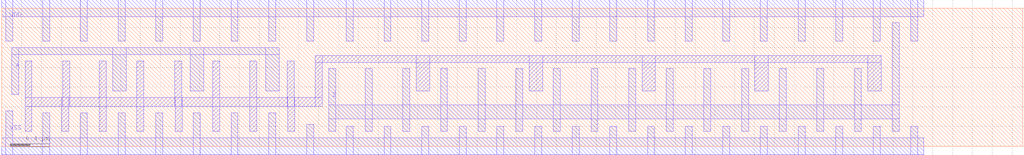
<source format=lef>
VERSION 5.6 ;
BUSBITCHARS "[]" ;
DIVIDERCHAR "/" ;

UNITS
  DATABASE MICRONS 2000 ;
END UNITS
MANUFACTURINGGRID 0.005 ;
LAYER poly
  TYPE MASTERSLICE ;
END poly

LAYER active
  TYPE MASTERSLICE ;
END active

LAYER metal1
  TYPE ROUTING ;
  DIRECTION HORIZONTAL ;
  PITCH 0.19 0.14 ;
  WIDTH 0.07 ;
  OFFSET 0.095 0.07 ;
  #SPACING 0.065 ;
  SPACINGTABLE
    PARALLELRUNLENGTH 0
    WIDTH 0 0.065 ;
  RESISTANCE RPERSQ 0.38 ;
  CAPACITANCE CPERSQDIST 7.7161e-05 ;
  HEIGHT 0.37 ;
  THICKNESS 0.13 ;
  EDGECAPACITANCE 2.7365e-05 ;
END metal1

LAYER via1
  TYPE CUT ;
  SPACING 0.08 ;
  WIDTH 0.07 ;
  RESISTANCE 5 ;
END via1

LAYER metal2
  TYPE ROUTING ;
  DIRECTION VERTICAL ;
  PITCH 0.19 0.14 ;
  WIDTH 0.07 ;
  OFFSET 0.095 0.07 ;
  SPACINGTABLE
    PARALLELRUNLENGTH 0 0.3 0.9 1.8 2.7 4
    WIDTH 0 0.07 0.07 0.07 0.07 0.07 0.07
    WIDTH 0.09 0.07 0.09 0.09 0.09 0.09 0.09
    WIDTH 0.27 0.07 0.09 0.27 0.27 0.27 0.27
    WIDTH 0.5 0.07 0.09 0.27 0.5 0.5 0.5
    WIDTH 0.9 0.07 0.09 0.27 0.5 0.9 0.9
    WIDTH 1.5 0.07 0.09 0.27 0.5 0.9 1.5 ;
  RESISTANCE RPERSQ 0.25 ;
  CAPACITANCE CPERSQDIST 4.0896e-05 ;
  HEIGHT 0.62 ;
  THICKNESS 0.14 ;
  EDGECAPACITANCE 2.5157e-05 ;
END metal2

LAYER via2
  TYPE CUT ;
  SPACING 0.09 ;
  WIDTH 0.07 ;
  RESISTANCE 5 ;
END via2

LAYER metal3
  TYPE ROUTING ;
  DIRECTION HORIZONTAL ;
  PITCH 0.19 0.14 ;
  WIDTH 0.07 ;
  OFFSET 0.095 0.07 ;
  SPACINGTABLE
    PARALLELRUNLENGTH 0 0.3 0.9 1.8 2.7 4
    WIDTH 0 0.07 0.07 0.07 0.07 0.07 0.07
    WIDTH 0.09 0.07 0.09 0.09 0.09 0.09 0.09
    WIDTH 0.27 0.07 0.09 0.27 0.27 0.27 0.27
    WIDTH 0.5 0.07 0.09 0.27 0.5 0.5 0.5
    WIDTH 0.9 0.07 0.09 0.27 0.5 0.9 0.9
    WIDTH 1.5 0.07 0.09 0.27 0.5 0.9 1.5 ;
  RESISTANCE RPERSQ 0.25 ;
  CAPACITANCE CPERSQDIST 2.7745e-05 ;
  HEIGHT 0.88 ;
  THICKNESS 0.14 ;
  EDGECAPACITANCE 2.5157e-05 ;
END metal3

LAYER via3
  TYPE CUT ;
  SPACING 0.09 ;
  WIDTH 0.07 ;
  RESISTANCE 5 ;
END via3

LAYER metal4
  TYPE ROUTING ;
  DIRECTION VERTICAL ;
  PITCH 0.28 0.28 ;
  WIDTH 0.14 ;
  OFFSET 0.095 0.07 ;
  SPACINGTABLE
    PARALLELRUNLENGTH 0 0.9 1.8 2.7 4
    WIDTH 0 0.14 0.14 0.14 0.14 0.14
    WIDTH 0.27 0.14 0.27 0.27 0.27 0.27
    WIDTH 0.5 0.14 0.27 0.5 0.5 0.5
    WIDTH 0.9 0.14 0.27 0.5 0.9 0.9
    WIDTH 1.5 0.14 0.27 0.5 0.9 1.5 ;
  RESISTANCE RPERSQ 0.21 ;
  CAPACITANCE CPERSQDIST 2.0743e-05 ;
  HEIGHT 1.14 ;
  THICKNESS 0.28 ;
  EDGECAPACITANCE 3.0908e-05 ;
END metal4

LAYER via4
  TYPE CUT ;
  SPACING 0.16 ;
  WIDTH 0.14 ;
  RESISTANCE 3 ;
END via4

LAYER metal5
  TYPE ROUTING ;
  DIRECTION HORIZONTAL ;
  PITCH 0.28 0.28 ;
  WIDTH 0.14 ;
  OFFSET 0.095 0.07 ;
  SPACINGTABLE
    PARALLELRUNLENGTH 0 0.9 1.8 2.7 4
    WIDTH 0 0.14 0.14 0.14 0.14 0.14
    WIDTH 0.27 0.14 0.27 0.27 0.27 0.27
    WIDTH 0.5 0.14 0.27 0.5 0.5 0.5
    WIDTH 0.9 0.14 0.27 0.5 0.9 0.9
    WIDTH 1.5 0.14 0.27 0.5 0.9 1.5 ;
  RESISTANCE RPERSQ 0.21 ;
  CAPACITANCE CPERSQDIST 1.3527e-05 ;
  HEIGHT 1.71 ;
  THICKNESS 0.28 ;
  EDGECAPACITANCE 2.3863e-06 ;
END metal5

LAYER via5
  TYPE CUT ;
  SPACING 0.16 ;
  WIDTH 0.14 ;
  RESISTANCE 3 ;
END via5

LAYER metal6
  TYPE ROUTING ;
  DIRECTION VERTICAL ;
  PITCH 0.28 0.28 ;
  WIDTH 0.14 ;
  OFFSET 0.095 0.07 ;
  SPACINGTABLE
    PARALLELRUNLENGTH 0 0.9 1.8 2.7 4
    WIDTH 0 0.14 0.14 0.14 0.14 0.14
    WIDTH 0.27 0.14 0.27 0.27 0.27 0.27
    WIDTH 0.5 0.14 0.27 0.5 0.5 0.5
    WIDTH 0.9 0.14 0.27 0.5 0.9 0.9
    WIDTH 1.5 0.14 0.27 0.5 0.9 1.5 ;
  RESISTANCE RPERSQ 0.21 ;
  CAPACITANCE CPERSQDIST 1.0036e-05 ;
  HEIGHT 2.28 ;
  THICKNESS 0.28 ;
  EDGECAPACITANCE 2.3863e-05 ;
END metal6

LAYER via6
  TYPE CUT ;
  SPACING 0.16 ;
  WIDTH 0.14 ;
  RESISTANCE 3 ;
END via6

LAYER metal7
  TYPE ROUTING ;
  DIRECTION HORIZONTAL ;
  PITCH 0.8 0.8 ;
  WIDTH 0.4 ;
  OFFSET 0.095 0.07 ;
  SPACINGTABLE
    PARALLELRUNLENGTH 0 1.8 2.7 4
    WIDTH 0 0.4 0.4 0.4 0.4
    WIDTH 0.5 0.4 0.5 0.5 0.5
    WIDTH 0.9 0.4 0.5 0.9 0.9
    WIDTH 1.5 0.4 0.5 0.9 1.5 ;
  RESISTANCE RPERSQ 0.075 ;
  CAPACITANCE CPERSQDIST 7.9771e-06 ;
  HEIGHT 2.85 ;
  THICKNESS 0.8 ;
  EDGECAPACITANCE 3.2577e-05 ;
END metal7

LAYER via7
  TYPE CUT ;
  SPACING 0.44 ;
  WIDTH 0.4 ;
  RESISTANCE 1 ;
END via7

LAYER metal8
  TYPE ROUTING ;
  DIRECTION VERTICAL ;
  PITCH 0.8 0.8 ;
  WIDTH 0.4 ;
  OFFSET 0.095 0.07 ;
  SPACINGTABLE
    PARALLELRUNLENGTH 0 1.8 2.7 4
    WIDTH 0 0.4 0.4 0.4 0.4
    WIDTH 0.5 0.4 0.5 0.5 0.5
    WIDTH 0.9 0.4 0.5 0.9 0.9
    WIDTH 1.5 0.4 0.5 0.9 1.5 ;
  RESISTANCE RPERSQ 0.075 ;
  CAPACITANCE CPERSQDIST 5.0391e-06 ;
  HEIGHT 4.47 ;
  THICKNESS 0.8 ;
  EDGECAPACITANCE 2.3932e-05 ;
END metal8

LAYER via8
  TYPE CUT ;
  SPACING 0.44 ;
  WIDTH 0.4 ;
  RESISTANCE 1 ;
END via8

LAYER metal9
  TYPE ROUTING ;
  DIRECTION HORIZONTAL ;
  PITCH 1.6 1.6 ;
  WIDTH 0.8 ;
  OFFSET 0.095 0.07 ;
  SPACINGTABLE
    PARALLELRUNLENGTH 0 2.7 4
    WIDTH 0 0.8 0.8 0.8
    WIDTH 0.9 0.8 0.9 0.9
    WIDTH 1.5 0.8 0.9 1.5 ;
  RESISTANCE RPERSQ 0.03 ;
  CAPACITANCE CPERSQDIST 3.6827e-06 ;
  HEIGHT 6.09 ;
  THICKNESS 2 ;
  EDGECAPACITANCE 3.0803e-05 ;
END metal9

LAYER via9
  TYPE CUT ;
  SPACING 0.88 ;
  WIDTH 0.8 ;
  RESISTANCE 0.5 ;
END via9

LAYER metal10
  TYPE ROUTING ;
  DIRECTION VERTICAL ;
  PITCH 1.6 1.6 ;
  WIDTH 0.8 ;
  OFFSET 0.095 0.07 ;
  SPACINGTABLE
    PARALLELRUNLENGTH 0 2.7 4
    WIDTH 0 0.8 0.8 0.8
    WIDTH 0.9 0.8 0.9 0.9
    WIDTH 1.5 0.8 0.9 1.5 ;
  RESISTANCE RPERSQ 0.03 ;
  CAPACITANCE CPERSQDIST 2.2124e-06 ;
  HEIGHT 10.09 ;
  THICKNESS 2 ;
  EDGECAPACITANCE 2.3667e-05 ;
END metal10

LAYER OVERLAP
  TYPE OVERLAP ;
END OVERLAP

VIARULE Via1Array-0 GENERATE
  LAYER metal1 ;
    ENCLOSURE 0.035 0.035 ;
  LAYER metal2 ;
    ENCLOSURE 0.035 0.035 ;
  LAYER via1 ;
    RECT -0.035 -0.035 0.035 0.035 ;
    SPACING 0.15 BY 0.15 ;
END Via1Array-0

VIARULE Via1Array-1 GENERATE
  LAYER metal1 ;
    ENCLOSURE 0 0.035 ;
  LAYER metal2 ;
    ENCLOSURE 0 0.035 ;
  LAYER via1 ;
    RECT -0.035 -0.035 0.035 0.035 ;
    SPACING 0.15 BY 0.15 ;
END Via1Array-1

VIARULE Via1Array-2 GENERATE
  LAYER metal1 ;
    ENCLOSURE 0.035 0 ;
  LAYER metal2 ;
    ENCLOSURE 0.035 0 ;
  LAYER via1 ;
    RECT -0.035 -0.035 0.035 0.035 ;
    SPACING 0.15 BY 0.15 ;
END Via1Array-2

VIARULE Via1Array-3 GENERATE
  LAYER metal1 ;
    ENCLOSURE 0 0.035 ;
  LAYER metal2 ;
    ENCLOSURE 0.035 0 ;
  LAYER via1 ;
    RECT -0.035 -0.035 0.035 0.035 ;
    SPACING 0.15 BY 0.15 ;
END Via1Array-3

VIARULE Via1Array-4 GENERATE
  LAYER metal1 ;
    ENCLOSURE 0.035 0 ;
  LAYER metal2 ;
    ENCLOSURE 0 0.035 ;
  LAYER via1 ;
    RECT -0.035 -0.035 0.035 0.035 ;
    SPACING 0.15 BY 0.15 ;
END Via1Array-4

VIARULE Via2Array-0 GENERATE
  LAYER metal2 ;
    ENCLOSURE 0.035 0.035 ;
  LAYER metal3 ;
    ENCLOSURE 0.035 0.035 ;
  LAYER via2 ;
    RECT -0.035 -0.035 0.035 0.035 ;
    SPACING 0.16 BY 0.16 ;
END Via2Array-0

VIARULE Via2Array-1 GENERATE
  LAYER metal2 ;
    ENCLOSURE 0 0.035 ;
  LAYER metal3 ;
    ENCLOSURE 0 0.035 ;
  LAYER via2 ;
    RECT -0.035 -0.035 0.035 0.035 ;
    SPACING 0.16 BY 0.16 ;
END Via2Array-1

VIARULE Via2Array-2 GENERATE
  LAYER metal2 ;
    ENCLOSURE 0.035 0 ;
  LAYER metal3 ;
    ENCLOSURE 0.035 0 ;
  LAYER via2 ;
    RECT -0.035 -0.035 0.035 0.035 ;
    SPACING 0.16 BY 0.16 ;
END Via2Array-2

VIARULE Via2Array-3 GENERATE
  LAYER metal2 ;
    ENCLOSURE 0 0.035 ;
  LAYER metal3 ;
    ENCLOSURE 0.035 0 ;
  LAYER via2 ;
    RECT -0.035 -0.035 0.035 0.035 ;
    SPACING 0.16 BY 0.16 ;
END Via2Array-3

VIARULE Via2Array-4 GENERATE
  LAYER metal2 ;
    ENCLOSURE 0.035 0 ;
  LAYER metal3 ;
    ENCLOSURE 0 0.035 ;
  LAYER via2 ;
    RECT -0.035 -0.035 0.035 0.035 ;
    SPACING 0.16 BY 0.16 ;
END Via2Array-4

VIARULE Via3Array-0 GENERATE
  LAYER metal3 ;
    ENCLOSURE 0.035 0.035 ;
  LAYER metal4 ;
    ENCLOSURE 0.035 0.035 ;
  LAYER via3 ;
    RECT -0.035 -0.035 0.035 0.035 ;
    SPACING 0.16 BY 0.16 ;
END Via3Array-0

VIARULE Via3Array-1 GENERATE
  LAYER metal3 ;
    ENCLOSURE 0 0.035 ;
  LAYER metal4 ;
    ENCLOSURE 0.035 0.035 ;
  LAYER via3 ;
    RECT -0.035 -0.035 0.035 0.035 ;
    SPACING 0.16 BY 0.16 ;
END Via3Array-1

VIARULE Via3Array-2 GENERATE
  LAYER metal3 ;
    ENCLOSURE 0.035 0 ;
  LAYER metal4 ;
    ENCLOSURE 0.035 0.035 ;
  LAYER via3 ;
    RECT -0.035 -0.035 0.035 0.035 ;
    SPACING 0.16 BY 0.16 ;
END Via3Array-2

VIARULE Via4Array-0 GENERATE
  LAYER metal4 ;
    ENCLOSURE 0 0 ;
  LAYER metal5 ;
    ENCLOSURE 0 0 ;
  LAYER via4 ;
    RECT -0.07 -0.07 0.07 0.07 ;
    SPACING 0.3 BY 0.3 ;
END Via4Array-0

VIARULE Via5Array-0 GENERATE
  LAYER metal5 ;
    ENCLOSURE 0 0 ;
  LAYER metal6 ;
    ENCLOSURE 0 0 ;
  LAYER via5 ;
    RECT -0.07 -0.07 0.07 0.07 ;
    SPACING 0.3 BY 0.3 ;
END Via5Array-0

VIARULE Via6Array-0 GENERATE
  LAYER metal6 ;
    ENCLOSURE 0 0 ;
  LAYER metal7 ;
    ENCLOSURE 0.13 0.13 ;
  LAYER via6 ;
    RECT -0.07 -0.07 0.07 0.07 ;
    SPACING 0.3 BY 0.3 ;
END Via6Array-0

VIARULE Via7Array-0 GENERATE
  LAYER metal7 ;
    ENCLOSURE 0 0 ;
  LAYER metal8 ;
    ENCLOSURE 0 0 ;
  LAYER via7 ;
    RECT -0.2 -0.2 0.2 0.2 ;
    SPACING 0.84 BY 0.84 ;
END Via7Array-0

VIARULE Via8Array-0 GENERATE
  LAYER metal8 ;
    ENCLOSURE 0 0 ;
  LAYER metal9 ;
    ENCLOSURE 0.2 0.2 ;
  LAYER via8 ;
    RECT -0.2 -0.2 0.2 0.2 ;
    SPACING 0.84 BY 0.84 ;
END Via8Array-0

VIARULE Via9Array-0 GENERATE
  LAYER metal9 ;
    ENCLOSURE 0 0 ;
  LAYER metal10 ;
    ENCLOSURE 0 0 ;
  LAYER via9 ;
    RECT -0.4 -0.4 0.4 0.4 ;
    SPACING 1.68 BY 1.68 ;
END Via9Array-0

VIA via1_0 DEFAULT
  LAYER via1 ;
    RECT -0.035 -0.035 0.035 0.035 ;
  LAYER metal1 ;
    RECT -0.07 -0.07 0.07 0.07 ;
  LAYER metal2 ;
    RECT -0.07 -0.07 0.07 0.07 ;
END via1_0

VIA via1_1 DEFAULT
  LAYER via1 ;
    RECT -0.035 -0.035 0.035 0.035 ;
  LAYER metal1 ;
    RECT -0.07 -0.07 0.07 0.07 ;
  LAYER metal2 ;
    RECT -0.035 -0.07 0.035 0.07 ;
END via1_1

VIA via1_2 DEFAULT
  LAYER via1 ;
    RECT -0.035 -0.035 0.035 0.035 ;
  LAYER metal1 ;
    RECT -0.07 -0.07 0.07 0.07 ;
  LAYER metal2 ;
    RECT -0.07 -0.035 0.07 0.035 ;
END via1_2

VIA via1_3 DEFAULT
  LAYER via1 ;
    RECT -0.035 -0.035 0.035 0.035 ;
  LAYER metal1 ;
    RECT -0.035 -0.07 0.035 0.07 ;
  LAYER metal2 ;
    RECT -0.07 -0.07 0.07 0.07 ;
END via1_3

VIA via1_4 DEFAULT
  LAYER via1 ;
    RECT -0.035 -0.035 0.035 0.035 ;
  LAYER metal1 ;
    RECT -0.035 -0.07 0.035 0.07 ;
  LAYER metal2 ;
    RECT -0.035 -0.07 0.035 0.07 ;
END via1_4

VIA via1_5 DEFAULT
  LAYER via1 ;
    RECT -0.035 -0.035 0.035 0.035 ;
  LAYER metal1 ;
    RECT -0.035 -0.07 0.035 0.07 ;
  LAYER metal2 ;
    RECT -0.07 -0.035 0.07 0.035 ;
END via1_5

VIA via1_6 DEFAULT
  LAYER via1 ;
    RECT -0.035 -0.035 0.035 0.035 ;
  LAYER metal1 ;
    RECT -0.07 -0.035 0.07 0.035 ;
  LAYER metal2 ;
    RECT -0.07 -0.07 0.07 0.07 ;
END via1_6

VIA via1_7 DEFAULT
  LAYER via1 ;
    RECT -0.035 -0.035 0.035 0.035 ;
  LAYER metal1 ;
    RECT -0.07 -0.035 0.07 0.035 ;
  LAYER metal2 ;
    RECT -0.035 -0.07 0.035 0.07 ;
END via1_7

VIA via1_8 DEFAULT
  LAYER via1 ;
    RECT -0.035 -0.035 0.035 0.035 ;
  LAYER metal1 ;
    RECT -0.07 -0.035 0.07 0.035 ;
  LAYER metal2 ;
    RECT -0.07 -0.035 0.07 0.035 ;
END via1_8

VIA via2_0 DEFAULT
  LAYER via2 ;
    RECT -0.035 -0.035 0.035 0.035 ;
  LAYER metal2 ;
    RECT -0.07 -0.07 0.07 0.07 ;
  LAYER metal3 ;
    RECT -0.07 -0.07 0.07 0.07 ;
END via2_0

VIA via2_1 DEFAULT
  LAYER via2 ;
    RECT -0.035 -0.035 0.035 0.035 ;
  LAYER metal2 ;
    RECT -0.07 -0.07 0.07 0.07 ;
  LAYER metal3 ;
    RECT -0.035 -0.07 0.035 0.07 ;
END via2_1

VIA via2_2 DEFAULT
  LAYER via2 ;
    RECT -0.035 -0.035 0.035 0.035 ;
  LAYER metal2 ;
    RECT -0.07 -0.07 0.07 0.07 ;
  LAYER metal3 ;
    RECT -0.07 -0.035 0.07 0.035 ;
END via2_2

VIA via2_3 DEFAULT
  LAYER via2 ;
    RECT -0.035 -0.035 0.035 0.035 ;
  LAYER metal2 ;
    RECT -0.035 -0.07 0.035 0.07 ;
  LAYER metal3 ;
    RECT -0.07 -0.07 0.07 0.07 ;
END via2_3

VIA via2_4 DEFAULT
  LAYER via2 ;
    RECT -0.035 -0.035 0.035 0.035 ;
  LAYER metal2 ;
    RECT -0.035 -0.07 0.035 0.07 ;
  LAYER metal3 ;
    RECT -0.035 -0.07 0.035 0.07 ;
END via2_4

VIA via2_5 DEFAULT
  LAYER via2 ;
    RECT -0.035 -0.035 0.035 0.035 ;
  LAYER metal2 ;
    RECT -0.035 -0.07 0.035 0.07 ;
  LAYER metal3 ;
    RECT -0.07 -0.035 0.07 0.035 ;
END via2_5

VIA via2_6 DEFAULT
  LAYER via2 ;
    RECT -0.035 -0.035 0.035 0.035 ;
  LAYER metal2 ;
    RECT -0.07 -0.035 0.07 0.035 ;
  LAYER metal3 ;
    RECT -0.07 -0.07 0.07 0.07 ;
END via2_6

VIA via2_7 DEFAULT
  LAYER via2 ;
    RECT -0.035 -0.035 0.035 0.035 ;
  LAYER metal2 ;
    RECT -0.07 -0.035 0.07 0.035 ;
  LAYER metal3 ;
    RECT -0.035 -0.07 0.035 0.07 ;
END via2_7

VIA via2_8 DEFAULT
  LAYER via2 ;
    RECT -0.035 -0.035 0.035 0.035 ;
  LAYER metal2 ;
    RECT -0.07 -0.035 0.07 0.035 ;
  LAYER metal3 ;
    RECT -0.07 -0.035 0.07 0.035 ;
END via2_8

VIA via3_0 DEFAULT
  LAYER via3 ;
    RECT -0.035 -0.035 0.035 0.035 ;
  LAYER metal3 ;
    RECT -0.07 -0.07 0.07 0.07 ;
  LAYER metal4 ;
    RECT -0.07 -0.07 0.07 0.07 ;
END via3_0

VIA via3_1 DEFAULT
  LAYER via3 ;
    RECT -0.035 -0.035 0.035 0.035 ;
  LAYER metal3 ;
    RECT -0.035 -0.07 0.035 0.07 ;
  LAYER metal4 ;
    RECT -0.07 -0.07 0.07 0.07 ;
END via3_1

VIA via3_2 DEFAULT
  LAYER via3 ;
    RECT -0.035 -0.035 0.035 0.035 ;
  LAYER metal3 ;
    RECT -0.07 -0.035 0.07 0.035 ;
  LAYER metal4 ;
    RECT -0.07 -0.07 0.07 0.07 ;
END via3_2

VIA via4_0 DEFAULT
  LAYER via4 ;
    RECT -0.07 -0.07 0.07 0.07 ;
  LAYER metal4 ;
    RECT -0.07 -0.07 0.07 0.07 ;
  LAYER metal5 ;
    RECT -0.07 -0.07 0.07 0.07 ;
END via4_0

VIA via5_0 DEFAULT
  LAYER via5 ;
    RECT -0.07 -0.07 0.07 0.07 ;
  LAYER metal5 ;
    RECT -0.07 -0.07 0.07 0.07 ;
  LAYER metal6 ;
    RECT -0.07 -0.07 0.07 0.07 ;
END via5_0

VIA via6_0 DEFAULT
  LAYER via6 ;
    RECT -0.07 -0.07 0.07 0.07 ;
  LAYER metal6 ;
    RECT -0.07 -0.07 0.07 0.07 ;
  LAYER metal7 ;
    RECT -0.2 -0.2 0.2 0.2 ;
END via6_0

VIA via7_0 DEFAULT
  LAYER via7 ;
    RECT -0.2 -0.2 0.2 0.2 ;
  LAYER metal7 ;
    RECT -0.2 -0.2 0.2 0.2 ;
  LAYER metal8 ;
    RECT -0.2 -0.2 0.2 0.2 ;
END via7_0

VIA via8_0 DEFAULT
  LAYER via8 ;
    RECT -0.2 -0.2 0.2 0.2 ;
  LAYER metal8 ;
    RECT -0.2 -0.2 0.2 0.2 ;
  LAYER metal9 ;
    RECT -0.4 -0.4 0.4 0.4 ;
END via8_0

VIA via9_0 DEFAULT
  LAYER via9 ;
    RECT -0.4 -0.4 0.4 0.4 ;
  LAYER metal9 ;
    RECT -0.4 -0.4 0.4 0.4 ;
  LAYER metal10 ;
    RECT -0.4 -0.4 0.4 0.4 ;
END via9_0

SPACING
  SAMENET metal1 metal1 0.065 ;
  SAMENET via1 via1 0.08 ;
  SAMENET metal2 metal2 0.07 ;
  SAMENET via2 via2 0.09 ;
  SAMENET metal3 metal3 0.07 ;
  SAMENET via3 via3 0.09 ;
  SAMENET metal4 metal4 0.14 ;
  SAMENET via4 via4 0.16 ;
  SAMENET metal5 metal5 0.14 ;
  SAMENET via5 via5 0.16 ;
  SAMENET metal6 metal6 0.14 ;
  SAMENET via6 via6 0.16 ;
  SAMENET metal7 metal7 0.4 ;
  SAMENET via7 via7 0.44 ;
  SAMENET metal8 metal8 0.4 ;
  SAMENET via8 via8 0.44 ;
  SAMENET metal9 metal9 0.8 ;
  SAMENET via9 via9 0.88 ;
  SAMENET metal10 metal10 0.8 ;
  SAMENET via1 via2 0 STACK ;
  SAMENET via2 via3 0 STACK ;
  SAMENET via3 via4 0 STACK ;
  SAMENET via4 via5 0 STACK ;
  SAMENET via5 via6 0 STACK ;
  SAMENET via6 via7 0 STACK ;
  SAMENET via7 via8 0 STACK ;
  SAMENET via8 via9 0 STACK ;
END SPACING

SITE FreePDK45_38x28_10R_NP_162NW_34O
  CLASS CORE ;
  SYMMETRY Y ;
  SIZE 0.19 BY 1.4 ;
END FreePDK45_38x28_10R_NP_162NW_34O

MACRO AND2_X1
  CLASS CORE ;
  ORIGIN 0 0 ;
  FOREIGN AND2_X1 0 0 ;
  SIZE 1.76 BY 1.4 ;
  SYMMETRY X Y ;
  SITE FreePDK45_38x28_10R_NP_162NW_34O ;
  PIN A1
    DIRECTION INPUT ;
    USE SIGNAL ;
    PORT
      LAYER metal1 ;
        RECT 0.06 0.525 0.185 0.7 ;
    END
  END A1
  PIN A2
    DIRECTION INPUT ;
    USE SIGNAL ;
    PORT
      LAYER metal1 ;
        RECT 0.25 0.525 0.38 0.7 ;
    END
  END A2
  PIN ZN
    DIRECTION OUTPUT ;
    USE SIGNAL ;
    PORT
      LAYER metal1 ;
        RECT 0.61 0.19 0.7 1.25 ;
    END
  END ZN
  PIN VDD
    DIRECTION INOUT ;
    USE POWER ;
    SHAPE ABUTMENT ;
    PORT
      LAYER metal1 ;
        RECT 0 1.315 0.76 1.485 ;
        RECT 0.415 0.975 0.485 1.485 ;
        RECT 0.04 0.975 0.11 1.485 ;
    END
  END VDD
  PIN VSS
    DIRECTION INOUT ;
    USE GROUND ;
    SHAPE ABUTMENT ;
    PORT
      LAYER metal1 ;
        RECT 0 -0.085 0.76 0.085 ;
        RECT 0.415 -0.085 0.485 0.325 ;
    END
  END VSS
  OBS
    LAYER metal1 ;
      RECT 0.235 0.84 0.305 1.25 ;
      RECT 0.235 0.84 0.54 0.91 ;
      RECT 0.47 0.39 0.54 0.91 ;
      RECT 0.045 0.39 0.54 0.46 ;
      RECT 0.045 0.19 0.115 0.46 ;
  END
END AND2_X1

MACRO AND2_X2
  CLASS CORE ;
  ORIGIN 0 0 ;
  FOREIGN AND2_X2 0 0 ;
  SIZE 1.95 BY 1.4 ;
  SYMMETRY X Y ;
  SITE FreePDK45_38x28_10R_NP_162NW_34O ;
  PIN A1
    DIRECTION INPUT ;
    USE SIGNAL ;
    PORT
      LAYER metal1 ;
        RECT 0.06 0.525 0.185 0.7 ;
    END
  END A1
  PIN A2
    DIRECTION INPUT ;
    USE SIGNAL ;
    PORT
      LAYER metal1 ;
        RECT 0.25 0.525 0.38 0.7 ;
    END
  END A2
  PIN ZN
    DIRECTION OUTPUT ;
    USE SIGNAL ;
    PORT
      LAYER metal1 ;
        RECT 0.615 0.15 0.7 1.25 ;
    END
  END ZN
  PIN VDD
    DIRECTION INOUT ;
    USE POWER ;
    SHAPE ABUTMENT ;
    PORT
      LAYER metal1 ;
        RECT 0 1.315 0.95 1.485 ;
        RECT 0.795 0.975 0.865 1.485 ;
        RECT 0.415 0.975 0.485 1.485 ;
        RECT 0.04 0.975 0.11 1.485 ;
    END
  END VDD
  PIN VSS
    DIRECTION INOUT ;
    USE GROUND ;
    SHAPE ABUTMENT ;
    PORT
      LAYER metal1 ;
        RECT 0 -0.085 0.95 0.085 ;
        RECT 0.795 -0.085 0.865 0.425 ;
        RECT 0.415 -0.085 0.485 0.285 ;
    END
  END VSS
  OBS
    LAYER metal1 ;
      RECT 0.235 0.84 0.305 1.25 ;
      RECT 0.235 0.84 0.545 0.91 ;
      RECT 0.475 0.39 0.545 0.91 ;
      RECT 0.045 0.39 0.545 0.46 ;
      RECT 0.045 0.15 0.115 0.46 ;
  END
END AND2_X2

MACRO AND2_X4
  CLASS CORE ;
  ORIGIN 0 0 ;
  FOREIGN AND2_X4 0 0 ;
  SIZE 2.71 BY 1.4 ;
  SYMMETRY X Y ;
  SITE FreePDK45_38x28_10R_NP_162NW_34O ;
  PIN A1
    DIRECTION INPUT ;
    USE SIGNAL ;
    PORT
      LAYER metal1 ;
        RECT 0.25 0.42 0.38 0.66 ;
    END
  END A1
  PIN A2
    DIRECTION INPUT ;
    USE SIGNAL ;
    PORT
      LAYER metal1 ;
        RECT 0.06 0.725 0.76 0.795 ;
        RECT 0.69 0.525 0.76 0.795 ;
        RECT 0.06 0.42 0.185 0.795 ;
    END
  END A2
  PIN ZN
    DIRECTION OUTPUT ;
    USE SIGNAL ;
    PORT
      LAYER metal1 ;
        RECT 1.365 0.15 1.435 1.25 ;
        RECT 0.995 0.68 1.435 0.75 ;
        RECT 0.995 0.15 1.08 1.25 ;
    END
  END ZN
  PIN VDD
    DIRECTION INOUT ;
    USE POWER ;
    SHAPE ABUTMENT ;
    PORT
      LAYER metal1 ;
        RECT 0 1.315 1.71 1.485 ;
        RECT 1.555 0.995 1.625 1.485 ;
        RECT 1.175 0.995 1.245 1.485 ;
        RECT 0.795 0.995 0.865 1.485 ;
        RECT 0.415 0.995 0.485 1.485 ;
        RECT 0.04 0.995 0.11 1.485 ;
    END
  END VDD
  PIN VSS
    DIRECTION INOUT ;
    USE GROUND ;
    SHAPE ABUTMENT ;
    PORT
      LAYER metal1 ;
        RECT 0 -0.085 1.71 0.085 ;
        RECT 1.555 -0.085 1.625 0.355 ;
        RECT 1.175 -0.085 1.245 0.355 ;
        RECT 0.795 -0.085 0.865 0.215 ;
        RECT 0.04 -0.085 0.11 0.355 ;
    END
  END VSS
  OBS
    LAYER metal1 ;
      RECT 0.605 0.86 0.675 1.25 ;
      RECT 0.235 0.86 0.305 1.25 ;
      RECT 0.235 0.86 0.92 0.93 ;
      RECT 0.85 0.285 0.92 0.93 ;
      RECT 0.425 0.285 0.92 0.355 ;
      RECT 0.425 0.22 0.495 0.355 ;
  END
END AND2_X4

MACRO AND3_X1
  CLASS CORE ;
  ORIGIN 0 0 ;
  FOREIGN AND3_X1 0 0 ;
  SIZE 1.95 BY 1.4 ;
  SYMMETRY X Y ;
  SITE FreePDK45_38x28_10R_NP_162NW_34O ;
  PIN A1
    DIRECTION INPUT ;
    USE SIGNAL ;
    PORT
      LAYER metal1 ;
        RECT 0.06 0.525 0.185 0.7 ;
    END
  END A1
  PIN A2
    DIRECTION INPUT ;
    USE SIGNAL ;
    PORT
      LAYER metal1 ;
        RECT 0.25 0.525 0.375 0.7 ;
    END
  END A2
  PIN A3
    DIRECTION INPUT ;
    USE SIGNAL ;
    PORT
      LAYER metal1 ;
        RECT 0.44 0.525 0.57 0.7 ;
    END
  END A3
  PIN ZN
    DIRECTION OUTPUT ;
    USE SIGNAL ;
    PORT
      LAYER metal1 ;
        RECT 0.8 0.975 0.89 1.25 ;
        RECT 0.82 0.15 0.89 1.25 ;
        RECT 0.8 0.15 0.89 0.425 ;
    END
  END ZN
  PIN VDD
    DIRECTION INOUT ;
    USE POWER ;
    SHAPE ABUTMENT ;
    PORT
      LAYER metal1 ;
        RECT 0 1.315 0.95 1.485 ;
        RECT 0.605 1 0.675 1.485 ;
        RECT 0.225 1.04 0.295 1.485 ;
    END
  END VDD
  PIN VSS
    DIRECTION INOUT ;
    USE GROUND ;
    SHAPE ABUTMENT ;
    PORT
      LAYER metal1 ;
        RECT 0 -0.085 0.95 0.085 ;
        RECT 0.605 -0.085 0.675 0.285 ;
    END
  END VSS
  OBS
    LAYER metal1 ;
      RECT 0.415 0.865 0.485 1.25 ;
      RECT 0.045 0.865 0.115 1.25 ;
      RECT 0.045 0.865 0.705 0.935 ;
      RECT 0.635 0.35 0.705 0.935 ;
      RECT 0.635 0.525 0.755 0.66 ;
      RECT 0.045 0.35 0.705 0.42 ;
      RECT 0.045 0.15 0.115 0.42 ;
  END
END AND3_X1

MACRO AND3_X2
  CLASS CORE ;
  ORIGIN 0 0 ;
  FOREIGN AND3_X2 0 0 ;
  SIZE 2.14 BY 1.4 ;
  SYMMETRY X Y ;
  SITE FreePDK45_38x28_10R_NP_162NW_34O ;
  PIN A1
    DIRECTION INPUT ;
    USE SIGNAL ;
    PORT
      LAYER metal1 ;
        RECT 0.06 0.525 0.185 0.7 ;
    END
  END A1
  PIN A2
    DIRECTION INPUT ;
    USE SIGNAL ;
    PORT
      LAYER metal1 ;
        RECT 0.25 0.525 0.375 0.7 ;
    END
  END A2
  PIN A3
    DIRECTION INPUT ;
    USE SIGNAL ;
    PORT
      LAYER metal1 ;
        RECT 0.44 0.525 0.57 0.7 ;
    END
  END A3
  PIN ZN
    DIRECTION OUTPUT ;
    USE SIGNAL ;
    PORT
      LAYER metal1 ;
        RECT 0.805 0.15 0.89 1.25 ;
    END
  END ZN
  PIN VDD
    DIRECTION INOUT ;
    USE POWER ;
    SHAPE ABUTMENT ;
    PORT
      LAYER metal1 ;
        RECT 0 1.315 1.14 1.485 ;
        RECT 0.99 0.975 1.06 1.485 ;
        RECT 0.605 0.975 0.675 1.485 ;
        RECT 0.225 0.975 0.295 1.485 ;
    END
  END VDD
  PIN VSS
    DIRECTION INOUT ;
    USE GROUND ;
    SHAPE ABUTMENT ;
    PORT
      LAYER metal1 ;
        RECT 0 -0.085 1.14 0.085 ;
        RECT 0.99 -0.085 1.06 0.425 ;
        RECT 0.605 -0.085 0.675 0.285 ;
    END
  END VSS
  OBS
    LAYER metal1 ;
      RECT 0.415 0.8 0.485 1.25 ;
      RECT 0.045 0.8 0.115 1.25 ;
      RECT 0.045 0.8 0.735 0.87 ;
      RECT 0.665 0.355 0.735 0.87 ;
      RECT 0.045 0.355 0.735 0.425 ;
      RECT 0.045 0.15 0.115 0.425 ;
  END
END AND3_X2

MACRO AND3_X4
  CLASS CORE ;
  ORIGIN 0 0 ;
  FOREIGN AND3_X4 0 0 ;
  SIZE 3.09 BY 1.4 ;
  SYMMETRY X Y ;
  SITE FreePDK45_38x28_10R_NP_162NW_34O ;
  PIN A1
    DIRECTION INPUT ;
    USE SIGNAL ;
    PORT
      LAYER metal1 ;
        RECT 0.595 0.555 0.73 0.7 ;
    END
  END A1
  PIN A2
    DIRECTION INPUT ;
    USE SIGNAL ;
    PORT
      LAYER metal1 ;
        RECT 0.82 0.42 0.95 0.7 ;
        RECT 0.34 0.42 0.95 0.49 ;
        RECT 0.34 0.42 0.41 0.66 ;
    END
  END A2
  PIN A3
    DIRECTION INPUT ;
    USE SIGNAL ;
    PORT
      LAYER metal1 ;
        RECT 0.12 0.765 1.14 0.835 ;
        RECT 1.07 0.525 1.14 0.835 ;
        RECT 0.12 0.525 0.19 0.835 ;
        RECT 0.06 0.525 0.19 0.7 ;
    END
  END A3
  PIN ZN
    DIRECTION OUTPUT ;
    USE SIGNAL ;
    PORT
      LAYER metal1 ;
        RECT 1.745 0.15 1.815 1.25 ;
        RECT 1.375 0.56 1.815 0.7 ;
        RECT 1.375 0.15 1.445 1.25 ;
    END
  END ZN
  PIN VDD
    DIRECTION INOUT ;
    USE POWER ;
    SHAPE ABUTMENT ;
    PORT
      LAYER metal1 ;
        RECT 0 1.315 2.09 1.485 ;
        RECT 1.935 1.035 2.005 1.485 ;
        RECT 1.555 1.035 1.625 1.485 ;
        RECT 1.175 1.035 1.245 1.485 ;
        RECT 0.795 1.035 0.865 1.485 ;
        RECT 0.415 1.035 0.485 1.485 ;
        RECT 0.04 1.035 0.11 1.485 ;
    END
  END VDD
  PIN VSS
    DIRECTION INOUT ;
    USE GROUND ;
    SHAPE ABUTMENT ;
    PORT
      LAYER metal1 ;
        RECT 0 -0.085 2.09 0.085 ;
        RECT 1.935 -0.085 2.005 0.425 ;
        RECT 1.555 -0.085 1.625 0.425 ;
        RECT 1.175 -0.085 1.245 0.195 ;
        RECT 0.04 -0.085 0.11 0.425 ;
    END
  END VSS
  OBS
    LAYER metal1 ;
      RECT 0.985 0.9 1.055 1.25 ;
      RECT 0.605 0.9 0.675 1.25 ;
      RECT 0.235 0.9 0.305 1.25 ;
      RECT 0.235 0.9 1.305 0.97 ;
      RECT 1.235 0.26 1.305 0.97 ;
      RECT 0.615 0.26 1.305 0.33 ;
      RECT 0.615 0.15 0.685 0.33 ;
  END
END AND3_X4

MACRO AND4_X1
  CLASS CORE ;
  ORIGIN 0 0 ;
  FOREIGN AND4_X1 0 0 ;
  SIZE 2.14 BY 1.4 ;
  SYMMETRY X Y ;
  SITE FreePDK45_38x28_10R_NP_162NW_34O ;
  PIN A1
    DIRECTION INPUT ;
    USE SIGNAL ;
    PORT
      LAYER metal1 ;
        RECT 0.06 0.525 0.185 0.7 ;
    END
  END A1
  PIN A2
    DIRECTION INPUT ;
    USE SIGNAL ;
    PORT
      LAYER metal1 ;
        RECT 0.25 0.525 0.375 0.7 ;
    END
  END A2
  PIN A3
    DIRECTION INPUT ;
    USE SIGNAL ;
    PORT
      LAYER metal1 ;
        RECT 0.44 0.525 0.565 0.7 ;
    END
  END A3
  PIN A4
    DIRECTION INPUT ;
    USE SIGNAL ;
    PORT
      LAYER metal1 ;
        RECT 0.63 0.525 0.76 0.7 ;
    END
  END A4
  PIN ZN
    DIRECTION OUTPUT ;
    USE SIGNAL ;
    PORT
      LAYER metal1 ;
        RECT 0.99 0.15 1.08 1.25 ;
    END
  END ZN
  PIN VDD
    DIRECTION INOUT ;
    USE POWER ;
    SHAPE ABUTMENT ;
    PORT
      LAYER metal1 ;
        RECT 0 1.315 1.14 1.485 ;
        RECT 0.795 0.975 0.865 1.485 ;
        RECT 0.415 0.975 0.485 1.485 ;
        RECT 0.04 0.975 0.11 1.485 ;
    END
  END VDD
  PIN VSS
    DIRECTION INOUT ;
    USE GROUND ;
    SHAPE ABUTMENT ;
    PORT
      LAYER metal1 ;
        RECT 0 -0.085 1.14 0.085 ;
        RECT 0.795 -0.085 0.865 0.285 ;
    END
  END VSS
  OBS
    LAYER metal1 ;
      RECT 0.605 0.84 0.675 1.25 ;
      RECT 0.235 0.84 0.305 1.25 ;
      RECT 0.235 0.84 0.925 0.91 ;
      RECT 0.855 0.35 0.925 0.91 ;
      RECT 0.045 0.35 0.925 0.42 ;
      RECT 0.045 0.15 0.115 0.42 ;
  END
END AND4_X1

MACRO AND4_X2
  CLASS CORE ;
  ORIGIN 0 0 ;
  FOREIGN AND4_X2 0 0 ;
  SIZE 2.33 BY 1.4 ;
  SYMMETRY X Y ;
  SITE FreePDK45_38x28_10R_NP_162NW_34O ;
  PIN A1
    DIRECTION INPUT ;
    USE SIGNAL ;
    PORT
      LAYER metal1 ;
        RECT 0.06 0.525 0.185 0.7 ;
    END
  END A1
  PIN A2
    DIRECTION INPUT ;
    USE SIGNAL ;
    PORT
      LAYER metal1 ;
        RECT 0.25 0.525 0.375 0.7 ;
    END
  END A2
  PIN A3
    DIRECTION INPUT ;
    USE SIGNAL ;
    PORT
      LAYER metal1 ;
        RECT 0.44 0.525 0.565 0.7 ;
    END
  END A3
  PIN A4
    DIRECTION INPUT ;
    USE SIGNAL ;
    PORT
      LAYER metal1 ;
        RECT 0.63 0.525 0.76 0.7 ;
    END
  END A4
  PIN ZN
    DIRECTION OUTPUT ;
    USE SIGNAL ;
    PORT
      LAYER metal1 ;
        RECT 0.995 0.15 1.08 1.25 ;
    END
  END ZN
  PIN VDD
    DIRECTION INOUT ;
    USE POWER ;
    SHAPE ABUTMENT ;
    PORT
      LAYER metal1 ;
        RECT 0 1.315 1.33 1.485 ;
        RECT 1.18 0.975 1.25 1.485 ;
        RECT 0.795 0.975 0.865 1.485 ;
        RECT 0.415 0.975 0.485 1.485 ;
        RECT 0.04 0.975 0.11 1.485 ;
    END
  END VDD
  PIN VSS
    DIRECTION INOUT ;
    USE GROUND ;
    SHAPE ABUTMENT ;
    PORT
      LAYER metal1 ;
        RECT 0 -0.085 1.33 0.085 ;
        RECT 1.18 -0.085 1.25 0.425 ;
        RECT 0.795 -0.085 0.865 0.27 ;
    END
  END VSS
  OBS
    LAYER metal1 ;
      RECT 0.605 0.8 0.675 1.25 ;
      RECT 0.235 0.8 0.305 1.25 ;
      RECT 0.235 0.8 0.925 0.87 ;
      RECT 0.855 0.355 0.925 0.87 ;
      RECT 0.045 0.355 0.925 0.425 ;
      RECT 0.045 0.15 0.115 0.425 ;
  END
END AND4_X2

MACRO AND4_X4
  CLASS CORE ;
  ORIGIN 0 0 ;
  FOREIGN AND4_X4 0 0 ;
  SIZE 3.47 BY 1.4 ;
  SYMMETRY X Y ;
  SITE FreePDK45_38x28_10R_NP_162NW_34O ;
  PIN A1
    DIRECTION INPUT ;
    USE SIGNAL ;
    PORT
      LAYER metal1 ;
        RECT 0.8 0.56 0.935 0.7 ;
    END
  END A1
  PIN A2
    DIRECTION INPUT ;
    USE SIGNAL ;
    PORT
      LAYER metal1 ;
        RECT 1.065 0.425 1.135 0.66 ;
        RECT 0.565 0.425 1.135 0.495 ;
        RECT 0.565 0.425 0.7 0.7 ;
    END
  END A2
  PIN A3
    DIRECTION INPUT ;
    USE SIGNAL ;
    PORT
      LAYER metal1 ;
        RECT 0.355 0.77 1.345 0.84 ;
        RECT 1.2 0.525 1.345 0.84 ;
        RECT 0.355 0.525 0.425 0.84 ;
    END
  END A3
  PIN A4
    DIRECTION INPUT ;
    USE SIGNAL ;
    PORT
      LAYER metal1 ;
        RECT 0.135 0.905 1.535 0.975 ;
        RECT 1.465 0.525 1.535 0.975 ;
        RECT 0.135 0.525 0.205 0.975 ;
        RECT 0.06 0.525 0.205 0.7 ;
    END
  END A4
  PIN ZN
    DIRECTION OUTPUT ;
    USE SIGNAL ;
    PORT
      LAYER metal1 ;
        RECT 2.14 0.15 2.21 0.925 ;
        RECT 1.77 0.56 2.21 0.7 ;
        RECT 1.77 0.15 1.84 0.925 ;
    END
  END ZN
  PIN VDD
    DIRECTION INOUT ;
    USE POWER ;
    SHAPE ABUTMENT ;
    PORT
      LAYER metal1 ;
        RECT 0 1.315 2.47 1.485 ;
        RECT 2.33 1.065 2.4 1.485 ;
        RECT 1.95 1.065 2.02 1.485 ;
        RECT 1.57 1.175 1.64 1.485 ;
        RECT 1.19 1.175 1.26 1.485 ;
        RECT 0.81 1.175 0.88 1.485 ;
        RECT 0.43 1.175 0.5 1.485 ;
        RECT 0.055 1.065 0.125 1.485 ;
    END
  END VDD
  PIN VSS
    DIRECTION INOUT ;
    USE GROUND ;
    SHAPE ABUTMENT ;
    PORT
      LAYER metal1 ;
        RECT 0 -0.085 2.47 0.085 ;
        RECT 2.33 -0.085 2.4 0.425 ;
        RECT 1.95 -0.085 2.02 0.425 ;
        RECT 1.57 -0.085 1.64 0.195 ;
        RECT 0.055 -0.085 0.125 0.425 ;
    END
  END VSS
  OBS
    LAYER metal1 ;
      RECT 0.215 1.04 1.705 1.11 ;
      RECT 1.635 0.29 1.705 1.11 ;
      RECT 0.785 0.29 1.705 0.36 ;
  END
END AND4_X4

MACRO ANTENNA_X1
  CLASS CORE ;
  ORIGIN 0 0 ;
  FOREIGN ANTENNA_X1 0 0 ;
  SIZE 1.19 BY 1.4 ;
  SYMMETRY X Y ;
  SITE FreePDK45_38x28_10R_NP_162NW_34O ;
  PIN A
    DIRECTION INPUT ;
    USE SIGNAL ;
    PORT
      LAYER metal1 ;
        RECT 0.06 0.42 0.13 0.75 ;
    END
  END A
  PIN VDD
    DIRECTION INOUT ;
    USE POWER ;
    SHAPE ABUTMENT ;
    PORT
      LAYER metal1 ;
        RECT 0 1.315 0.19 1.485 ;
    END
  END VDD
  PIN VSS
    DIRECTION INOUT ;
    USE GROUND ;
    SHAPE ABUTMENT ;
    PORT
      LAYER metal1 ;
        RECT 0 -0.085 0.19 0.085 ;
    END
  END VSS
END ANTENNA_X1

MACRO AOI211_X1
  CLASS CORE ;
  ORIGIN 0 0 ;
  FOREIGN AOI211_X1 0 0 ;
  SIZE 1.95 BY 1.4 ;
  SYMMETRY X Y ;
  SITE FreePDK45_38x28_10R_NP_162NW_34O ;
  PIN A
    DIRECTION INPUT ;
    USE SIGNAL ;
    PORT
      LAYER metal1 ;
        RECT 0.765 0.525 0.89 0.7 ;
    END
  END A
  PIN B
    DIRECTION INPUT ;
    USE SIGNAL ;
    PORT
      LAYER metal1 ;
        RECT 0.575 0.525 0.7 0.7 ;
    END
  END B
  PIN C1
    DIRECTION INPUT ;
    USE SIGNAL ;
    PORT
      LAYER metal1 ;
        RECT 0.41 0.525 0.51 0.7 ;
    END
  END C1
  PIN C2
    DIRECTION INPUT ;
    USE SIGNAL ;
    PORT
      LAYER metal1 ;
        RECT 0.06 0.525 0.21 0.7 ;
    END
  END C2
  PIN ZN
    DIRECTION OUTPUT ;
    USE SIGNAL ;
    PORT
      LAYER metal1 ;
        RECT 0.275 0.355 0.905 0.425 ;
        RECT 0.835 0.15 0.905 0.425 ;
        RECT 0.44 0.15 0.525 0.425 ;
        RECT 0.275 0.355 0.345 1.115 ;
    END
  END ZN
  PIN VDD
    DIRECTION INOUT ;
    USE POWER ;
    SHAPE ABUTMENT ;
    PORT
      LAYER metal1 ;
        RECT 0 1.315 0.95 1.485 ;
        RECT 0.835 0.905 0.905 1.485 ;
    END
  END VDD
  PIN VSS
    DIRECTION INOUT ;
    USE GROUND ;
    SHAPE ABUTMENT ;
    PORT
      LAYER metal1 ;
        RECT 0 -0.085 0.95 0.085 ;
        RECT 0.645 -0.085 0.715 0.285 ;
        RECT 0.08 -0.085 0.15 0.425 ;
    END
  END VSS
  OBS
    LAYER metal1 ;
      RECT 0.085 1.18 0.525 1.25 ;
      RECT 0.455 0.905 0.525 1.25 ;
      RECT 0.085 0.905 0.155 1.25 ;
  END
END AOI211_X1

MACRO AOI211_X2
  CLASS CORE ;
  ORIGIN 0 0 ;
  FOREIGN AOI211_X2 0 0 ;
  SIZE 2.71 BY 1.4 ;
  SYMMETRY X Y ;
  SITE FreePDK45_38x28_10R_NP_162NW_34O ;
  PIN A
    DIRECTION INPUT ;
    USE SIGNAL ;
    PORT
      LAYER metal1 ;
        RECT 0.39 0.56 0.525 0.7 ;
    END
  END A
  PIN B
    DIRECTION INPUT ;
    USE SIGNAL ;
    PORT
      LAYER metal1 ;
        RECT 0.06 0.765 0.75 0.835 ;
        RECT 0.68 0.525 0.75 0.835 ;
        RECT 0.06 0.525 0.185 0.835 ;
    END
  END B
  PIN C1
    DIRECTION INPUT ;
    USE SIGNAL ;
    PORT
      LAYER metal1 ;
        RECT 1.19 0.56 1.325 0.7 ;
    END
  END C1
  PIN C2
    DIRECTION INPUT ;
    USE SIGNAL ;
    PORT
      LAYER metal1 ;
        RECT 1.54 0.425 1.65 0.7 ;
        RECT 0.965 0.425 1.65 0.495 ;
        RECT 0.965 0.425 1.035 0.66 ;
    END
  END C2
  PIN ZN
    DIRECTION OUTPUT ;
    USE SIGNAL ;
    PORT
      LAYER metal1 ;
        RECT 1.405 0.765 1.475 1.055 ;
        RECT 0.82 0.765 1.475 0.835 ;
        RECT 0.2 0.285 1.32 0.355 ;
        RECT 1.185 0.15 1.32 0.355 ;
        RECT 1.025 0.765 1.095 1.055 ;
        RECT 0.82 0.285 0.89 0.835 ;
        RECT 0.2 0.15 0.335 0.355 ;
    END
  END ZN
  PIN VDD
    DIRECTION INOUT ;
    USE POWER ;
    SHAPE ABUTMENT ;
    PORT
      LAYER metal1 ;
        RECT 0 1.315 1.71 1.485 ;
        RECT 0.42 1.035 0.49 1.485 ;
    END
  END VDD
  PIN VSS
    DIRECTION INOUT ;
    USE GROUND ;
    SHAPE ABUTMENT ;
    PORT
      LAYER metal1 ;
        RECT 0 -0.085 1.71 0.085 ;
        RECT 1.595 -0.085 1.665 0.355 ;
        RECT 0.825 -0.085 0.895 0.215 ;
        RECT 0.43 -0.085 0.5 0.215 ;
        RECT 0.045 -0.085 0.115 0.355 ;
    END
  END VSS
  OBS
    LAYER metal1 ;
      RECT 0.815 1.18 1.665 1.25 ;
      RECT 1.595 0.975 1.665 1.25 ;
      RECT 0.05 0.9 0.12 1.25 ;
      RECT 1.22 0.975 1.29 1.25 ;
      RECT 0.815 0.9 0.885 1.25 ;
      RECT 0.05 0.9 0.885 0.97 ;
  END
END AOI211_X2

MACRO AOI211_X4
  CLASS CORE ;
  ORIGIN 0 0 ;
  FOREIGN AOI211_X4 0 0 ;
  SIZE 3.09 BY 1.4 ;
  SYMMETRY X Y ;
  SITE FreePDK45_38x28_10R_NP_162NW_34O ;
  PIN A
    DIRECTION INPUT ;
    USE SIGNAL ;
    PORT
      LAYER metal1 ;
        RECT 0.63 0.525 0.76 0.7 ;
    END
  END A
  PIN B
    DIRECTION INPUT ;
    USE SIGNAL ;
    PORT
      LAYER metal1 ;
        RECT 0.44 0.525 0.565 0.7 ;
    END
  END B
  PIN C1
    DIRECTION INPUT ;
    USE SIGNAL ;
    PORT
      LAYER metal1 ;
        RECT 0.06 0.525 0.185 0.7 ;
    END
  END C1
  PIN C2
    DIRECTION INPUT ;
    USE SIGNAL ;
    PORT
      LAYER metal1 ;
        RECT 0.25 0.525 0.375 0.7 ;
    END
  END C2
  PIN ZN
    DIRECTION OUTPUT ;
    USE SIGNAL ;
    PORT
      LAYER metal1 ;
        RECT 1.75 0.15 1.82 1.175 ;
        RECT 1.375 0.56 1.82 0.7 ;
        RECT 1.375 0.15 1.445 1.175 ;
    END
  END ZN
  PIN VDD
    DIRECTION INOUT ;
    USE POWER ;
    SHAPE ABUTMENT ;
    PORT
      LAYER metal1 ;
        RECT 0 1.315 2.09 1.485 ;
        RECT 1.935 0.9 2.005 1.485 ;
        RECT 1.555 0.9 1.625 1.485 ;
        RECT 1.175 0.9 1.245 1.485 ;
        RECT 0.795 0.9 0.865 1.485 ;
    END
  END VDD
  PIN VSS
    DIRECTION INOUT ;
    USE GROUND ;
    SHAPE ABUTMENT ;
    PORT
      LAYER metal1 ;
        RECT 0 -0.085 2.09 0.085 ;
        RECT 1.935 -0.085 2.005 0.425 ;
        RECT 1.555 -0.085 1.625 0.425 ;
        RECT 1.175 -0.085 1.245 0.425 ;
        RECT 0.795 -0.085 0.865 0.285 ;
        RECT 0.415 -0.085 0.485 0.285 ;
    END
  END VSS
  OBS
    LAYER metal1 ;
      RECT 0.995 0.15 1.065 1.175 ;
      RECT 0.995 0.525 1.31 0.66 ;
      RECT 0.235 0.765 0.305 1.115 ;
      RECT 0.235 0.765 0.93 0.835 ;
      RECT 0.86 0.39 0.93 0.835 ;
      RECT 0.045 0.39 0.93 0.46 ;
      RECT 0.605 0.15 0.675 0.46 ;
      RECT 0.045 0.15 0.115 0.46 ;
      RECT 0.045 1.18 0.485 1.25 ;
      RECT 0.415 0.9 0.485 1.25 ;
      RECT 0.045 0.9 0.115 1.25 ;
  END
END AOI211_X4

MACRO AOI21_X1
  CLASS CORE ;
  ORIGIN 0 0 ;
  FOREIGN AOI21_X1 0 0 ;
  SIZE 1.76 BY 1.4 ;
  SYMMETRY X Y ;
  SITE FreePDK45_38x28_10R_NP_162NW_34O ;
  PIN A
    DIRECTION INPUT ;
    USE SIGNAL ;
    PORT
      LAYER metal1 ;
        RECT 0.575 0.525 0.7 0.7 ;
    END
  END A
  PIN B1
    DIRECTION INPUT ;
    USE SIGNAL ;
    PORT
      LAYER metal1 ;
        RECT 0.4 0.525 0.51 0.7 ;
    END
  END B1
  PIN B2
    DIRECTION INPUT ;
    USE SIGNAL ;
    PORT
      LAYER metal1 ;
        RECT 0.06 0.525 0.2 0.7 ;
    END
  END B2
  PIN ZN
    DIRECTION OUTPUT ;
    USE SIGNAL ;
    PORT
      LAYER metal1 ;
        RECT 0.265 0.355 0.525 0.425 ;
        RECT 0.44 0.15 0.525 0.425 ;
        RECT 0.265 0.355 0.335 1.115 ;
    END
  END ZN
  PIN VDD
    DIRECTION INOUT ;
    USE POWER ;
    SHAPE ABUTMENT ;
    PORT
      LAYER metal1 ;
        RECT 0 1.315 0.76 1.485 ;
        RECT 0.645 0.905 0.715 1.485 ;
    END
  END VDD
  PIN VSS
    DIRECTION INOUT ;
    USE GROUND ;
    SHAPE ABUTMENT ;
    PORT
      LAYER metal1 ;
        RECT 0 -0.085 0.76 0.085 ;
        RECT 0.645 -0.085 0.715 0.355 ;
        RECT 0.08 -0.085 0.15 0.425 ;
    END
  END VSS
  OBS
    LAYER metal1 ;
      RECT 0.085 1.18 0.525 1.25 ;
      RECT 0.455 0.905 0.525 1.25 ;
      RECT 0.085 0.905 0.155 1.25 ;
  END
END AOI21_X1

MACRO AOI21_X2
  CLASS CORE ;
  ORIGIN 0 0 ;
  FOREIGN AOI21_X2 0 0 ;
  SIZE 2.33 BY 1.4 ;
  SYMMETRY X Y ;
  SITE FreePDK45_38x28_10R_NP_162NW_34O ;
  PIN A
    DIRECTION INPUT ;
    USE SIGNAL ;
    PORT
      LAYER metal1 ;
        RECT 0.215 0.56 0.35 0.7 ;
    END
  END A
  PIN B1
    DIRECTION INPUT ;
    USE SIGNAL ;
    PORT
      LAYER metal1 ;
        RECT 0.765 0.56 0.9 0.7 ;
    END
  END B1
  PIN B2
    DIRECTION INPUT ;
    USE SIGNAL ;
    PORT
      LAYER metal1 ;
        RECT 0.63 0.77 1.18 0.84 ;
        RECT 1.11 0.525 1.18 0.84 ;
        RECT 0.63 0.525 0.7 0.84 ;
        RECT 0.57 0.525 0.7 0.7 ;
    END
  END B2
  PIN ZN
    DIRECTION OUTPUT ;
    USE SIGNAL ;
    PORT
      LAYER metal1 ;
        RECT 0.435 0.905 1.13 0.975 ;
        RECT 0.25 0.355 0.905 0.425 ;
        RECT 0.835 0.15 0.905 0.425 ;
        RECT 0.435 0.355 0.505 0.975 ;
        RECT 0.25 0.15 0.335 0.425 ;
    END
  END ZN
  PIN VDD
    DIRECTION INOUT ;
    USE POWER ;
    SHAPE ABUTMENT ;
    PORT
      LAYER metal1 ;
        RECT 0 1.315 1.33 1.485 ;
        RECT 0.265 1.205 0.335 1.485 ;
    END
  END VDD
  PIN VSS
    DIRECTION INOUT ;
    USE GROUND ;
    SHAPE ABUTMENT ;
    PORT
      LAYER metal1 ;
        RECT 0 -0.085 1.33 0.085 ;
        RECT 1.215 -0.085 1.285 0.425 ;
        RECT 0.455 -0.085 0.525 0.285 ;
        RECT 0.08 -0.085 0.15 0.425 ;
    END
  END VSS
  OBS
    LAYER metal1 ;
      RECT 1.215 0.975 1.285 1.25 ;
      RECT 0.085 0.975 0.155 1.25 ;
      RECT 0.085 1.07 1.285 1.14 ;
  END
END AOI21_X2

MACRO AOI21_X4
  CLASS CORE ;
  ORIGIN 0 0 ;
  FOREIGN AOI21_X4 0 0 ;
  SIZE 3.47 BY 1.4 ;
  SYMMETRY X Y ;
  SITE FreePDK45_38x28_10R_NP_162NW_34O ;
  PIN A
    DIRECTION INPUT ;
    USE SIGNAL ;
    PORT
      LAYER metal1 ;
        RECT 0.4 0.525 0.535 0.7 ;
    END
  END A
  PIN B1
    DIRECTION INPUT ;
    USE SIGNAL ;
    PORT
      LAYER metal1 ;
        RECT 1.165 0.69 2.06 0.76 ;
        RECT 1.925 0.56 2.06 0.76 ;
        RECT 1.165 0.56 1.3 0.76 ;
    END
  END B1
  PIN B2
    DIRECTION INPUT ;
    USE SIGNAL ;
    PORT
      LAYER metal1 ;
        RECT 2.25 0.42 2.32 0.66 ;
        RECT 0.925 0.42 2.32 0.49 ;
        RECT 1.525 0.42 1.66 0.625 ;
        RECT 0.925 0.42 0.995 0.66 ;
    END
  END B2
  PIN ZN
    DIRECTION OUTPUT ;
    USE SIGNAL ;
    PORT
      LAYER metal1 ;
        RECT 2.14 0.825 2.21 1.115 ;
        RECT 0.63 0.825 2.21 0.895 ;
        RECT 0.63 0.26 2.055 0.33 ;
        RECT 1.76 0.825 1.83 1.115 ;
        RECT 1.38 0.825 1.45 1.115 ;
        RECT 1 0.825 1.07 1.115 ;
        RECT 0.63 0.15 0.7 0.895 ;
        RECT 0.25 0.355 0.7 0.425 ;
        RECT 0.25 0.15 0.32 0.425 ;
    END
  END ZN
  PIN VDD
    DIRECTION INOUT ;
    USE POWER ;
    SHAPE ABUTMENT ;
    PORT
      LAYER metal1 ;
        RECT 0 1.315 2.47 1.485 ;
        RECT 0.62 1.205 0.69 1.485 ;
        RECT 0.24 1.205 0.31 1.485 ;
    END
  END VDD
  PIN VSS
    DIRECTION INOUT ;
    USE GROUND ;
    SHAPE ABUTMENT ;
    PORT
      LAYER metal1 ;
        RECT 0 -0.085 2.47 0.085 ;
        RECT 2.33 -0.085 2.4 0.35 ;
        RECT 1.57 -0.085 1.64 0.195 ;
        RECT 0.81 -0.085 0.88 0.195 ;
        RECT 0.43 -0.085 0.5 0.195 ;
        RECT 0.055 -0.085 0.125 0.425 ;
    END
  END VSS
  OBS
    LAYER metal1 ;
      RECT 0.81 1.18 2.4 1.25 ;
      RECT 2.33 0.84 2.4 1.25 ;
      RECT 0.43 0.965 0.5 1.24 ;
      RECT 0.06 0.965 0.13 1.24 ;
      RECT 1.95 0.96 2.02 1.25 ;
      RECT 1.57 0.96 1.64 1.25 ;
      RECT 1.19 0.96 1.26 1.25 ;
      RECT 0.81 0.965 0.88 1.25 ;
      RECT 0.06 0.965 0.88 1.035 ;
  END
END AOI21_X4

MACRO AOI221_X1
  CLASS CORE ;
  ORIGIN 0 0 ;
  FOREIGN AOI221_X1 0 0 ;
  SIZE 2.14 BY 1.4 ;
  SYMMETRY X Y ;
  SITE FreePDK45_38x28_10R_NP_162NW_34O ;
  PIN A
    DIRECTION INPUT ;
    USE SIGNAL ;
    PORT
      LAYER metal1 ;
        RECT 0.44 0.525 0.565 0.7 ;
    END
  END A
  PIN B1
    DIRECTION INPUT ;
    USE SIGNAL ;
    PORT
      LAYER metal1 ;
        RECT 0.25 0.525 0.375 0.7 ;
    END
  END B1
  PIN B2
    DIRECTION INPUT ;
    USE SIGNAL ;
    PORT
      LAYER metal1 ;
        RECT 0.06 0.525 0.185 0.7 ;
    END
  END B2
  PIN C1
    DIRECTION INPUT ;
    USE SIGNAL ;
    PORT
      LAYER metal1 ;
        RECT 0.955 0.525 1.08 0.7 ;
    END
  END C1
  PIN C2
    DIRECTION INPUT ;
    USE SIGNAL ;
    PORT
      LAYER metal1 ;
        RECT 0.63 0.525 0.74 0.7 ;
    END
  END C2
  PIN ZN
    DIRECTION OUTPUT ;
    USE SIGNAL ;
    PORT
      LAYER metal1 ;
        RECT 0.425 0.355 1.055 0.425 ;
        RECT 0.985 0.15 1.055 0.425 ;
        RECT 0.805 0.355 0.89 1.115 ;
        RECT 0.425 0.15 0.495 0.425 ;
    END
  END ZN
  PIN VDD
    DIRECTION INOUT ;
    USE POWER ;
    SHAPE ABUTMENT ;
    PORT
      LAYER metal1 ;
        RECT 0 1.315 1.14 1.485 ;
        RECT 0.225 0.905 0.295 1.485 ;
    END
  END VDD
  PIN VSS
    DIRECTION INOUT ;
    USE GROUND ;
    SHAPE ABUTMENT ;
    PORT
      LAYER metal1 ;
        RECT 0 -0.085 1.14 0.085 ;
        RECT 0.605 -0.085 0.675 0.215 ;
        RECT 0.04 -0.085 0.11 0.355 ;
    END
  END VSS
  OBS
    LAYER metal1 ;
      RECT 0.615 1.18 1.055 1.25 ;
      RECT 0.985 0.905 1.055 1.25 ;
      RECT 0.615 0.905 0.685 1.25 ;
      RECT 0.415 0.77 0.485 1.18 ;
      RECT 0.045 0.77 0.115 1.18 ;
      RECT 0.045 0.77 0.485 0.84 ;
  END
END AOI221_X1

MACRO AOI221_X2
  CLASS CORE ;
  ORIGIN 0 0 ;
  FOREIGN AOI221_X2 0 0 ;
  SIZE 3.09 BY 1.4 ;
  SYMMETRY X Y ;
  SITE FreePDK45_38x28_10R_NP_162NW_34O ;
  PIN A
    DIRECTION INPUT ;
    USE SIGNAL ;
    PORT
      LAYER metal1 ;
        RECT 0.18 0.79 1.13 0.86 ;
        RECT 1.06 0.525 1.13 0.86 ;
        RECT 0.18 0.56 0.25 0.86 ;
        RECT 0.06 0.56 0.25 0.7 ;
    END
  END A
  PIN B1
    DIRECTION INPUT ;
    USE SIGNAL ;
    PORT
      LAYER metal1 ;
        RECT 0.82 0.42 0.945 0.7 ;
        RECT 0.34 0.42 0.945 0.49 ;
        RECT 0.34 0.42 0.41 0.66 ;
    END
  END B1
  PIN B2
    DIRECTION INPUT ;
    USE SIGNAL ;
    PORT
      LAYER metal1 ;
        RECT 0.585 0.56 0.725 0.7 ;
    END
  END B2
  PIN C1
    DIRECTION INPUT ;
    USE SIGNAL ;
    PORT
      LAYER metal1 ;
        RECT 1.57 0.525 1.66 0.7 ;
    END
  END C1
  PIN C2
    DIRECTION INPUT ;
    USE SIGNAL ;
    PORT
      LAYER metal1 ;
        RECT 1.77 0.525 1.91 0.7 ;
        RECT 1.34 0.765 1.84 0.835 ;
        RECT 1.77 0.525 1.84 0.835 ;
        RECT 1.34 0.525 1.41 0.835 ;
    END
  END C2
  PIN ZN
    DIRECTION OUTPUT ;
    USE SIGNAL ;
    PORT
      LAYER metal1 ;
        RECT 1.195 0.9 1.86 0.97 ;
        RECT 0.2 0.28 1.675 0.35 ;
        RECT 1.195 0.28 1.275 0.97 ;
    END
  END ZN
  PIN VDD
    DIRECTION INOUT ;
    USE POWER ;
    SHAPE ABUTMENT ;
    PORT
      LAYER metal1 ;
        RECT 0 1.315 2.09 1.485 ;
        RECT 0.795 1.205 0.865 1.485 ;
        RECT 0.415 1.205 0.485 1.485 ;
    END
  END VDD
  PIN VSS
    DIRECTION INOUT ;
    USE GROUND ;
    SHAPE ABUTMENT ;
    PORT
      LAYER metal1 ;
        RECT 0 -0.085 2.09 0.085 ;
        RECT 1.945 -0.085 2.015 0.425 ;
        RECT 1.175 -0.085 1.245 0.195 ;
        RECT 0.605 -0.085 0.675 0.195 ;
        RECT 0.04 -0.085 0.11 0.425 ;
    END
  END VSS
  OBS
    LAYER metal1 ;
      RECT 0.045 1.07 2.015 1.14 ;
      RECT 1.945 0.865 2.015 1.14 ;
      RECT 0.045 0.865 0.115 1.14 ;
      RECT 0.2 0.93 1.09 1 ;
  END
END AOI221_X2

MACRO AOI221_X4
  CLASS CORE ;
  ORIGIN 0 0 ;
  FOREIGN AOI221_X4 0 0 ;
  SIZE 3.47 BY 1.4 ;
  SYMMETRY X Y ;
  SITE FreePDK45_38x28_10R_NP_162NW_34O ;
  PIN A
    DIRECTION INPUT ;
    USE SIGNAL ;
    PORT
      LAYER metal1 ;
        RECT 0.61 0.525 0.7 0.7 ;
    END
  END A
  PIN B1
    DIRECTION INPUT ;
    USE SIGNAL ;
    PORT
      LAYER metal1 ;
        RECT 0.8 0.525 0.89 0.7 ;
    END
  END B1
  PIN B2
    DIRECTION INPUT ;
    USE SIGNAL ;
    PORT
      LAYER metal1 ;
        RECT 1.01 0.525 1.18 0.7 ;
    END
  END B2
  PIN C1
    DIRECTION INPUT ;
    USE SIGNAL ;
    PORT
      LAYER metal1 ;
        RECT 0.06 0.525 0.27 0.7 ;
    END
  END C1
  PIN C2
    DIRECTION INPUT ;
    USE SIGNAL ;
    PORT
      LAYER metal1 ;
        RECT 0.42 0.525 0.51 0.7 ;
    END
  END C2
  PIN ZN
    DIRECTION OUTPUT ;
    USE SIGNAL ;
    PORT
      LAYER metal1 ;
        RECT 2.17 0.15 2.24 1.25 ;
        RECT 1.795 0.56 2.24 0.7 ;
        RECT 1.795 0.15 1.885 0.7 ;
        RECT 1.795 0.15 1.865 1.25 ;
    END
  END ZN
  PIN VDD
    DIRECTION INOUT ;
    USE POWER ;
    SHAPE ABUTMENT ;
    PORT
      LAYER metal1 ;
        RECT 0 1.315 2.47 1.485 ;
        RECT 2.355 0.975 2.425 1.485 ;
        RECT 1.975 0.975 2.045 1.485 ;
        RECT 1.6 1.005 1.67 1.485 ;
        RECT 1.215 0.975 1.285 1.485 ;
        RECT 0.875 1.035 0.945 1.485 ;
    END
  END VDD
  PIN VSS
    DIRECTION INOUT ;
    USE GROUND ;
    SHAPE ABUTMENT ;
    PORT
      LAYER metal1 ;
        RECT 0 -0.085 2.47 0.085 ;
        RECT 2.355 -0.085 2.425 0.425 ;
        RECT 1.975 -0.085 2.045 0.425 ;
        RECT 1.605 -0.085 1.675 0.425 ;
        RECT 1.215 -0.085 1.285 0.285 ;
        RECT 0.495 -0.085 0.565 0.285 ;
    END
  END VSS
  OBS
    LAYER metal1 ;
      RECT 1.415 0.15 1.485 1.25 ;
      RECT 1.415 0.525 1.73 0.66 ;
      RECT 0.315 0.765 0.385 1.04 ;
      RECT 0.315 0.765 1.35 0.835 ;
      RECT 1.28 0.355 1.35 0.835 ;
      RECT 0.125 0.355 1.35 0.425 ;
      RECT 0.71 0.15 0.78 0.425 ;
      RECT 0.125 0.15 0.195 0.425 ;
      RECT 1.03 0.9 1.1 1.25 ;
      RECT 0.695 0.9 0.765 1.25 ;
      RECT 0.695 0.9 1.1 0.97 ;
      RECT 0.495 0.975 0.565 1.25 ;
      RECT 0.125 0.975 0.195 1.25 ;
      RECT 0.125 1.105 0.565 1.175 ;
  END
END AOI221_X4

MACRO AOI222_X1
  CLASS CORE ;
  ORIGIN 0 0 ;
  FOREIGN AOI222_X1 0 0 ;
  SIZE 2.52 BY 1.4 ;
  SYMMETRY X Y ;
  SITE FreePDK45_38x28_10R_NP_162NW_34O ;
  PIN A1
    DIRECTION INPUT ;
    USE SIGNAL ;
    PORT
      LAYER metal1 ;
        RECT 1.315 0.525 1.46 0.7 ;
    END
  END A1
  PIN A2
    DIRECTION INPUT ;
    USE SIGNAL ;
    PORT
      LAYER metal1 ;
        RECT 0.995 0.525 1.08 0.7 ;
    END
  END A2
  PIN B1
    DIRECTION INPUT ;
    USE SIGNAL ;
    PORT
      LAYER metal1 ;
        RECT 0.62 0.525 0.72 0.7 ;
    END
  END B1
  PIN B2
    DIRECTION INPUT ;
    USE SIGNAL ;
    PORT
      LAYER metal1 ;
        RECT 0.82 0.525 0.91 0.7 ;
    END
  END B2
  PIN C1
    DIRECTION INPUT ;
    USE SIGNAL ;
    PORT
      LAYER metal1 ;
        RECT 0.385 0.525 0.51 0.7 ;
    END
  END C1
  PIN C2
    DIRECTION INPUT ;
    USE SIGNAL ;
    PORT
      LAYER metal1 ;
        RECT 0.06 0.525 0.215 0.7 ;
    END
  END C2
  PIN ZN
    DIRECTION OUTPUT ;
    USE SIGNAL ;
    PORT
      LAYER metal1 ;
        RECT 0.5 0.375 1.46 0.45 ;
        RECT 1.325 0.175 1.46 0.45 ;
        RECT 1.145 0.375 1.215 1.115 ;
        RECT 0.5 0.175 0.57 0.45 ;
    END
  END ZN
  PIN VDD
    DIRECTION INOUT ;
    USE POWER ;
    SHAPE ABUTMENT ;
    PORT
      LAYER metal1 ;
        RECT 0 1.315 1.52 1.485 ;
        RECT 0.415 0.905 0.485 1.485 ;
        RECT 0.04 0.905 0.11 1.485 ;
    END
  END VDD
  PIN VSS
    DIRECTION INOUT ;
    USE GROUND ;
    SHAPE ABUTMENT ;
    PORT
      LAYER metal1 ;
        RECT 0 -0.085 1.52 0.085 ;
        RECT 0.945 -0.085 1.015 0.31 ;
        RECT 0.04 -0.085 0.11 0.45 ;
    END
  END VSS
  OBS
    LAYER metal1 ;
      RECT 0.575 1.18 1.395 1.25 ;
      RECT 1.325 0.905 1.395 1.25 ;
      RECT 0.945 0.905 1.015 1.25 ;
      RECT 0.575 0.905 0.645 1.25 ;
      RECT 0.235 0.77 0.305 1.18 ;
      RECT 0.755 0.77 0.825 1.115 ;
      RECT 0.235 0.77 0.825 0.84 ;
  END
END AOI222_X1

MACRO AOI222_X2
  CLASS CORE ;
  ORIGIN 0 0 ;
  FOREIGN AOI222_X2 0 0 ;
  SIZE 3.66 BY 1.4 ;
  SYMMETRY X Y ;
  SITE FreePDK45_38x28_10R_NP_162NW_34O ;
  PIN A1
    DIRECTION INPUT ;
    USE SIGNAL ;
    PORT
      LAYER metal1 ;
        RECT 1.91 0.56 2.045 0.7 ;
    END
  END A1
  PIN A2
    DIRECTION INPUT ;
    USE SIGNAL ;
    PORT
      LAYER metal1 ;
        RECT 2.285 0.56 2.42 0.7 ;
    END
  END A2
  PIN B1
    DIRECTION INPUT ;
    USE SIGNAL ;
    PORT
      LAYER metal1 ;
        RECT 1.145 0.56 1.28 0.7 ;
    END
  END B1
  PIN B2
    DIRECTION INPUT ;
    USE SIGNAL ;
    PORT
      LAYER metal1 ;
        RECT 1.475 0.42 1.545 0.66 ;
        RECT 0.91 0.42 1.545 0.49 ;
        RECT 0.91 0.42 1.08 0.66 ;
    END
  END B2
  PIN C1
    DIRECTION INPUT ;
    USE SIGNAL ;
    PORT
      LAYER metal1 ;
        RECT 0.385 0.56 0.52 0.7 ;
    END
  END C1
  PIN C2
    DIRECTION INPUT ;
    USE SIGNAL ;
    PORT
      LAYER metal1 ;
        RECT 0.69 0.425 0.76 0.66 ;
        RECT 0.06 0.425 0.76 0.495 ;
        RECT 0.06 0.425 0.19 0.7 ;
    END
  END C2
  PIN ZN
    DIRECTION OUTPUT ;
    USE SIGNAL ;
    PORT
      LAYER metal1 ;
        RECT 2.31 0.77 2.38 1.115 ;
        RECT 1.77 0.77 2.38 0.84 ;
        RECT 0.39 0.285 2.035 0.355 ;
        RECT 1.94 0.77 2.01 1.115 ;
        RECT 1.77 0.285 1.84 0.84 ;
        RECT 1.145 0.15 1.28 0.355 ;
        RECT 0.39 0.15 0.525 0.355 ;
    END
  END ZN
  PIN VDD
    DIRECTION INOUT ;
    USE POWER ;
    SHAPE ABUTMENT ;
    PORT
      LAYER metal1 ;
        RECT 0 1.315 2.66 1.485 ;
        RECT 0.605 0.905 0.675 1.485 ;
        RECT 0.225 0.905 0.295 1.485 ;
    END
  END VDD
  PIN VSS
    DIRECTION INOUT ;
    USE GROUND ;
    SHAPE ABUTMENT ;
    PORT
      LAYER metal1 ;
        RECT 0 -0.085 2.66 0.085 ;
        RECT 2.31 -0.085 2.38 0.25 ;
        RECT 1.555 -0.085 1.625 0.195 ;
        RECT 0.765 -0.085 0.9 0.215 ;
        RECT 0.04 -0.085 0.11 0.25 ;
    END
  END VSS
  OBS
    LAYER metal1 ;
      RECT 2.1 0.355 2.57 0.425 ;
      RECT 2.5 0.15 2.57 0.425 ;
      RECT 2.1 0.15 2.17 0.425 ;
      RECT 1.715 0.15 2.17 0.22 ;
      RECT 0.995 1.18 2.57 1.25 ;
      RECT 2.5 0.905 2.57 1.25 ;
      RECT 2.12 0.905 2.19 1.25 ;
      RECT 1.745 0.905 1.815 1.25 ;
      RECT 1.365 0.905 1.435 1.25 ;
      RECT 0.995 0.905 1.065 1.25 ;
      RECT 0.795 0.77 0.865 1.18 ;
      RECT 0.415 0.77 0.485 1.18 ;
      RECT 0.045 0.77 0.115 1.18 ;
      RECT 1.555 0.77 1.625 1.115 ;
      RECT 1.175 0.77 1.245 1.115 ;
      RECT 0.045 0.77 1.625 0.84 ;
  END
END AOI222_X2

MACRO AOI222_X4
  CLASS CORE ;
  ORIGIN 0 0 ;
  FOREIGN AOI222_X4 0 0 ;
  SIZE 3.66 BY 1.4 ;
  SYMMETRY X Y ;
  SITE FreePDK45_38x28_10R_NP_162NW_34O ;
  PIN A1
    DIRECTION INPUT ;
    USE SIGNAL ;
    PORT
      LAYER metal1 ;
        RECT 0.06 0.525 0.235 0.7 ;
    END
  END A1
  PIN A2
    DIRECTION INPUT ;
    USE SIGNAL ;
    PORT
      LAYER metal1 ;
        RECT 0.385 0.525 0.51 0.7 ;
    END
  END A2
  PIN B1
    DIRECTION INPUT ;
    USE SIGNAL ;
    PORT
      LAYER metal1 ;
        RECT 0.765 0.525 0.89 0.7 ;
    END
  END B1
  PIN B2
    DIRECTION INPUT ;
    USE SIGNAL ;
    PORT
      LAYER metal1 ;
        RECT 0.575 0.525 0.7 0.7 ;
    END
  END B2
  PIN C1
    DIRECTION INPUT ;
    USE SIGNAL ;
    PORT
      LAYER metal1 ;
        RECT 1.01 0.525 1.135 0.7 ;
    END
  END C1
  PIN C2
    DIRECTION INPUT ;
    USE SIGNAL ;
    PORT
      LAYER metal1 ;
        RECT 1.2 0.525 1.335 0.7 ;
    END
  END C2
  PIN ZN
    DIRECTION OUTPUT ;
    USE SIGNAL ;
    PORT
      LAYER metal1 ;
        RECT 2.33 0.15 2.41 1.205 ;
        RECT 1.95 0.56 2.41 0.7 ;
        RECT 2.325 0.15 2.41 0.7 ;
        RECT 1.95 0.15 2.02 1.205 ;
    END
  END ZN
  PIN VDD
    DIRECTION INOUT ;
    USE POWER ;
    SHAPE ABUTMENT ;
    PORT
      LAYER metal1 ;
        RECT 0 1.315 2.66 1.485 ;
        RECT 2.51 0.93 2.58 1.485 ;
        RECT 2.13 0.93 2.2 1.485 ;
        RECT 1.75 0.93 1.82 1.485 ;
        RECT 1.37 0.93 1.44 1.485 ;
        RECT 0.995 1.065 1.065 1.485 ;
    END
  END VDD
  PIN VSS
    DIRECTION INOUT ;
    USE GROUND ;
    SHAPE ABUTMENT ;
    PORT
      LAYER metal1 ;
        RECT 0 -0.085 2.66 0.085 ;
        RECT 2.51 -0.085 2.58 0.425 ;
        RECT 2.14 -0.085 2.21 0.425 ;
        RECT 1.75 -0.085 1.82 0.425 ;
        RECT 1.37 -0.085 1.44 0.285 ;
        RECT 0.46 -0.085 0.53 0.285 ;
    END
  END VSS
  OBS
    LAYER metal1 ;
      RECT 1.57 0.15 1.64 1.205 ;
      RECT 1.57 0.525 1.885 0.66 ;
      RECT 0.28 0.765 0.35 1.04 ;
      RECT 0.28 0.765 1.505 0.835 ;
      RECT 1.435 0.355 1.505 0.835 ;
      RECT 0.09 0.355 1.505 0.425 ;
      RECT 0.84 0.15 0.91 0.425 ;
      RECT 0.09 0.15 0.16 0.425 ;
      RECT 1.18 0.93 1.25 1.205 ;
      RECT 0.66 0.93 0.73 1.065 ;
      RECT 0.66 0.93 1.25 1 ;
      RECT 0.09 1.135 0.91 1.205 ;
      RECT 0.84 1.07 0.91 1.205 ;
      RECT 0.46 0.93 0.53 1.205 ;
      RECT 0.09 0.93 0.16 1.205 ;
  END
END AOI222_X4

MACRO AOI22_X1
  CLASS CORE ;
  ORIGIN 0 0 ;
  FOREIGN AOI22_X1 0 0 ;
  SIZE 1.95 BY 1.4 ;
  SYMMETRY X Y ;
  SITE FreePDK45_38x28_10R_NP_162NW_34O ;
  PIN A1
    DIRECTION INPUT ;
    USE SIGNAL ;
    PORT
      LAYER metal1 ;
        RECT 0.575 0.42 0.7 0.66 ;
    END
  END A1
  PIN A2
    DIRECTION INPUT ;
    USE SIGNAL ;
    PORT
      LAYER metal1 ;
        RECT 0.765 0.42 0.89 0.66 ;
    END
  END A2
  PIN B1
    DIRECTION INPUT ;
    USE SIGNAL ;
    PORT
      LAYER metal1 ;
        RECT 0.25 0.525 0.375 0.7 ;
    END
  END B1
  PIN B2
    DIRECTION INPUT ;
    USE SIGNAL ;
    PORT
      LAYER metal1 ;
        RECT 0.06 0.525 0.185 0.7 ;
    END
  END B2
  PIN ZN
    DIRECTION OUTPUT ;
    USE SIGNAL ;
    PORT
      LAYER metal1 ;
        RECT 0.62 0.725 0.69 1.005 ;
        RECT 0.44 0.725 0.69 0.795 ;
        RECT 0.44 0.15 0.51 0.795 ;
    END
  END ZN
  PIN VDD
    DIRECTION INOUT ;
    USE POWER ;
    SHAPE ABUTMENT ;
    PORT
      LAYER metal1 ;
        RECT 0 1.315 0.95 1.485 ;
        RECT 0.24 1.205 0.31 1.485 ;
    END
  END VDD
  PIN VSS
    DIRECTION INOUT ;
    USE GROUND ;
    SHAPE ABUTMENT ;
    PORT
      LAYER metal1 ;
        RECT 0 -0.085 0.95 0.085 ;
        RECT 0.81 -0.085 0.88 0.355 ;
        RECT 0.055 -0.085 0.125 0.355 ;
    END
  END VSS
  OBS
    LAYER metal1 ;
      RECT 0.06 1.07 0.88 1.14 ;
      RECT 0.81 0.865 0.88 1.14 ;
      RECT 0.435 0.865 0.505 1.14 ;
      RECT 0.06 0.865 0.13 1.14 ;
  END
END AOI22_X1

MACRO AOI22_X2
  CLASS CORE ;
  ORIGIN 0 0 ;
  FOREIGN AOI22_X2 0 0 ;
  SIZE 2.71 BY 1.4 ;
  SYMMETRY X Y ;
  SITE FreePDK45_38x28_10R_NP_162NW_34O ;
  PIN A1
    DIRECTION INPUT ;
    USE SIGNAL ;
    PORT
      LAYER metal1 ;
        RECT 1.155 0.56 1.29 0.7 ;
    END
  END A1
  PIN A2
    DIRECTION INPUT ;
    USE SIGNAL ;
    PORT
      LAYER metal1 ;
        RECT 1.48 0.425 1.55 0.66 ;
        RECT 0.955 0.425 1.55 0.495 ;
        RECT 0.955 0.425 1.08 0.7 ;
    END
  END A2
  PIN B1
    DIRECTION INPUT ;
    USE SIGNAL ;
    PORT
      LAYER metal1 ;
        RECT 0.395 0.56 0.53 0.7 ;
    END
  END B1
  PIN B2
    DIRECTION INPUT ;
    USE SIGNAL ;
    PORT
      LAYER metal1 ;
        RECT 0.06 0.765 0.755 0.835 ;
        RECT 0.685 0.525 0.755 0.835 ;
        RECT 0.06 0.525 0.195 0.835 ;
    END
  END B2
  PIN ZN
    DIRECTION OUTPUT ;
    USE SIGNAL ;
    PORT
      LAYER metal1 ;
        RECT 1.375 0.765 1.445 1.065 ;
        RECT 0.82 0.765 1.445 0.835 ;
        RECT 0.395 0.28 1.285 0.355 ;
        RECT 1.15 0.15 1.285 0.355 ;
        RECT 0.99 0.765 1.06 1.065 ;
        RECT 0.82 0.28 0.89 0.835 ;
        RECT 0.395 0.15 0.53 0.355 ;
    END
  END ZN
  PIN VDD
    DIRECTION INOUT ;
    USE POWER ;
    SHAPE ABUTMENT ;
    PORT
      LAYER metal1 ;
        RECT 0 1.315 1.71 1.485 ;
        RECT 0.61 1.035 0.68 1.485 ;
        RECT 0.23 1.035 0.3 1.485 ;
    END
  END VDD
  PIN VSS
    DIRECTION INOUT ;
    USE GROUND ;
    SHAPE ABUTMENT ;
    PORT
      LAYER metal1 ;
        RECT 0 -0.085 1.71 0.085 ;
        RECT 1.56 -0.085 1.63 0.36 ;
        RECT 0.77 -0.085 0.905 0.205 ;
        RECT 0.045 -0.085 0.115 0.39 ;
    END
  END VSS
  OBS
    LAYER metal1 ;
      RECT 0.8 1.18 1.63 1.25 ;
      RECT 1.56 0.975 1.63 1.25 ;
      RECT 0.42 0.9 0.49 1.25 ;
      RECT 0.05 0.9 0.12 1.25 ;
      RECT 1.18 0.975 1.25 1.25 ;
      RECT 0.8 0.9 0.87 1.25 ;
      RECT 0.05 0.9 0.87 0.97 ;
  END
END AOI22_X2

MACRO AOI22_X4
  CLASS CORE ;
  ORIGIN 0 0 ;
  FOREIGN AOI22_X4 0 0 ;
  SIZE 4.23 BY 1.4 ;
  SYMMETRY X Y ;
  SITE FreePDK45_38x28_10R_NP_162NW_34O ;
  PIN A1
    DIRECTION INPUT ;
    USE SIGNAL ;
    PORT
      LAYER metal1 ;
        RECT 1.915 0.69 2.79 0.76 ;
        RECT 2.655 0.56 2.79 0.76 ;
        RECT 1.915 0.56 2.05 0.76 ;
    END
  END A1
  PIN A2
    DIRECTION INPUT ;
    USE SIGNAL ;
    PORT
      LAYER metal1 ;
        RECT 2.91 0.42 3.045 0.66 ;
        RECT 1.715 0.42 3.045 0.49 ;
        RECT 2.295 0.42 2.43 0.625 ;
        RECT 1.715 0.42 1.785 0.66 ;
    END
  END A2
  PIN B1
    DIRECTION INPUT ;
    USE SIGNAL ;
    PORT
      LAYER metal1 ;
        RECT 0.395 0.69 1.29 0.76 ;
        RECT 1.155 0.56 1.29 0.76 ;
        RECT 0.395 0.56 0.53 0.76 ;
    END
  END B1
  PIN B2
    DIRECTION INPUT ;
    USE SIGNAL ;
    PORT
      LAYER metal1 ;
        RECT 1.445 0.42 1.515 0.66 ;
        RECT 0.125 0.42 1.515 0.49 ;
        RECT 0.755 0.42 0.89 0.625 ;
        RECT 0.125 0.42 0.195 0.66 ;
    END
  END B2
  PIN ZN
    DIRECTION OUTPUT ;
    USE SIGNAL ;
    PORT
      LAYER metal1 ;
        RECT 2.89 0.825 2.96 1.115 ;
        RECT 1.75 0.825 2.96 0.895 ;
        RECT 0.395 0.26 2.805 0.33 ;
        RECT 2.51 0.825 2.58 1.115 ;
        RECT 2.13 0.825 2.2 1.115 ;
        RECT 1.75 0.725 1.82 1.115 ;
        RECT 1.58 0.725 1.82 0.795 ;
        RECT 1.58 0.26 1.65 0.795 ;
    END
  END ZN
  PIN VDD
    DIRECTION INOUT ;
    USE POWER ;
    SHAPE ABUTMENT ;
    PORT
      LAYER metal1 ;
        RECT 0 1.315 3.23 1.485 ;
        RECT 1.37 1.065 1.44 1.485 ;
        RECT 0.99 1.065 1.06 1.485 ;
        RECT 0.61 1.065 0.68 1.485 ;
        RECT 0.23 1.065 0.3 1.485 ;
    END
  END VDD
  PIN VSS
    DIRECTION INOUT ;
    USE GROUND ;
    SHAPE ABUTMENT ;
    PORT
      LAYER metal1 ;
        RECT 0 -0.085 3.23 0.085 ;
        RECT 3.08 -0.085 3.15 0.335 ;
        RECT 2.29 -0.085 2.425 0.16 ;
        RECT 1.53 -0.085 1.665 0.16 ;
        RECT 0.77 -0.085 0.905 0.16 ;
        RECT 0.045 -0.085 0.115 0.335 ;
    END
  END VSS
  OBS
    LAYER metal1 ;
      RECT 1.56 1.18 3.15 1.25 ;
      RECT 3.08 0.84 3.15 1.25 ;
      RECT 2.7 0.96 2.77 1.25 ;
      RECT 2.32 0.96 2.39 1.25 ;
      RECT 1.94 0.96 2.01 1.25 ;
      RECT 1.56 0.87 1.63 1.25 ;
      RECT 1.18 0.87 1.25 1.16 ;
      RECT 0.8 0.87 0.87 1.16 ;
      RECT 0.42 0.87 0.49 1.16 ;
      RECT 0.05 0.87 0.12 1.16 ;
      RECT 0.05 0.87 1.63 0.94 ;
  END
END AOI22_X4

MACRO BUF_X1
  CLASS CORE ;
  ORIGIN 0 0 ;
  FOREIGN BUF_X1 0 0 ;
  SIZE 1.57 BY 1.4 ;
  SYMMETRY X Y ;
  SITE FreePDK45_38x28_10R_NP_162NW_34O ;
  PIN A
    DIRECTION INPUT ;
    USE SIGNAL ;
    PORT
      LAYER metal1 ;
        RECT 0.06 0.525 0.19 0.7 ;
    END
  END A
  PIN Z
    DIRECTION OUTPUT ;
    USE SIGNAL ;
    PORT
      LAYER metal1 ;
        RECT 0.42 0.19 0.51 1.24 ;
    END
  END Z
  PIN VDD
    DIRECTION INOUT ;
    USE POWER ;
    SHAPE ABUTMENT ;
    PORT
      LAYER metal1 ;
        RECT 0 1.315 0.57 1.485 ;
        RECT 0.225 0.965 0.295 1.485 ;
    END
  END VDD
  PIN VSS
    DIRECTION INOUT ;
    USE GROUND ;
    SHAPE ABUTMENT ;
    PORT
      LAYER metal1 ;
        RECT 0 -0.085 0.57 0.085 ;
        RECT 0.225 -0.085 0.295 0.325 ;
    END
  END VSS
  OBS
    LAYER metal1 ;
      RECT 0.045 0.83 0.115 1.24 ;
      RECT 0.045 0.83 0.355 0.9 ;
      RECT 0.285 0.39 0.355 0.9 ;
      RECT 0.045 0.39 0.355 0.46 ;
      RECT 0.045 0.19 0.115 0.46 ;
  END
END BUF_X1

MACRO BUF_X16
  CLASS CORE ;
  ORIGIN 0 0 ;
  FOREIGN BUF_X16 0 0 ;
  SIZE 5.75 BY 1.4 ;
  SYMMETRY X Y ;
  SITE FreePDK45_38x28_10R_NP_162NW_34O ;
  PIN A
    DIRECTION INPUT ;
    USE SIGNAL ;
    PORT
      LAYER metal1 ;
        RECT 0.06 0.525 0.185 0.715 ;
    END
  END A
  PIN Z
    DIRECTION OUTPUT ;
    USE SIGNAL ;
    PORT
      LAYER metal1 ;
        RECT 4.42 0.15 4.49 0.925 ;
        RECT 1.77 0.28 4.49 0.42 ;
        RECT 4.05 0.28 4.12 0.925 ;
        RECT 4.04 0.15 4.11 0.42 ;
        RECT 3.66 0.15 3.73 0.925 ;
        RECT 3.28 0.15 3.35 0.925 ;
        RECT 2.9 0.15 2.97 0.925 ;
        RECT 2.52 0.15 2.59 0.925 ;
        RECT 2.14 0.15 2.21 0.925 ;
        RECT 1.77 0.15 1.84 0.925 ;
    END
  END Z
  PIN VDD
    DIRECTION INOUT ;
    USE POWER ;
    SHAPE ABUTMENT ;
    PORT
      LAYER metal1 ;
        RECT 0 1.315 4.75 1.485 ;
        RECT 4.61 1.205 4.68 1.485 ;
        RECT 4.23 1.205 4.3 1.485 ;
        RECT 3.85 1.205 3.92 1.485 ;
        RECT 3.47 1.205 3.54 1.485 ;
        RECT 3.09 1.205 3.16 1.485 ;
        RECT 2.71 1.205 2.78 1.485 ;
        RECT 2.33 1.205 2.4 1.485 ;
        RECT 1.95 1.205 2.02 1.485 ;
        RECT 1.57 1.205 1.64 1.485 ;
        RECT 1.19 0.975 1.26 1.485 ;
        RECT 0.81 0.975 0.88 1.485 ;
        RECT 0.43 0.975 0.5 1.485 ;
        RECT 0.055 0.975 0.125 1.485 ;
    END
  END VDD
  PIN VSS
    DIRECTION INOUT ;
    USE GROUND ;
    SHAPE ABUTMENT ;
    PORT
      LAYER metal1 ;
        RECT 0 -0.085 4.75 0.085 ;
        RECT 4.61 -0.085 4.68 0.2 ;
        RECT 4.23 -0.085 4.3 0.2 ;
        RECT 3.85 -0.085 3.92 0.2 ;
        RECT 3.47 -0.085 3.54 0.2 ;
        RECT 3.09 -0.085 3.16 0.2 ;
        RECT 2.71 -0.085 2.78 0.2 ;
        RECT 2.33 -0.085 2.4 0.2 ;
        RECT 1.95 -0.085 2.02 0.2 ;
        RECT 1.57 -0.085 1.64 0.34 ;
        RECT 1.19 -0.085 1.26 0.34 ;
        RECT 0.81 -0.085 0.88 0.34 ;
        RECT 0.43 -0.085 0.5 0.34 ;
        RECT 0.055 -0.085 0.125 0.34 ;
    END
  END VSS
  OBS
    LAYER metal1 ;
      RECT 1.38 0.15 1.45 1.25 ;
      RECT 1 0.15 1.07 1.25 ;
      RECT 0.62 0.15 0.69 1.25 ;
      RECT 0.25 0.15 0.32 1.25 ;
      RECT 1.635 1.05 4.63 1.12 ;
      RECT 4.56 0.525 4.63 1.12 ;
      RECT 3.45 0.525 3.52 1.12 ;
      RECT 2.69 0.525 2.76 1.12 ;
      RECT 1.635 0.525 1.705 1.12 ;
      RECT 0.25 0.525 1.705 0.66 ;
  END
END BUF_X16

MACRO BUF_X2
  CLASS CORE ;
  ORIGIN 0 0 ;
  FOREIGN BUF_X2 0 0 ;
  SIZE 1.76 BY 1.4 ;
  SYMMETRY X Y ;
  SITE FreePDK45_38x28_10R_NP_162NW_34O ;
  PIN A
    DIRECTION INPUT ;
    USE SIGNAL ;
    PORT
      LAYER metal1 ;
        RECT 0.06 0.525 0.23 0.7 ;
    END
  END A
  PIN Z
    DIRECTION OUTPUT ;
    USE SIGNAL ;
    PORT
      LAYER metal1 ;
        RECT 0.465 0.56 0.7 0.7 ;
        RECT 0.465 0.15 0.535 1.25 ;
    END
  END Z
  PIN VDD
    DIRECTION INOUT ;
    USE POWER ;
    SHAPE ABUTMENT ;
    PORT
      LAYER metal1 ;
        RECT 0 1.315 0.76 1.485 ;
        RECT 0.645 0.975 0.715 1.485 ;
        RECT 0.265 1.04 0.335 1.485 ;
    END
  END VDD
  PIN VSS
    DIRECTION INOUT ;
    USE GROUND ;
    SHAPE ABUTMENT ;
    PORT
      LAYER metal1 ;
        RECT 0 -0.085 0.76 0.085 ;
        RECT 0.645 -0.085 0.715 0.425 ;
        RECT 0.265 -0.085 0.335 0.285 ;
    END
  END VSS
  OBS
    LAYER metal1 ;
      RECT 0.085 0.82 0.155 1.25 ;
      RECT 0.085 0.82 0.395 0.89 ;
      RECT 0.325 0.39 0.395 0.89 ;
      RECT 0.085 0.39 0.395 0.46 ;
      RECT 0.085 0.15 0.155 0.46 ;
  END
END BUF_X2

MACRO BUF_X32
  CLASS CORE ;
  ORIGIN 0 0 ;
  FOREIGN BUF_X32 0 0 ;
  SIZE 10.31 BY 1.4 ;
  SYMMETRY X Y ;
  SITE FreePDK45_38x28_10R_NP_162NW_34O ;
  PIN A
    DIRECTION INPUT ;
    USE SIGNAL ;
    PORT
      LAYER metal1 ;
        RECT 0.1 0.93 2.8 1 ;
        RECT 2.665 0.56 2.8 1 ;
        RECT 1.905 0.56 2.04 1 ;
        RECT 1.12 0.56 1.255 1 ;
        RECT 0.1 0.525 0.17 1 ;
    END
  END A
  PIN Z
    DIRECTION OUTPUT ;
    USE SIGNAL ;
    PORT
      LAYER metal1 ;
        RECT 8.99 0.15 9.06 1.25 ;
        RECT 3.3 0.28 9.06 0.42 ;
        RECT 8.61 0.15 8.68 0.785 ;
        RECT 8.23 0.15 8.3 0.785 ;
        RECT 7.85 0.15 7.92 0.785 ;
        RECT 7.47 0.15 7.54 0.785 ;
        RECT 7.09 0.15 7.16 0.785 ;
        RECT 6.71 0.15 6.78 0.785 ;
        RECT 6.33 0.15 6.4 0.785 ;
        RECT 5.95 0.15 6.02 0.785 ;
        RECT 5.57 0.15 5.64 0.785 ;
        RECT 5.19 0.15 5.26 0.785 ;
        RECT 4.81 0.15 4.88 0.785 ;
        RECT 4.43 0.15 4.5 0.785 ;
        RECT 4.05 0.15 4.12 0.785 ;
        RECT 3.67 0.15 3.74 0.785 ;
        RECT 3.3 0.15 3.37 0.785 ;
    END
  END Z
  PIN VDD
    DIRECTION INOUT ;
    USE POWER ;
    SHAPE ABUTMENT ;
    PORT
      LAYER metal1 ;
        RECT 0 1.315 9.31 1.485 ;
        RECT 9.18 1.065 9.25 1.485 ;
        RECT 8.8 1.065 8.87 1.485 ;
        RECT 8.42 1.065 8.49 1.485 ;
        RECT 8.04 1.065 8.11 1.485 ;
        RECT 7.66 1.065 7.73 1.485 ;
        RECT 7.28 1.065 7.35 1.485 ;
        RECT 6.9 1.065 6.97 1.485 ;
        RECT 6.52 1.065 6.59 1.485 ;
        RECT 6.14 1.065 6.21 1.485 ;
        RECT 5.76 1.065 5.83 1.485 ;
        RECT 5.38 1.065 5.45 1.485 ;
        RECT 5 1.065 5.07 1.485 ;
        RECT 4.62 1.065 4.69 1.485 ;
        RECT 4.24 1.065 4.31 1.485 ;
        RECT 3.86 1.065 3.93 1.485 ;
        RECT 3.48 1.065 3.55 1.485 ;
        RECT 3.08 1.065 3.15 1.485 ;
        RECT 2.695 1.065 2.765 1.485 ;
        RECT 2.315 1.065 2.385 1.485 ;
        RECT 1.935 1.065 2.005 1.485 ;
        RECT 1.555 1.065 1.625 1.485 ;
        RECT 1.175 1.065 1.245 1.485 ;
        RECT 0.795 1.065 0.865 1.485 ;
        RECT 0.415 1.065 0.485 1.485 ;
        RECT 0.04 1.065 0.11 1.485 ;
    END
  END VDD
  PIN VSS
    DIRECTION INOUT ;
    USE GROUND ;
    SHAPE ABUTMENT ;
    PORT
      LAYER metal1 ;
        RECT 0 -0.085 9.31 0.085 ;
        RECT 9.18 -0.085 9.25 0.2 ;
        RECT 8.8 -0.085 8.87 0.2 ;
        RECT 8.42 -0.085 8.49 0.2 ;
        RECT 8.04 -0.085 8.11 0.2 ;
        RECT 7.66 -0.085 7.73 0.2 ;
        RECT 7.28 -0.085 7.35 0.2 ;
        RECT 6.9 -0.085 6.97 0.2 ;
        RECT 6.52 -0.085 6.59 0.2 ;
        RECT 6.14 -0.085 6.21 0.2 ;
        RECT 5.76 -0.085 5.83 0.2 ;
        RECT 5.38 -0.085 5.45 0.2 ;
        RECT 5 -0.085 5.07 0.2 ;
        RECT 4.62 -0.085 4.69 0.2 ;
        RECT 4.24 -0.085 4.31 0.2 ;
        RECT 3.86 -0.085 3.93 0.2 ;
        RECT 3.48 -0.085 3.55 0.2 ;
        RECT 3.08 -0.085 3.15 0.22 ;
        RECT 2.695 -0.085 2.765 0.34 ;
        RECT 2.315 -0.085 2.385 0.34 ;
        RECT 1.935 -0.085 2.005 0.34 ;
        RECT 1.555 -0.085 1.625 0.34 ;
        RECT 1.175 -0.085 1.245 0.34 ;
        RECT 0.795 -0.085 0.865 0.34 ;
        RECT 0.415 -0.085 0.485 0.34 ;
        RECT 0.04 -0.085 0.11 0.36 ;
    END
  END VSS
  OBS
    LAYER metal1 ;
      RECT 3.165 0.85 8.88 0.92 ;
      RECT 8.745 0.56 8.88 0.92 ;
      RECT 2.885 0.405 2.955 0.865 ;
      RECT 2.505 0.15 2.575 0.865 ;
      RECT 2.13 0.15 2.2 0.865 ;
      RECT 1.745 0.405 1.815 0.865 ;
      RECT 1.365 0.15 1.435 0.865 ;
      RECT 0.985 0.15 1.055 0.865 ;
      RECT 0.615 0.405 0.685 0.865 ;
      RECT 0.235 0.15 0.305 0.865 ;
      RECT 7.605 0.56 7.74 0.92 ;
      RECT 6.465 0.56 6.6 0.92 ;
      RECT 5.325 0.56 5.46 0.92 ;
      RECT 4.185 0.56 4.32 0.92 ;
      RECT 3.165 0.405 3.235 0.92 ;
      RECT 0.235 0.405 3.235 0.495 ;
      RECT 2.89 0.15 2.96 0.495 ;
      RECT 1.75 0.15 1.82 0.495 ;
      RECT 0.605 0.15 0.675 0.495 ;
  END
END BUF_X32

MACRO BUF_X4
  CLASS CORE ;
  ORIGIN 0 0 ;
  FOREIGN BUF_X4 0 0 ;
  SIZE 2.33 BY 1.4 ;
  SYMMETRY X Y ;
  SITE FreePDK45_38x28_10R_NP_162NW_34O ;
  PIN A
    DIRECTION INPUT ;
    USE SIGNAL ;
    PORT
      LAYER metal1 ;
        RECT 0.06 0.525 0.17 0.7 ;
    END
  END A
  PIN Z
    DIRECTION OUTPUT ;
    USE SIGNAL ;
    PORT
      LAYER metal1 ;
        RECT 0.995 0.15 1.065 1.25 ;
        RECT 0.615 0.56 1.065 0.7 ;
        RECT 0.615 0.15 0.685 1.25 ;
    END
  END Z
  PIN VDD
    DIRECTION INOUT ;
    USE POWER ;
    SHAPE ABUTMENT ;
    PORT
      LAYER metal1 ;
        RECT 0 1.315 1.33 1.485 ;
        RECT 1.175 0.975 1.245 1.485 ;
        RECT 0.795 0.975 0.865 1.485 ;
        RECT 0.415 0.975 0.485 1.485 ;
        RECT 0.04 0.975 0.11 1.485 ;
    END
  END VDD
  PIN VSS
    DIRECTION INOUT ;
    USE GROUND ;
    SHAPE ABUTMENT ;
    PORT
      LAYER metal1 ;
        RECT 0 -0.085 1.33 0.085 ;
        RECT 1.175 -0.085 1.245 0.37 ;
        RECT 0.795 -0.085 0.865 0.37 ;
        RECT 0.415 -0.085 0.485 0.37 ;
        RECT 0.04 -0.085 0.11 0.37 ;
    END
  END VSS
  OBS
    LAYER metal1 ;
      RECT 0.235 0.15 0.305 1.25 ;
      RECT 0.235 0.525 0.55 0.66 ;
  END
END BUF_X4

MACRO BUF_X8
  CLASS CORE ;
  ORIGIN 0 0 ;
  FOREIGN BUF_X8 0 0 ;
  SIZE 3.47 BY 1.4 ;
  SYMMETRY X Y ;
  SITE FreePDK45_38x28_10R_NP_162NW_34O ;
  PIN A
    DIRECTION INPUT ;
    USE SIGNAL ;
    PORT
      LAYER metal1 ;
        RECT 0.06 0.525 0.17 0.7 ;
    END
  END A
  PIN Z
    DIRECTION OUTPUT ;
    USE SIGNAL ;
    PORT
      LAYER metal1 ;
        RECT 2.125 0.15 2.195 1.25 ;
        RECT 0.995 0.56 2.195 0.7 ;
        RECT 1.755 0.56 1.825 1.25 ;
        RECT 1.745 0.15 1.815 0.7 ;
        RECT 1.365 0.15 1.435 1.25 ;
        RECT 0.995 0.15 1.065 1.25 ;
    END
  END Z
  PIN VDD
    DIRECTION INOUT ;
    USE POWER ;
    SHAPE ABUTMENT ;
    PORT
      LAYER metal1 ;
        RECT 0 1.315 2.47 1.485 ;
        RECT 2.315 0.975 2.385 1.485 ;
        RECT 1.935 0.975 2.005 1.485 ;
        RECT 1.555 0.975 1.625 1.485 ;
        RECT 1.175 0.975 1.245 1.485 ;
        RECT 0.795 0.975 0.865 1.485 ;
        RECT 0.415 0.975 0.485 1.485 ;
        RECT 0.04 0.975 0.11 1.485 ;
    END
  END VDD
  PIN VSS
    DIRECTION INOUT ;
    USE GROUND ;
    SHAPE ABUTMENT ;
    PORT
      LAYER metal1 ;
        RECT 0 -0.085 2.47 0.085 ;
        RECT 2.315 -0.085 2.385 0.425 ;
        RECT 1.935 -0.085 2.005 0.425 ;
        RECT 1.555 -0.085 1.625 0.425 ;
        RECT 1.185 -0.085 1.255 0.425 ;
        RECT 0.795 -0.085 0.865 0.425 ;
        RECT 0.415 -0.085 0.485 0.425 ;
        RECT 0.04 -0.085 0.11 0.425 ;
    END
  END VSS
  OBS
    LAYER metal1 ;
      RECT 0.605 0.15 0.675 1.25 ;
      RECT 0.235 0.15 0.305 1.25 ;
      RECT 0.235 0.525 0.925 0.66 ;
  END
END BUF_X8

MACRO CLKBUF_X1
  CLASS CORE ;
  ORIGIN 0 0 ;
  FOREIGN CLKBUF_X1 0 0 ;
  SIZE 1.57 BY 1.4 ;
  SYMMETRY X Y ;
  SITE FreePDK45_38x28_10R_NP_162NW_34O ;
  PIN A
    DIRECTION INPUT ;
    USE SIGNAL ;
    PORT
      LAYER metal1 ;
        RECT 0.06 0.525 0.21 0.7 ;
    END
  END A
  PIN Z
    DIRECTION OUTPUT ;
    USE SIGNAL ;
    PORT
      LAYER metal1 ;
        RECT 0.44 0.15 0.51 1.24 ;
    END
  END Z
  PIN VDD
    DIRECTION INOUT ;
    USE POWER ;
    SHAPE ABUTMENT ;
    PORT
      LAYER metal1 ;
        RECT 0 1.315 0.57 1.485 ;
        RECT 0.245 0.965 0.315 1.485 ;
    END
  END VDD
  PIN VSS
    DIRECTION INOUT ;
    USE GROUND ;
    SHAPE ABUTMENT ;
    PORT
      LAYER metal1 ;
        RECT 0 -0.085 0.57 0.085 ;
        RECT 0.245 -0.085 0.315 0.285 ;
    END
  END VSS
  OBS
    LAYER metal1 ;
      RECT 0.065 0.83 0.135 1.24 ;
      RECT 0.065 0.83 0.37 0.9 ;
      RECT 0.3 0.35 0.37 0.9 ;
      RECT 0.065 0.35 0.37 0.42 ;
      RECT 0.065 0.15 0.135 0.42 ;
  END
END CLKBUF_X1

MACRO CLKBUF_X2
  CLASS CORE ;
  ORIGIN 0 0 ;
  FOREIGN CLKBUF_X2 0 0 ;
  SIZE 1.76 BY 1.4 ;
  SYMMETRY X Y ;
  SITE FreePDK45_38x28_10R_NP_162NW_34O ;
  PIN A
    DIRECTION INPUT ;
    USE SIGNAL ;
    PORT
      LAYER metal1 ;
        RECT 0.06 0.525 0.19 0.7 ;
    END
  END A
  PIN Z
    DIRECTION OUTPUT ;
    USE SIGNAL ;
    PORT
      LAYER metal1 ;
        RECT 0.425 0.15 0.51 1.25 ;
    END
  END Z
  PIN VDD
    DIRECTION INOUT ;
    USE POWER ;
    SHAPE ABUTMENT ;
    PORT
      LAYER metal1 ;
        RECT 0 1.315 0.76 1.485 ;
        RECT 0.605 0.975 0.675 1.485 ;
        RECT 0.225 1.04 0.295 1.485 ;
    END
  END VDD
  PIN VSS
    DIRECTION INOUT ;
    USE GROUND ;
    SHAPE ABUTMENT ;
    PORT
      LAYER metal1 ;
        RECT 0 -0.085 0.76 0.085 ;
        RECT 0.605 -0.085 0.675 0.285 ;
        RECT 0.225 -0.085 0.295 0.285 ;
    END
  END VSS
  OBS
    LAYER metal1 ;
      RECT 0.045 0.905 0.115 1.25 ;
      RECT 0.045 0.905 0.36 0.975 ;
      RECT 0.29 0.35 0.36 0.975 ;
      RECT 0.045 0.35 0.36 0.42 ;
      RECT 0.045 0.15 0.115 0.42 ;
  END
END CLKBUF_X2

MACRO CLKBUF_X3
  CLASS CORE ;
  ORIGIN 0 0 ;
  FOREIGN CLKBUF_X3 0 0 ;
  SIZE 1.95 BY 1.4 ;
  SYMMETRY X Y ;
  SITE FreePDK45_38x28_10R_NP_162NW_34O ;
  PIN A
    DIRECTION INPUT ;
    USE SIGNAL ;
    PORT
      LAYER metal1 ;
        RECT 0.06 0.525 0.19 0.7 ;
    END
  END A
  PIN Z
    DIRECTION OUTPUT ;
    USE SIGNAL ;
    PORT
      LAYER metal1 ;
        RECT 0.795 0.18 0.865 1.175 ;
        RECT 0.425 0.42 0.865 0.56 ;
        RECT 0.425 0.18 0.495 1.175 ;
    END
  END Z
  PIN VDD
    DIRECTION INOUT ;
    USE POWER ;
    SHAPE ABUTMENT ;
    PORT
      LAYER metal1 ;
        RECT 0 1.315 0.95 1.485 ;
        RECT 0.605 0.9 0.675 1.485 ;
        RECT 0.225 0.9 0.295 1.485 ;
    END
  END VDD
  PIN VSS
    DIRECTION INOUT ;
    USE GROUND ;
    SHAPE ABUTMENT ;
    PORT
      LAYER metal1 ;
        RECT 0 -0.085 0.95 0.085 ;
        RECT 0.605 -0.085 0.675 0.235 ;
        RECT 0.225 -0.085 0.295 0.235 ;
    END
  END VSS
  OBS
    LAYER metal1 ;
      RECT 0.045 0.765 0.115 1.175 ;
      RECT 0.045 0.765 0.355 0.835 ;
      RECT 0.285 0.38 0.355 0.835 ;
      RECT 0.045 0.38 0.355 0.45 ;
      RECT 0.045 0.18 0.115 0.45 ;
  END
END CLKBUF_X3

MACRO CLKGATETST_X1
  CLASS CORE ;
  ORIGIN 0 0 ;
  FOREIGN CLKGATETST_X1 0 0 ;
  SIZE 3.85 BY 1.4 ;
  SYMMETRY X Y ;
  SITE FreePDK45_38x28_10R_NP_162NW_34O ;
  PIN CK
    DIRECTION INPUT ;
    USE SIGNAL ;
    PORT
      LAYER metal1 ;
        RECT 2.075 0.7 2.22 0.84 ;
    END
  END CK
  PIN E
    DIRECTION INPUT ;
    USE SIGNAL ;
    PORT
      LAYER metal1 ;
        RECT 0.25 0.7 0.38 0.84 ;
    END
  END E
  PIN SE
    DIRECTION INPUT ;
    USE SIGNAL ;
    PORT
      LAYER metal1 ;
        RECT 0.06 0.7 0.185 0.84 ;
    END
  END SE
  PIN GCK
    DIRECTION OUTPUT ;
    USE SIGNAL ;
    PORT
      LAYER metal1 ;
        RECT 2.705 0.35 2.79 1.235 ;
    END
  END GCK
  PIN VDD
    DIRECTION INOUT ;
    USE POWER ;
    SHAPE ABUTMENT ;
    PORT
      LAYER metal1 ;
        RECT 0 1.315 2.85 1.485 ;
        RECT 2.48 1.045 2.615 1.485 ;
        RECT 2.135 0.94 2.205 1.485 ;
        RECT 1.755 0.94 1.825 1.485 ;
        RECT 1.185 1.01 1.32 1.485 ;
        RECT 0.385 1.04 0.52 1.485 ;
    END
  END VDD
  PIN VSS
    DIRECTION INOUT ;
    USE GROUND ;
    SHAPE ABUTMENT ;
    PORT
      LAYER metal1 ;
        RECT 0 -0.085 2.85 0.085 ;
        RECT 2.485 -0.085 2.62 0.385 ;
        RECT 1.75 -0.085 1.82 0.42 ;
        RECT 1.185 -0.085 1.32 0.38 ;
        RECT 0.385 -0.085 0.52 0.385 ;
        RECT 0.04 -0.085 0.11 0.42 ;
    END
  END VSS
  OBS
    LAYER metal1 ;
      RECT 2.33 0.525 2.4 1.005 ;
      RECT 2.33 0.525 2.64 0.66 ;
      RECT 2.14 0.525 2.64 0.595 ;
      RECT 2.14 0.285 2.21 0.595 ;
      RECT 1.935 0.15 2.005 1.21 ;
      RECT 1.935 0.15 2.07 0.22 ;
      RECT 1.565 0.93 1.69 1.205 ;
      RECT 1.62 0.585 1.69 1.205 ;
      RECT 1.105 0.585 1.69 0.655 ;
      RECT 1.565 0.285 1.635 0.655 ;
      RECT 0.805 0.285 0.875 1.095 ;
      RECT 0.805 0.735 1.555 0.805 ;
      RECT 1.405 0.875 1.475 1.235 ;
      RECT 0.67 1.16 1.12 1.23 ;
      RECT 1.05 0.875 1.12 1.23 ;
      RECT 0.67 0.15 0.74 1.23 ;
      RECT 1.05 0.875 1.475 0.945 ;
      RECT 0.945 0.445 1.475 0.515 ;
      RECT 1.405 0.285 1.475 0.515 ;
      RECT 0.945 0.15 1.015 0.515 ;
      RECT 0.67 0.15 1.015 0.22 ;
      RECT 0.045 0.905 0.115 1.235 ;
      RECT 0.045 0.905 0.57 0.975 ;
      RECT 0.5 0.45 0.57 0.975 ;
      RECT 0.235 0.45 0.57 0.52 ;
      RECT 0.235 0.285 0.305 0.52 ;
  END
END CLKGATETST_X1

MACRO CLKGATETST_X2
  CLASS CORE ;
  ORIGIN 0 0 ;
  FOREIGN CLKGATETST_X2 0 0 ;
  SIZE 4.04 BY 1.4 ;
  SYMMETRY X Y ;
  SITE FreePDK45_38x28_10R_NP_162NW_34O ;
  PIN CK
    DIRECTION INPUT ;
    USE SIGNAL ;
    PORT
      LAYER metal1 ;
        RECT 2.18 0.85 2.825 0.92 ;
        RECT 2.72 0.525 2.825 0.92 ;
        RECT 2.18 0.525 2.25 0.92 ;
    END
  END CK
  PIN E
    DIRECTION INPUT ;
    USE SIGNAL ;
    PORT
      LAYER metal1 ;
        RECT 0.25 0.56 0.375 0.725 ;
    END
  END E
  PIN SE
    DIRECTION INPUT ;
    USE SIGNAL ;
    PORT
      LAYER metal1 ;
        RECT 0.44 0.56 0.545 0.725 ;
    END
  END SE
  PIN GCK
    DIRECTION OUTPUT ;
    USE SIGNAL ;
    PORT
      LAYER metal1 ;
        RECT 2.52 0.15 2.6 0.785 ;
    END
  END GCK
  PIN VDD
    DIRECTION INOUT ;
    USE POWER ;
    SHAPE ABUTMENT ;
    PORT
      LAYER metal1 ;
        RECT 0 1.315 3.04 1.485 ;
        RECT 2.675 1.24 2.81 1.485 ;
        RECT 2.275 1.24 2.41 1.485 ;
        RECT 1.83 1.24 1.965 1.485 ;
        RECT 1.515 0.91 1.585 1.485 ;
        RECT 0.73 1.115 0.865 1.485 ;
        RECT 0.225 0.94 0.295 1.485 ;
    END
  END VDD
  PIN VSS
    DIRECTION INOUT ;
    USE GROUND ;
    SHAPE ABUTMENT ;
    PORT
      LAYER metal1 ;
        RECT 0 -0.085 3.04 0.085 ;
        RECT 2.7 -0.085 2.77 0.195 ;
        RECT 2.325 -0.085 2.395 0.195 ;
        RECT 1.765 -0.085 1.9 0.185 ;
        RECT 1.45 -0.085 1.52 0.405 ;
        RECT 0.605 -0.085 0.675 0.285 ;
        RECT 0.225 -0.085 0.295 0.285 ;
    END
  END VSS
  OBS
    LAYER metal1 ;
      RECT 1.68 1.08 1.75 1.245 ;
      RECT 2.895 0.15 2.965 1.24 ;
      RECT 1.68 1.08 2.965 1.15 ;
      RECT 2.045 0.39 2.115 0.925 ;
      RECT 2.045 0.39 2.45 0.46 ;
      RECT 2.17 0.325 2.45 0.46 ;
      RECT 2.17 0.15 2.24 0.46 ;
      RECT 1.38 0.76 1.775 0.83 ;
      RECT 1.705 0.28 1.775 0.83 ;
      RECT 1.61 0.28 1.775 0.35 ;
      RECT 1.145 0.285 1.215 1.03 ;
      RECT 1.145 0.525 1.63 0.66 ;
      RECT 1.08 0.285 1.215 0.42 ;
      RECT 0.045 0.15 0.115 1.125 ;
      RECT 0.41 0.95 1.015 1.02 ;
      RECT 0.945 0.15 1.015 1.02 ;
      RECT 0.41 0.805 0.48 1.02 ;
      RECT 0.045 0.805 0.48 0.875 ;
      RECT 0.945 0.61 1.08 0.745 ;
      RECT 0.945 0.15 1.285 0.22 ;
      RECT 0.61 0.41 0.68 0.885 ;
      RECT 0.61 0.41 0.87 0.545 ;
      RECT 0.425 0.41 0.87 0.48 ;
      RECT 0.425 0.15 0.495 0.48 ;
  END
END CLKGATETST_X2

MACRO CLKGATETST_X4
  CLASS CORE ;
  ORIGIN 0 0 ;
  FOREIGN CLKGATETST_X4 0 0 ;
  SIZE 4.8 BY 1.4 ;
  SYMMETRY X Y ;
  SITE FreePDK45_38x28_10R_NP_162NW_34O ;
  PIN CK
    DIRECTION INPUT ;
    USE SIGNAL ;
    PORT
      LAYER metal1 ;
        RECT 2.21 0.77 2.85 0.85 ;
        RECT 2.72 0.525 2.85 0.85 ;
        RECT 2.21 0.525 2.28 0.85 ;
    END
  END CK
  PIN E
    DIRECTION INPUT ;
    USE SIGNAL ;
    PORT
      LAYER metal1 ;
        RECT 0.25 0.56 0.38 0.775 ;
    END
  END E
  PIN SE
    DIRECTION INPUT ;
    USE SIGNAL ;
    PORT
      LAYER metal1 ;
        RECT 0.06 0.56 0.185 0.775 ;
    END
  END SE
  PIN GCK
    DIRECTION OUTPUT ;
    USE SIGNAL ;
    PORT
      LAYER metal1 ;
        RECT 3.455 0.18 3.525 0.925 ;
        RECT 3.085 0.42 3.525 0.56 ;
        RECT 3.085 0.18 3.155 0.925 ;
    END
  END GCK
  PIN VDD
    DIRECTION INOUT ;
    USE POWER ;
    SHAPE ABUTMENT ;
    PORT
      LAYER metal1 ;
        RECT 0 1.315 3.8 1.485 ;
        RECT 3.645 0.975 3.715 1.485 ;
        RECT 3.265 0.975 3.335 1.485 ;
        RECT 2.885 1.2 2.955 1.485 ;
        RECT 2.505 1.2 2.575 1.485 ;
        RECT 2.13 1.205 2.2 1.485 ;
        RECT 1.49 1.165 1.625 1.485 ;
        RECT 0.755 1.13 0.825 1.485 ;
        RECT 0.415 0.975 0.485 1.485 ;
    END
  END VDD
  PIN VSS
    DIRECTION INOUT ;
    USE GROUND ;
    SHAPE ABUTMENT ;
    PORT
      LAYER metal1 ;
        RECT 0 -0.085 3.8 0.085 ;
        RECT 3.645 -0.085 3.715 0.2 ;
        RECT 3.265 -0.085 3.335 0.2 ;
        RECT 2.885 -0.085 2.955 0.2 ;
        RECT 2.125 -0.085 2.195 0.285 ;
        RECT 1.53 -0.085 1.6 0.285 ;
        RECT 0.755 -0.085 0.825 0.195 ;
        RECT 0.415 -0.085 0.485 0.285 ;
        RECT 0.04 -0.085 0.11 0.285 ;
    END
  END VSS
  OBS
    LAYER metal1 ;
      RECT 2.29 0.93 3.015 1 ;
      RECT 2.945 0.35 3.015 1 ;
      RECT 2.655 0.35 3.015 0.42 ;
      RECT 2.655 0.185 2.725 0.42 ;
      RECT 2.48 0.185 2.725 0.255 ;
      RECT 1.13 1.03 1.205 1.25 ;
      RECT 1.13 1.03 2.125 1.1 ;
      RECT 2.055 0.39 2.125 1.1 ;
      RECT 1.13 0.525 1.2 1.25 ;
      RECT 2.425 0.39 2.495 0.66 ;
      RECT 1.13 0.525 1.645 0.66 ;
      RECT 1.39 0.185 1.46 0.66 ;
      RECT 2.055 0.39 2.495 0.46 ;
      RECT 1.11 0.185 1.46 0.255 ;
      RECT 1.265 0.865 1.99 0.935 ;
      RECT 1.92 0.15 1.99 0.935 ;
      RECT 1.265 0.795 1.335 0.935 ;
      RECT 1.405 0.725 1.78 0.795 ;
      RECT 1.71 0.15 1.78 0.795 ;
      RECT 0.575 0.975 0.645 1.25 ;
      RECT 0.575 0.975 1.065 1.045 ;
      RECT 0.975 0.39 1.065 1.045 ;
      RECT 0.975 0.39 1.325 0.46 ;
      RECT 0.975 0.26 1.045 1.045 ;
      RECT 0.575 0.26 1.045 0.33 ;
      RECT 0.575 0.15 0.645 0.33 ;
      RECT 0.045 0.84 0.115 1.25 ;
      RECT 0.045 0.84 0.91 0.91 ;
      RECT 0.84 0.415 0.91 0.91 ;
      RECT 0.235 0.415 0.91 0.485 ;
      RECT 0.235 0.15 0.335 0.485 ;
  END
END CLKGATETST_X4

MACRO CLKGATETST_X8
  CLASS CORE ;
  ORIGIN 0 0 ;
  FOREIGN CLKGATETST_X8 0 0 ;
  SIZE 6.51 BY 1.4 ;
  SYMMETRY X Y ;
  SITE FreePDK45_38x28_10R_NP_162NW_34O ;
  PIN CK
    DIRECTION INPUT ;
    USE SIGNAL ;
    PORT
      LAYER metal1 ;
        RECT 2.385 0.845 3.925 0.915 ;
        RECT 3.855 0.56 3.925 0.915 ;
        RECT 3.765 0.56 3.925 0.63 ;
        RECT 3.1 0.56 3.17 0.915 ;
        RECT 3.035 0.56 3.17 0.63 ;
        RECT 2.385 0.525 2.455 0.915 ;
    END
  END CK
  PIN E
    DIRECTION INPUT ;
    USE SIGNAL ;
    PORT
      LAYER metal1 ;
        RECT 0.33 0.7 0.51 0.84 ;
    END
  END E
  PIN SE
    DIRECTION INPUT ;
    USE SIGNAL ;
    PORT
      LAYER metal1 ;
        RECT 0.06 0.7 0.25 0.84 ;
    END
  END SE
  PIN GCK
    DIRECTION OUTPUT ;
    USE SIGNAL ;
    PORT
      LAYER metal1 ;
        RECT 5.205 0.15 5.275 1.25 ;
        RECT 4.12 0.56 5.275 0.7 ;
        RECT 4.825 0.15 4.895 1.25 ;
        RECT 4.445 0.15 4.515 1.25 ;
        RECT 4.075 0.975 4.19 1.25 ;
        RECT 4.12 0.15 4.19 1.25 ;
        RECT 4.075 0.15 4.19 0.285 ;
    END
  END GCK
  PIN VDD
    DIRECTION INOUT ;
    USE POWER ;
    SHAPE ABUTMENT ;
    PORT
      LAYER metal1 ;
        RECT 0 1.315 5.51 1.485 ;
        RECT 5.395 0.975 5.465 1.485 ;
        RECT 5.015 0.975 5.085 1.485 ;
        RECT 4.635 0.975 4.705 1.485 ;
        RECT 4.26 0.975 4.33 1.485 ;
        RECT 3.845 1.01 3.98 1.485 ;
        RECT 3.465 1.01 3.6 1.485 ;
        RECT 3.085 1.01 3.22 1.485 ;
        RECT 2.705 1.01 2.84 1.485 ;
        RECT 2.365 1.06 2.435 1.485 ;
        RECT 1.915 1.1 2.05 1.485 ;
        RECT 1.535 1.1 1.67 1.485 ;
        RECT 0.75 1.24 0.885 1.485 ;
        RECT 0.41 1.215 0.545 1.485 ;
    END
  END VDD
  PIN VSS
    DIRECTION INOUT ;
    USE GROUND ;
    SHAPE ABUTMENT ;
    PORT
      LAYER metal1 ;
        RECT 0 -0.085 5.51 0.085 ;
        RECT 5.395 -0.085 5.465 0.285 ;
        RECT 5.015 -0.085 5.085 0.285 ;
        RECT 4.635 -0.085 4.705 0.285 ;
        RECT 4.255 -0.085 4.325 0.285 ;
        RECT 3.845 -0.085 3.98 0.25 ;
        RECT 3.085 -0.085 3.22 0.16 ;
        RECT 2.33 -0.085 2.465 0.16 ;
        RECT 1.95 -0.085 2.02 0.425 ;
        RECT 1.575 -0.085 1.645 0.265 ;
        RECT 0.75 -0.085 0.885 0.175 ;
        RECT 0.44 -0.085 0.51 0.285 ;
        RECT 0.065 -0.085 0.135 0.285 ;
    END
  END VSS
  OBS
    LAYER metal1 ;
      RECT 3.235 0.71 3.79 0.78 ;
      RECT 2.52 0.71 3.03 0.78 ;
      RECT 3.235 0.705 3.7 0.78 ;
      RECT 3.63 0.16 3.7 0.78 ;
      RECT 2.9 0.425 2.97 0.78 ;
      RECT 3.235 0.425 3.305 0.78 ;
      RECT 2.71 0.425 3.305 0.495 ;
      RECT 3.63 0.35 4.055 0.485 ;
      RECT 3.47 0.16 3.7 0.23 ;
      RECT 1.16 0.56 1.23 1.185 ;
      RECT 1.16 0.965 2.305 1.035 ;
      RECT 2.235 0.29 2.305 1.035 ;
      RECT 2.575 0.56 2.735 0.63 ;
      RECT 1.16 0.56 1.75 0.63 ;
      RECT 3.37 0.555 3.52 0.625 ;
      RECT 2.575 0.29 2.645 0.63 ;
      RECT 1.435 0.18 1.505 0.63 ;
      RECT 3.37 0.29 3.44 0.625 ;
      RECT 2.235 0.29 3.44 0.36 ;
      RECT 1.155 0.18 1.505 0.25 ;
      RECT 1.315 0.83 2.17 0.9 ;
      RECT 2.1 0.195 2.17 0.9 ;
      RECT 1.315 0.715 1.385 0.9 ;
      RECT 1.45 0.695 1.885 0.765 ;
      RECT 1.815 0.185 1.885 0.765 ;
      RECT 1.73 0.185 1.885 0.39 ;
      RECT 0.565 1.065 1.085 1.135 ;
      RECT 1.015 0.25 1.085 1.135 ;
      RECT 1.015 0.425 1.37 0.495 ;
      RECT 0.6 0.25 1.085 0.32 ;
      RECT 0.6 0.15 0.67 0.32 ;
      RECT 0.07 0.905 0.14 1.25 ;
      RECT 0.07 0.905 0.95 0.975 ;
      RECT 0.87 0.42 0.95 0.975 ;
      RECT 0.26 0.42 0.95 0.49 ;
      RECT 0.26 0.15 0.33 0.49 ;
  END
END CLKGATETST_X8

MACRO CLKGATE_X1
  CLASS CORE ;
  ORIGIN 0 0 ;
  FOREIGN CLKGATE_X1 0 0 ;
  SIZE 3.47 BY 1.4 ;
  SYMMETRY X Y ;
  SITE FreePDK45_38x28_10R_NP_162NW_34O ;
  PIN CK
    DIRECTION INPUT ;
    USE SIGNAL ;
    PORT
      LAYER metal1 ;
        RECT 1.54 0.42 1.895 0.56 ;
    END
  END CK
  PIN E
    DIRECTION INPUT ;
    USE SIGNAL ;
    PORT
      LAYER metal1 ;
        RECT 0.91 0.525 1.08 0.7 ;
    END
  END E
  PIN GCK
    DIRECTION OUTPUT ;
    USE SIGNAL ;
    PORT
      LAYER metal1 ;
        RECT 2.31 0.175 2.41 1.09 ;
    END
  END GCK
  PIN VDD
    DIRECTION INOUT ;
    USE POWER ;
    SHAPE ABUTMENT ;
    PORT
      LAYER metal1 ;
        RECT 0 1.315 2.47 1.485 ;
        RECT 2.03 0.915 2.1 1.485 ;
        RECT 1.585 0.89 1.655 1.485 ;
        RECT 0.955 0.9 1.09 1.485 ;
        RECT 0.225 0.955 0.295 1.485 ;
    END
  END VDD
  PIN VSS
    DIRECTION INOUT ;
    USE GROUND ;
    SHAPE ABUTMENT ;
    PORT
      LAYER metal1 ;
        RECT 0 -0.085 2.47 0.085 ;
        RECT 2.12 -0.085 2.19 0.225 ;
        RECT 1.585 -0.085 1.655 0.195 ;
        RECT 0.985 -0.085 1.055 0.32 ;
        RECT 0.225 -0.085 0.295 0.32 ;
    END
  END VSS
  OBS
    LAYER metal1 ;
      RECT 1.785 0.765 1.855 1.09 ;
      RECT 1.785 0.765 2.245 0.835 ;
      RECT 2.175 0.35 2.245 0.835 ;
      RECT 1.97 0.35 2.245 0.42 ;
      RECT 1.97 0.185 2.04 0.42 ;
      RECT 1.405 0.195 1.475 1.09 ;
      RECT 1.145 0.525 1.475 0.66 ;
      RECT 1.175 0.765 1.245 1.05 ;
      RECT 0.695 0.765 1.245 0.835 ;
      RECT 0.695 0.39 0.765 0.835 ;
      RECT 0.695 0.39 1.245 0.46 ;
      RECT 1.175 0.27 1.245 0.46 ;
      RECT 0.51 0.98 0.715 1.05 ;
      RECT 0.51 0.22 0.58 1.05 ;
      RECT 0.175 0.59 0.58 0.725 ;
      RECT 0.51 0.22 0.71 0.29 ;
      RECT 0.04 0.265 0.11 1.04 ;
      RECT 0.04 0.45 0.44 0.52 ;
  END
END CLKGATE_X1

MACRO CLKGATE_X2
  CLASS CORE ;
  ORIGIN 0 0 ;
  FOREIGN CLKGATE_X2 0 0 ;
  SIZE 3.66 BY 1.4 ;
  SYMMETRY X Y ;
  SITE FreePDK45_38x28_10R_NP_162NW_34O ;
  PIN CK
    DIRECTION INPUT ;
    USE SIGNAL ;
    PORT
      LAYER metal1 ;
        RECT 1.58 0.42 1.65 0.66 ;
    END
  END CK
  PIN E
    DIRECTION INPUT ;
    USE SIGNAL ;
    PORT
      LAYER metal1 ;
        RECT 0.34 0.42 0.51 0.59 ;
    END
  END E
  PIN GCK
    DIRECTION OUTPUT ;
    USE SIGNAL ;
    PORT
      LAYER metal1 ;
        RECT 2.32 0.185 2.41 1.215 ;
    END
  END GCK
  PIN VDD
    DIRECTION INOUT ;
    USE POWER ;
    SHAPE ABUTMENT ;
    PORT
      LAYER metal1 ;
        RECT 0 1.315 2.66 1.485 ;
        RECT 2.505 0.94 2.575 1.485 ;
        RECT 2.095 0.94 2.165 1.485 ;
        RECT 1.725 0.89 1.795 1.485 ;
        RECT 0.985 0.98 1.055 1.485 ;
        RECT 0.225 0.94 0.295 1.485 ;
    END
  END VDD
  PIN VSS
    DIRECTION INOUT ;
    USE GROUND ;
    SHAPE ABUTMENT ;
    PORT
      LAYER metal1 ;
        RECT 0 -0.085 2.66 0.085 ;
        RECT 2.505 -0.085 2.575 0.22 ;
        RECT 2.095 -0.085 2.165 0.22 ;
        RECT 1.565 -0.085 1.635 0.235 ;
        RECT 0.955 -0.085 1.09 0.285 ;
        RECT 0.225 -0.085 0.295 0.32 ;
    END
  END VSS
  OBS
    LAYER metal1 ;
      RECT 1.915 0.805 1.985 1.215 ;
      RECT 1.915 0.805 2.255 0.875 ;
      RECT 2.185 0.39 2.255 0.875 ;
      RECT 1.725 0.39 2.255 0.46 ;
      RECT 1.725 0.185 1.795 0.46 ;
      RECT 1.12 1.18 1.64 1.25 ;
      RECT 1.57 0.755 1.64 1.25 ;
      RECT 0.36 1.18 0.92 1.25 ;
      RECT 0.85 0.79 0.92 1.25 ;
      RECT 1.12 0.79 1.19 1.25 ;
      RECT 0.36 0.805 0.43 1.25 ;
      RECT 0.04 0.295 0.11 1.17 ;
      RECT 0.04 0.805 0.43 0.875 ;
      RECT 0.85 0.79 1.19 0.86 ;
      RECT 1.57 0.755 1.785 0.825 ;
      RECT 1.715 0.56 1.785 0.825 ;
      RECT 1.715 0.56 2.095 0.63 ;
      RECT 1.42 0.49 1.49 0.975 ;
      RECT 1.065 0.49 1.49 0.56 ;
      RECT 1.385 0.185 1.455 0.56 ;
      RECT 1.255 0.65 1.325 1.115 ;
      RECT 0.74 0.65 1.325 0.72 ;
      RECT 0.74 0.585 0.99 0.72 ;
      RECT 0.92 0.35 0.99 0.72 ;
      RECT 0.92 0.35 1.28 0.42 ;
      RECT 0.605 0.2 0.675 1.115 ;
      RECT 0.175 0.655 0.675 0.725 ;
      RECT 0.175 0.525 0.245 0.725 ;
  END
END CLKGATE_X2

MACRO CLKGATE_X4
  CLASS CORE ;
  ORIGIN 0 0 ;
  FOREIGN CLKGATE_X4 0 0 ;
  SIZE 4.23 BY 1.4 ;
  SYMMETRY X Y ;
  SITE FreePDK45_38x28_10R_NP_162NW_34O ;
  PIN CK
    DIRECTION INPUT ;
    USE SIGNAL ;
    PORT
      LAYER metal1 ;
        RECT 1.895 0.39 1.965 0.66 ;
        RECT 1.535 0.39 1.965 0.46 ;
        RECT 1.535 0.39 1.65 0.7 ;
    END
  END CK
  PIN E
    DIRECTION INPUT ;
    USE SIGNAL ;
    PORT
      LAYER metal1 ;
        RECT 0.35 0.42 0.51 0.63 ;
    END
  END E
  PIN GCK
    DIRECTION OUTPUT ;
    USE SIGNAL ;
    PORT
      LAYER metal1 ;
        RECT 2.925 0.15 2.995 1.24 ;
        RECT 2.555 0.42 2.995 0.56 ;
        RECT 2.555 0.15 2.625 1.24 ;
    END
  END GCK
  PIN VDD
    DIRECTION INOUT ;
    USE POWER ;
    SHAPE ABUTMENT ;
    PORT
      LAYER metal1 ;
        RECT 0 1.315 3.23 1.485 ;
        RECT 3.115 0.965 3.185 1.485 ;
        RECT 2.735 0.965 2.805 1.485 ;
        RECT 2.355 1.065 2.425 1.485 ;
        RECT 1.975 1.065 2.045 1.485 ;
        RECT 1.57 1.24 1.705 1.485 ;
        RECT 0.995 0.965 1.065 1.485 ;
        RECT 0.235 0.965 0.305 1.485 ;
    END
  END VDD
  PIN VSS
    DIRECTION INOUT ;
    USE GROUND ;
    SHAPE ABUTMENT ;
    PORT
      LAYER metal1 ;
        RECT 0 -0.085 3.23 0.085 ;
        RECT 3.115 -0.085 3.185 0.215 ;
        RECT 2.735 -0.085 2.805 0.215 ;
        RECT 2.325 -0.085 2.46 0.185 ;
        RECT 1.58 -0.085 1.65 0.285 ;
        RECT 0.995 -0.085 1.065 0.32 ;
        RECT 0.235 -0.085 0.305 0.32 ;
    END
  END VSS
  OBS
    LAYER metal1 ;
      RECT 2.165 0.905 2.235 1.24 ;
      RECT 1.79 0.905 1.86 1.24 ;
      RECT 1.79 0.905 2.49 0.975 ;
      RECT 2.42 0.255 2.49 0.975 ;
      RECT 1.95 0.255 2.49 0.325 ;
      RECT 0.05 0.15 0.12 1.24 ;
      RECT 0.37 1.165 0.885 1.235 ;
      RECT 0.815 0.83 0.885 1.235 ;
      RECT 1.13 1.105 1.64 1.175 ;
      RECT 1.57 0.765 1.64 1.175 ;
      RECT 0.37 0.83 0.44 1.235 ;
      RECT 1.13 0.83 1.2 1.175 ;
      RECT 0.815 0.83 1.2 0.9 ;
      RECT 0.05 0.83 0.44 0.9 ;
      RECT 1.57 0.765 2.32 0.835 ;
      RECT 2.25 0.525 2.32 0.835 ;
      RECT 0.92 0.56 0.99 0.9 ;
      RECT 1.715 0.525 1.785 0.835 ;
      RECT 1.4 0.15 1.47 1.04 ;
      RECT 1.19 0.56 1.47 0.63 ;
      RECT 1.265 0.695 1.335 0.87 ;
      RECT 1.055 0.695 1.335 0.765 ;
      RECT 1.055 0.39 1.125 0.765 ;
      RECT 0.75 0.39 0.82 0.66 ;
      RECT 0.75 0.39 1.255 0.46 ;
      RECT 1.185 0.3 1.255 0.46 ;
      RECT 0.615 0.2 0.685 1.095 ;
      RECT 0.185 0.695 0.685 0.765 ;
      RECT 0.185 0.525 0.255 0.765 ;
  END
END CLKGATE_X4

MACRO CLKGATE_X8
  CLASS CORE ;
  ORIGIN 0 0 ;
  FOREIGN CLKGATE_X8 0 0 ;
  SIZE 5.94 BY 1.4 ;
  SYMMETRY X Y ;
  SITE FreePDK45_38x28_10R_NP_162NW_34O ;
  PIN CK
    DIRECTION INPUT ;
    USE SIGNAL ;
    PORT
      LAYER metal1 ;
        RECT 1.625 0.86 2.935 0.93 ;
        RECT 2.865 0.525 2.935 0.93 ;
        RECT 2.13 0.525 2.22 0.93 ;
    END
  END CK
  PIN E
    DIRECTION INPUT ;
    USE SIGNAL ;
    PORT
      LAYER metal1 ;
        RECT 0.345 0.56 0.51 0.7 ;
    END
  END E
  PIN GCK
    DIRECTION OUTPUT ;
    USE SIGNAL ;
    PORT
      LAYER metal1 ;
        RECT 4.615 0.15 4.685 1.235 ;
        RECT 3.485 0.42 4.685 0.56 ;
        RECT 4.235 0.15 4.305 1.235 ;
        RECT 3.855 0.15 3.925 1.235 ;
        RECT 3.485 0.15 3.555 1.235 ;
    END
  END GCK
  PIN VDD
    DIRECTION INOUT ;
    USE POWER ;
    SHAPE ABUTMENT ;
    PORT
      LAYER metal1 ;
        RECT 0 1.315 4.94 1.485 ;
        RECT 4.805 0.96 4.875 1.485 ;
        RECT 4.425 0.96 4.495 1.485 ;
        RECT 4.045 0.96 4.115 1.485 ;
        RECT 3.665 0.96 3.735 1.485 ;
        RECT 3.275 0.96 3.345 1.485 ;
        RECT 2.88 1.205 2.95 1.485 ;
        RECT 2.5 1.205 2.57 1.485 ;
        RECT 2.12 1.205 2.19 1.485 ;
        RECT 1.725 1.065 1.795 1.485 ;
        RECT 1.355 1.175 1.49 1.485 ;
        RECT 1.005 0.995 1.075 1.485 ;
        RECT 0.23 0.96 0.3 1.485 ;
    END
  END VDD
  PIN VSS
    DIRECTION INOUT ;
    USE GROUND ;
    SHAPE ABUTMENT ;
    PORT
      LAYER metal1 ;
        RECT 0 -0.085 4.94 0.085 ;
        RECT 4.805 -0.085 4.875 0.285 ;
        RECT 4.425 -0.085 4.495 0.285 ;
        RECT 4.045 -0.085 4.115 0.285 ;
        RECT 3.67 -0.085 3.74 0.285 ;
        RECT 3.245 -0.085 3.38 0.16 ;
        RECT 2.47 -0.085 2.605 0.16 ;
        RECT 1.715 -0.085 1.85 0.16 ;
        RECT 1.355 -0.085 1.49 0.16 ;
        RECT 1.005 -0.085 1.075 0.285 ;
        RECT 0.2 -0.085 0.335 0.25 ;
    END
  END VSS
  OBS
    LAYER metal1 ;
      RECT 3.07 0.725 3.14 1.235 ;
      RECT 2.66 0.995 2.795 1.2 ;
      RECT 2.28 0.995 2.415 1.2 ;
      RECT 1.905 0.995 2.04 1.2 ;
      RECT 1.905 0.995 3.14 1.065 ;
      RECT 3.005 0.725 3.42 0.795 ;
      RECT 3.35 0.525 3.42 0.795 ;
      RECT 2.31 0.725 2.74 0.795 ;
      RECT 2.67 0.39 2.74 0.795 ;
      RECT 3.005 0.39 3.075 0.795 ;
      RECT 2.31 0.39 2.38 0.795 ;
      RECT 2.67 0.39 3.075 0.46 ;
      RECT 2.095 0.39 2.38 0.46 ;
      RECT 0.87 0.725 1.275 0.795 ;
      RECT 1.205 0.15 1.275 0.795 ;
      RECT 3.155 0.255 3.225 0.66 ;
      RECT 2.5 0.255 2.57 0.66 ;
      RECT 1.825 0.255 1.895 0.66 ;
      RECT 1.205 0.255 3.225 0.325 ;
      RECT 0.44 1.15 0.94 1.22 ;
      RECT 0.87 0.86 0.94 1.22 ;
      RECT 0.44 0.765 0.51 1.22 ;
      RECT 1.49 1.005 1.645 1.075 ;
      RECT 1.49 0.43 1.56 1.075 ;
      RECT 0.87 0.86 1.56 0.93 ;
      RECT 0.18 0.765 0.51 0.835 ;
      RECT 0.18 0.605 0.25 0.835 ;
      RECT 1.49 0.43 1.645 0.5 ;
      RECT 0.585 1.01 0.805 1.08 ;
      RECT 0.735 0.525 0.805 1.08 ;
      RECT 0.735 0.525 1.14 0.66 ;
      RECT 0.865 0.18 0.935 0.66 ;
      RECT 0.585 0.18 0.935 0.25 ;
      RECT 0.045 0.15 0.115 1.235 ;
      RECT 0.575 0.39 0.645 0.87 ;
      RECT 0.045 0.39 0.8 0.46 ;
  END
END CLKGATE_X8

MACRO DFFRS_X1
  CLASS CORE ;
  ORIGIN 0 0 ;
  FOREIGN DFFRS_X1 0 0 ;
  SIZE 5.56 BY 1.4 ;
  SYMMETRY X Y ;
  SITE FreePDK45_38x28_10R_NP_162NW_34O ;
  PIN D
    DIRECTION INPUT ;
    USE SIGNAL ;
    PORT
      LAYER metal1 ;
        RECT 4.12 0.585 4.31 0.84 ;
    END
  END D
  PIN RN
    DIRECTION INPUT ;
    USE SIGNAL ;
    PORT
      LAYER metal1 ;
        RECT 1.2 0.7 1.345 0.84 ;
    END
  END RN
  PIN SN
    DIRECTION INPUT ;
    USE SIGNAL ;
    PORT
      LAYER metal1 ;
        RECT 0.8 0.7 0.89 0.84 ;
    END
  END SN
  PIN CK
    DIRECTION INPUT ;
    USE SIGNAL ;
    PORT
      LAYER metal1 ;
        RECT 4.24 0.28 4.385 0.495 ;
    END
  END CK
  PIN Q
    DIRECTION OUTPUT ;
    USE SIGNAL ;
    PORT
      LAYER metal1 ;
        RECT 0.44 0.4 0.51 0.875 ;
    END
  END Q
  PIN QN
    DIRECTION OUTPUT ;
    USE SIGNAL ;
    PORT
      LAYER metal1 ;
        RECT 0.06 0.185 0.13 1.075 ;
    END
  END QN
  PIN VDD
    DIRECTION INOUT ;
    USE POWER ;
    SHAPE ABUTMENT ;
    PORT
      LAYER metal1 ;
        RECT 0 1.315 4.56 1.485 ;
        RECT 4.255 0.915 4.325 1.485 ;
        RECT 3.325 1.03 3.46 1.485 ;
        RECT 2.795 0.835 2.93 1.485 ;
        RECT 2.415 0.89 2.55 1.485 ;
        RECT 1.655 0.99 1.79 1.485 ;
        RECT 1.345 0.925 1.415 1.485 ;
        RECT 0.965 1.065 1.035 1.485 ;
        RECT 0.56 1.095 0.695 1.485 ;
        RECT 0.215 1.1 0.35 1.485 ;
    END
  END VDD
  PIN VSS
    DIRECTION INOUT ;
    USE GROUND ;
    SHAPE ABUTMENT ;
    PORT
      LAYER metal1 ;
        RECT 0 -0.085 4.56 0.085 ;
        RECT 4.225 -0.085 4.36 0.16 ;
        RECT 3.135 -0.085 3.27 0.285 ;
        RECT 2.415 -0.085 2.55 0.285 ;
        RECT 1.47 -0.085 1.605 0.285 ;
        RECT 0.935 -0.085 1.07 0.285 ;
        RECT 0.215 -0.085 0.35 0.2 ;
    END
  END VSS
  OBS
    LAYER metal1 ;
      RECT 3.68 1.18 4.055 1.25 ;
      RECT 3.985 0.15 4.055 1.25 ;
      RECT 1.955 1.165 2.275 1.235 ;
      RECT 2.205 0.35 2.275 1.235 ;
      RECT 3.68 0.76 3.75 1.25 ;
      RECT 3.02 0.76 3.09 1.07 ;
      RECT 3.02 0.76 3.75 0.83 ;
      RECT 3.62 0.15 3.69 0.46 ;
      RECT 2.98 0.35 3.69 0.42 ;
      RECT 2.205 0.35 2.76 0.42 ;
      RECT 2.69 0.165 2.76 0.42 ;
      RECT 2.98 0.165 3.05 0.42 ;
      RECT 2.69 0.165 3.05 0.235 ;
      RECT 3.62 0.15 4.055 0.22 ;
      RECT 3.85 0.62 3.92 1.115 ;
      RECT 2.5 0.62 3.92 0.69 ;
      RECT 3.76 0.285 3.83 0.69 ;
      RECT 3.545 0.895 3.615 1.115 ;
      RECT 3.175 0.895 3.245 1.115 ;
      RECT 3.175 0.895 3.615 0.965 ;
      RECT 2.635 0.755 2.705 1.07 ;
      RECT 2.345 0.755 2.705 0.825 ;
      RECT 2.345 0.485 2.415 0.825 ;
      RECT 2.345 0.485 3.545 0.555 ;
      RECT 2.825 0.3 2.895 0.555 ;
      RECT 2.065 0.185 2.135 1.085 ;
      RECT 1.09 0.495 2.135 0.63 ;
      RECT 1.875 0.855 1.945 1.075 ;
      RECT 1.505 0.855 1.575 1.075 ;
      RECT 1.505 0.855 1.945 0.925 ;
      RECT 0.955 0.925 1.26 0.995 ;
      RECT 0.955 0.35 1.025 0.995 ;
      RECT 0.595 0.555 1.025 0.625 ;
      RECT 0.95 0.35 1.025 0.625 ;
      RECT 0.95 0.35 1.9 0.425 ;
      RECT 0.2 0.96 0.88 1.03 ;
      RECT 0.2 0.265 0.27 1.03 ;
      RECT 0.2 0.265 0.695 0.335 ;
      RECT 4.45 0.185 4.52 1.25 ;
  END
END DFFRS_X1

MACRO DFFRS_X2
  CLASS CORE ;
  ORIGIN 0 0 ;
  FOREIGN DFFRS_X2 0 0 ;
  SIZE 5.94 BY 1.4 ;
  SYMMETRY X Y ;
  SITE FreePDK45_38x28_10R_NP_162NW_34O ;
  PIN D
    DIRECTION INPUT ;
    USE SIGNAL ;
    PORT
      LAYER metal1 ;
        RECT 4.485 0.28 4.69 0.46 ;
        RECT 4.485 0.28 4.555 0.575 ;
    END
  END D
  PIN RN
    DIRECTION INPUT ;
    USE SIGNAL ;
    PORT
      LAYER metal1 ;
        RECT 1.39 0.545 1.46 0.7 ;
    END
  END RN
  PIN SN
    DIRECTION INPUT ;
    USE SIGNAL ;
    PORT
      LAYER metal1 ;
        RECT 1.2 0.545 1.27 0.7 ;
    END
  END SN
  PIN CK
    DIRECTION INPUT ;
    USE SIGNAL ;
    PORT
      LAYER metal1 ;
        RECT 4.62 0.54 4.72 0.7 ;
    END
  END CK
  PIN Q
    DIRECTION OUTPUT ;
    USE SIGNAL ;
    PORT
      LAYER metal1 ;
        RECT 0.625 0.4 0.7 0.965 ;
    END
  END Q
  PIN QN
    DIRECTION OUTPUT ;
    USE SIGNAL ;
    PORT
      LAYER metal1 ;
        RECT 0.24 0.2 0.32 0.965 ;
    END
  END QN
  PIN VDD
    DIRECTION INOUT ;
    USE POWER ;
    SHAPE ABUTMENT ;
    PORT
      LAYER metal1 ;
        RECT 0 1.315 4.94 1.485 ;
        RECT 4.59 0.765 4.66 1.485 ;
        RECT 3.695 1.03 3.83 1.485 ;
        RECT 3.195 0.765 3.265 1.485 ;
        RECT 2.815 0.955 2.885 1.485 ;
        RECT 2.055 0.955 2.125 1.485 ;
        RECT 1.715 0.895 1.785 1.485 ;
        RECT 1.335 1.08 1.405 1.485 ;
        RECT 0.875 1.205 0.945 1.485 ;
        RECT 0.425 1.205 0.495 1.485 ;
        RECT 0.05 0.925 0.12 1.485 ;
    END
  END VDD
  PIN VSS
    DIRECTION INOUT ;
    USE GROUND ;
    SHAPE ABUTMENT ;
    PORT
      LAYER metal1 ;
        RECT 0 -0.085 4.94 0.085 ;
        RECT 4.56 -0.085 4.695 0.215 ;
        RECT 3.505 -0.085 3.64 0.285 ;
        RECT 2.785 -0.085 2.92 0.285 ;
        RECT 1.87 -0.085 1.94 0.32 ;
        RECT 1.335 -0.085 1.405 0.32 ;
        RECT 0.805 -0.085 0.875 0.2 ;
        RECT 0.425 -0.085 0.495 0.2 ;
        RECT 0.05 -0.085 0.12 0.415 ;
    END
  END VSS
  OBS
    LAYER metal1 ;
      RECT 4.05 1.18 4.39 1.25 ;
      RECT 4.32 0.15 4.39 1.25 ;
      RECT 2.325 1.14 2.64 1.21 ;
      RECT 2.57 0.35 2.64 1.21 ;
      RECT 4.05 0.76 4.12 1.25 ;
      RECT 3.39 0.76 3.46 1.04 ;
      RECT 3.39 0.76 4.12 0.83 ;
      RECT 3.985 0.15 4.055 0.46 ;
      RECT 3.35 0.35 4.055 0.42 ;
      RECT 2.57 0.35 3.13 0.42 ;
      RECT 3.06 0.185 3.13 0.42 ;
      RECT 3.35 0.185 3.42 0.42 ;
      RECT 3.06 0.185 3.42 0.255 ;
      RECT 3.985 0.15 4.39 0.22 ;
      RECT 4.185 0.62 4.255 1.115 ;
      RECT 2.895 0.62 4.255 0.69 ;
      RECT 4.13 0.285 4.2 0.69 ;
      RECT 3.915 0.895 3.985 1.115 ;
      RECT 3.545 0.895 3.615 1.115 ;
      RECT 3.545 0.895 3.985 0.965 ;
      RECT 3.005 0.755 3.075 1.04 ;
      RECT 2.76 0.755 3.075 0.825 ;
      RECT 2.76 0.485 2.83 0.825 ;
      RECT 2.76 0.485 3.915 0.555 ;
      RECT 3.195 0.32 3.265 0.555 ;
      RECT 2.425 0.2 2.505 1.075 ;
      RECT 1.58 0.58 2.505 0.65 ;
      RECT 2.245 0.82 2.315 1.075 ;
      RECT 1.875 0.82 1.945 1.075 ;
      RECT 1.875 0.82 2.315 0.89 ;
      RECT 1.065 0.845 1.63 0.915 ;
      RECT 1.065 0.41 1.135 0.915 ;
      RECT 0.84 0.525 1.135 0.66 ;
      RECT 1.065 0.41 2.27 0.48 ;
      RECT 1.715 0.205 1.785 0.48 ;
      RECT 0.49 1.035 1.225 1.105 ;
      RECT 0.49 0.265 0.56 1.105 ;
      RECT 0.385 0.525 0.56 0.66 ;
      RECT 0.49 0.265 1.065 0.335 ;
      RECT 4.785 0.25 4.855 1.24 ;
  END
END DFFRS_X2

MACRO DFFR_X1
  CLASS CORE ;
  ORIGIN 0 0 ;
  FOREIGN DFFR_X1 0 0 ;
  SIZE 4.8 BY 1.4 ;
  SYMMETRY X Y ;
  SITE FreePDK45_38x28_10R_NP_162NW_34O ;
  PIN D
    DIRECTION INPUT ;
    USE SIGNAL ;
    PORT
      LAYER metal1 ;
        RECT 0.6 0.56 0.72 0.745 ;
    END
  END D
  PIN RN
    DIRECTION INPUT ;
    USE SIGNAL ;
    PORT
      LAYER metal1 ;
        RECT 2.455 0.64 2.89 0.71 ;
        RECT 2.455 0.56 2.6 0.71 ;
        RECT 2.105 1.18 2.525 1.25 ;
        RECT 2.455 0.56 2.525 1.25 ;
        RECT 2.105 0.93 2.175 1.25 ;
        RECT 1.815 0.93 2.175 1 ;
        RECT 1.495 1.165 1.885 1.235 ;
        RECT 1.815 0.93 1.885 1.235 ;
    END
  END RN
  PIN CK
    DIRECTION INPUT ;
    USE SIGNAL ;
    PORT
      LAYER metal1 ;
        RECT 0.175 0.42 0.32 0.56 ;
    END
  END CK
  PIN Q
    DIRECTION OUTPUT ;
    USE SIGNAL ;
    PORT
      LAYER metal1 ;
        RECT 3.66 0.185 3.74 1.25 ;
    END
  END Q
  PIN QN
    DIRECTION OUTPUT ;
    USE SIGNAL ;
    PORT
      LAYER metal1 ;
        RECT 3.285 0.4 3.36 1.25 ;
    END
  END QN
  PIN VDD
    DIRECTION INOUT ;
    USE POWER ;
    SHAPE ABUTMENT ;
    PORT
      LAYER metal1 ;
        RECT 0 1.315 3.8 1.485 ;
        RECT 3.465 0.975 3.535 1.485 ;
        RECT 3.08 1.065 3.15 1.485 ;
        RECT 2.7 0.98 2.77 1.485 ;
        RECT 1.95 1.065 2.02 1.485 ;
        RECT 1.295 1.03 1.43 1.485 ;
        RECT 0.575 1.015 0.645 1.485 ;
        RECT 0.23 1.065 0.3 1.485 ;
    END
  END VDD
  PIN VSS
    DIRECTION INOUT ;
    USE GROUND ;
    SHAPE ABUTMENT ;
    PORT
      LAYER metal1 ;
        RECT 0 -0.085 3.8 0.085 ;
        RECT 3.465 -0.085 3.535 0.195 ;
        RECT 2.7 -0.085 2.77 0.32 ;
        RECT 1.895 -0.085 2.03 0.285 ;
        RECT 1.515 -0.085 1.585 0.41 ;
        RECT 0.575 -0.085 0.645 0.32 ;
        RECT 0.23 -0.085 0.3 0.32 ;
    END
  END VSS
  OBS
    LAYER metal1 ;
      RECT 2.89 0.81 2.96 1.25 ;
      RECT 2.59 0.81 3.185 0.88 ;
      RECT 3.115 0.265 3.185 0.88 ;
      RECT 3.525 0.265 3.595 0.66 ;
      RECT 3.05 0.265 3.595 0.335 ;
      RECT 2.32 0.185 2.39 1.115 ;
      RECT 2.98 0.425 3.05 0.66 ;
      RECT 2.32 0.425 3.05 0.495 ;
      RECT 1.68 0.76 1.75 0.96 ;
      RECT 1.19 0.76 2.255 0.83 ;
      RECT 2.185 0.35 2.255 0.83 ;
      RECT 1.69 0.35 2.255 0.42 ;
      RECT 1.69 0.185 1.76 0.42 ;
      RECT 0.42 0.185 0.49 1.25 ;
      RECT 0.82 0.15 0.89 0.785 ;
      RECT 1.985 0.485 2.12 0.67 ;
      RECT 1.09 0.485 2.12 0.555 ;
      RECT 0.42 0.425 0.89 0.495 ;
      RECT 1.09 0.15 1.16 0.555 ;
      RECT 0.82 0.15 1.16 0.22 ;
      RECT 0.955 0.29 1.025 1.125 ;
      RECT 0.955 0.625 1.895 0.695 ;
      RECT 1.135 0.895 1.205 1.125 ;
      RECT 1.495 1.025 1.63 1.095 ;
      RECT 1.495 0.895 1.565 1.095 ;
      RECT 1.135 0.895 1.565 0.965 ;
      RECT 0.04 0.185 0.11 1.25 ;
      RECT 0.04 0.7 0.355 0.835 ;
  END
END DFFR_X1

MACRO DFFR_X2
  CLASS CORE ;
  ORIGIN 0 0 ;
  FOREIGN DFFR_X2 0 0 ;
  SIZE 5.18 BY 1.4 ;
  SYMMETRY X Y ;
  SITE FreePDK45_38x28_10R_NP_162NW_34O ;
  PIN D
    DIRECTION INPUT ;
    USE SIGNAL ;
    PORT
      LAYER metal1 ;
        RECT 0.63 0.52 0.74 0.7 ;
    END
  END D
  PIN RN
    DIRECTION INPUT ;
    USE SIGNAL ;
    PORT
      LAYER metal1 ;
        RECT 2.52 0.56 2.905 0.7 ;
        RECT 2.17 1.15 2.59 1.22 ;
        RECT 2.52 0.56 2.59 1.22 ;
        RECT 2.17 0.965 2.24 1.22 ;
        RECT 1.835 0.965 2.24 1.035 ;
        RECT 1.515 1.165 1.905 1.235 ;
        RECT 1.835 0.965 1.905 1.235 ;
    END
  END RN
  PIN CK
    DIRECTION INPUT ;
    USE SIGNAL ;
    PORT
      LAYER metal1 ;
        RECT 0.195 0.42 0.32 0.56 ;
    END
  END CK
  PIN Q
    DIRECTION OUTPUT ;
    USE SIGNAL ;
    PORT
      LAYER metal1 ;
        RECT 3.86 0.185 3.935 1.08 ;
    END
  END Q
  PIN QN
    DIRECTION OUTPUT ;
    USE SIGNAL ;
    PORT
      LAYER metal1 ;
        RECT 3.41 0.645 3.55 0.785 ;
        RECT 3.48 0.185 3.55 0.785 ;
    END
  END QN
  PIN VDD
    DIRECTION INOUT ;
    USE POWER ;
    SHAPE ABUTMENT ;
    PORT
      LAYER metal1 ;
        RECT 0 1.315 4.18 1.485 ;
        RECT 4.05 1.065 4.12 1.485 ;
        RECT 3.67 1.065 3.74 1.485 ;
        RECT 3.19 1.065 3.26 1.485 ;
        RECT 2.725 1 2.86 1.485 ;
        RECT 1.97 1.1 2.105 1.485 ;
        RECT 1.315 1.03 1.45 1.485 ;
        RECT 0.59 1.015 0.66 1.485 ;
        RECT 0.245 0.945 0.315 1.485 ;
    END
  END VDD
  PIN VSS
    DIRECTION INOUT ;
    USE GROUND ;
    SHAPE ABUTMENT ;
    PORT
      LAYER metal1 ;
        RECT 0 -0.085 4.18 0.085 ;
        RECT 4.05 -0.085 4.12 0.335 ;
        RECT 3.67 -0.085 3.74 0.335 ;
        RECT 3.295 -0.085 3.365 0.195 ;
        RECT 2.69 -0.085 2.76 0.32 ;
        RECT 1.9 -0.085 2.035 0.285 ;
        RECT 1.535 -0.085 1.605 0.41 ;
        RECT 0.59 -0.085 0.66 0.32 ;
        RECT 0.245 -0.085 0.315 0.32 ;
    END
  END VSS
  OBS
    LAYER metal1 ;
      RECT 2.97 0.85 3.04 1.22 ;
      RECT 2.655 0.85 3.79 0.92 ;
      RECT 3.72 0.525 3.79 0.92 ;
      RECT 3.07 0.4 3.14 0.92 ;
      RECT 2.655 0.765 2.725 0.92 ;
      RECT 2.375 0.215 2.445 1.085 ;
      RECT 3.24 0.265 3.31 0.66 ;
      RECT 2.375 0.385 2.95 0.455 ;
      RECT 2.88 0.265 2.95 0.455 ;
      RECT 2.88 0.265 3.31 0.335 ;
      RECT 2.285 0.215 2.445 0.285 ;
      RECT 1.7 0.76 1.77 0.96 ;
      RECT 1.7 0.83 2.26 0.9 ;
      RECT 2.19 0.35 2.26 0.9 ;
      RECT 1.235 0.76 1.77 0.83 ;
      RECT 1.75 0.35 2.26 0.42 ;
      RECT 1.75 0.185 1.82 0.42 ;
      RECT 0.44 0.185 0.51 0.98 ;
      RECT 0.83 0.15 0.9 0.82 ;
      RECT 2.055 0.485 2.125 0.705 ;
      RECT 1.105 0.485 2.125 0.555 ;
      RECT 1.105 0.15 1.175 0.555 ;
      RECT 0.44 0.385 0.9 0.455 ;
      RECT 0.83 0.15 1.175 0.22 ;
      RECT 0.97 0.29 1.04 1.125 ;
      RECT 1.85 0.625 1.925 0.765 ;
      RECT 0.97 0.625 1.925 0.695 ;
      RECT 1.155 0.895 1.225 1.125 ;
      RECT 1.515 1.025 1.65 1.095 ;
      RECT 1.515 0.895 1.585 1.095 ;
      RECT 1.155 0.895 1.585 0.965 ;
      RECT 0.06 0.185 0.13 1.22 ;
      RECT 0.06 0.655 0.375 0.79 ;
  END
END DFFR_X2

MACRO DFFS_X1
  CLASS CORE ;
  ORIGIN 0 0 ;
  FOREIGN DFFS_X1 0 0 ;
  SIZE 4.8 BY 1.4 ;
  SYMMETRY X Y ;
  SITE FreePDK45_38x28_10R_NP_162NW_34O ;
  PIN D
    DIRECTION INPUT ;
    USE SIGNAL ;
    PORT
      LAYER metal1 ;
        RECT 0.34 0.56 0.51 0.7 ;
    END
  END D
  PIN SN
    DIRECTION INPUT ;
    USE SIGNAL ;
    PORT
      LAYER metal1 ;
        RECT 2.625 0.7 2.79 0.84 ;
    END
  END SN
  PIN CK
    DIRECTION INPUT ;
    USE SIGNAL ;
    PORT
      LAYER metal1 ;
        RECT 1.77 0.59 1.84 0.84 ;
        RECT 1.705 0.59 1.84 0.725 ;
    END
  END CK
  PIN Q
    DIRECTION OUTPUT ;
    USE SIGNAL ;
    PORT
      LAYER metal1 ;
        RECT 3.575 0.56 3.74 0.7 ;
        RECT 3.575 0.185 3.645 1.16 ;
    END
  END Q
  PIN QN
    DIRECTION OUTPUT ;
    USE SIGNAL ;
    PORT
      LAYER metal1 ;
        RECT 3.195 0.56 3.36 0.7 ;
        RECT 3.195 0.185 3.265 0.925 ;
    END
  END QN
  PIN VDD
    DIRECTION INOUT ;
    USE POWER ;
    SHAPE ABUTMENT ;
    PORT
      LAYER metal1 ;
        RECT 0 1.315 3.8 1.485 ;
        RECT 3.38 1.205 3.45 1.485 ;
        RECT 2.855 1.005 2.925 1.485 ;
        RECT 2.48 1.065 2.615 1.485 ;
        RECT 1.755 0.905 1.825 1.485 ;
        RECT 1.41 0.885 1.48 1.485 ;
        RECT 1.015 0.94 1.085 1.485 ;
        RECT 0.225 0.9 0.295 1.485 ;
    END
  END VDD
  PIN VSS
    DIRECTION INOUT ;
    USE GROUND ;
    SHAPE ABUTMENT ;
    PORT
      LAYER metal1 ;
        RECT 0 -0.085 3.8 0.085 ;
        RECT 3.385 -0.085 3.455 0.46 ;
        RECT 2.67 -0.085 2.805 0.34 ;
        RECT 1.75 -0.085 1.82 0.375 ;
        RECT 1.04 -0.085 1.11 0.32 ;
        RECT 0.225 -0.085 0.295 0.32 ;
    END
  END VSS
  OBS
    LAYER metal1 ;
      RECT 3.01 0.995 3.505 1.065 ;
      RECT 3.435 0.525 3.505 1.065 ;
      RECT 3.01 0.42 3.08 1.065 ;
      RECT 2.375 0.42 3.08 0.49 ;
      RECT 2.905 0.185 2.975 0.49 ;
      RECT 2.105 1.045 2.24 1.115 ;
      RECT 2.17 0.29 2.24 1.115 ;
      RECT 2.17 0.56 2.925 0.63 ;
      RECT 2.105 0.29 2.24 0.36 ;
      RECT 2.7 0.93 2.77 1.15 ;
      RECT 2.33 0.93 2.4 1.15 ;
      RECT 2.33 0.93 2.77 1 ;
      RECT 1.57 0.815 1.67 1.09 ;
      RECT 0.635 0.72 0.73 0.855 ;
      RECT 1.57 0.15 1.64 1.09 ;
      RECT 1.97 0.665 2.095 0.8 ;
      RECT 0.635 0.42 0.705 0.855 ;
      RECT 0.175 0.42 0.245 0.685 ;
      RECT 1.97 0.15 2.04 0.8 ;
      RECT 1.57 0.44 2.04 0.51 ;
      RECT 0.175 0.42 0.705 0.49 ;
      RECT 0.905 0.385 1.35 0.455 ;
      RECT 1.28 0.15 1.35 0.455 ;
      RECT 0.445 0.15 0.515 0.49 ;
      RECT 0.905 0.15 0.975 0.455 ;
      RECT 1.97 0.15 2.32 0.22 ;
      RECT 1.28 0.15 1.64 0.22 ;
      RECT 0.445 0.15 0.975 0.22 ;
      RECT 1.22 0.75 1.29 1.09 ;
      RECT 0.94 0.75 1.485 0.82 ;
      RECT 1.415 0.285 1.485 0.82 ;
      RECT 0.94 0.685 1.01 0.82 ;
      RECT 0.59 0.975 0.865 1.045 ;
      RECT 0.795 0.545 0.865 1.045 ;
      RECT 1.28 0.545 1.35 0.685 ;
      RECT 0.77 0.545 1.35 0.615 ;
      RECT 0.77 0.285 0.84 0.615 ;
      RECT 0.59 0.285 0.84 0.355 ;
      RECT 0.04 0.185 0.11 1.16 ;
      RECT 0.04 0.765 0.57 0.835 ;
  END
END DFFS_X1

MACRO DFFS_X2
  CLASS CORE ;
  ORIGIN 0 0 ;
  FOREIGN DFFS_X2 0 0 ;
  SIZE 4.99 BY 1.4 ;
  SYMMETRY X Y ;
  SITE FreePDK45_38x28_10R_NP_162NW_34O ;
  PIN D
    DIRECTION INPUT ;
    USE SIGNAL ;
    PORT
      LAYER metal1 ;
        RECT 0.35 0.56 0.51 0.7 ;
    END
  END D
  PIN SN
    DIRECTION INPUT ;
    USE SIGNAL ;
    PORT
      LAYER metal1 ;
        RECT 2.675 0.56 2.79 0.7 ;
    END
  END SN
  PIN CK
    DIRECTION INPUT ;
    USE SIGNAL ;
    PORT
      LAYER metal1 ;
        RECT 1.75 0.59 1.84 0.84 ;
    END
  END CK
  PIN Q
    DIRECTION OUTPUT ;
    USE SIGNAL ;
    PORT
      LAYER metal1 ;
        RECT 3.1 0.4 3.17 0.925 ;
    END
  END Q
  PIN QN
    DIRECTION OUTPUT ;
    USE SIGNAL ;
    PORT
      LAYER metal1 ;
        RECT 3.48 0.4 3.55 0.925 ;
    END
  END QN
  PIN VDD
    DIRECTION INOUT ;
    USE POWER ;
    SHAPE ABUTMENT ;
    PORT
      LAYER metal1 ;
        RECT 0 1.315 3.99 1.485 ;
        RECT 3.66 1.205 3.73 1.485 ;
        RECT 3.285 1.205 3.355 1.485 ;
        RECT 2.91 1.205 2.98 1.485 ;
        RECT 2.53 1.065 2.665 1.485 ;
        RECT 1.805 0.94 1.875 1.485 ;
        RECT 1.46 0.94 1.53 1.485 ;
        RECT 1.08 0.94 1.15 1.485 ;
        RECT 0.235 0.94 0.305 1.485 ;
    END
  END VDD
  PIN VSS
    DIRECTION INOUT ;
    USE GROUND ;
    SHAPE ABUTMENT ;
    PORT
      LAYER metal1 ;
        RECT 0 -0.085 3.99 0.085 ;
        RECT 3.66 -0.085 3.73 0.195 ;
        RECT 3.28 -0.085 3.35 0.195 ;
        RECT 2.72 -0.085 2.855 0.34 ;
        RECT 1.8 -0.085 1.87 0.32 ;
        RECT 1.09 -0.085 1.16 0.37 ;
        RECT 0.235 -0.085 0.305 0.32 ;
    END
  END VSS
  OBS
    LAYER metal1 ;
      RECT 3.85 0.26 3.92 1.215 ;
      RECT 2.92 0.99 3.92 1.06 ;
      RECT 3.235 0.525 3.305 1.06 ;
      RECT 2.92 0.795 2.99 1.06 ;
      RECT 2.45 0.795 2.99 0.865 ;
      RECT 2.155 1.045 2.29 1.115 ;
      RECT 2.22 0.29 2.29 1.115 ;
      RECT 3.615 0.265 3.685 0.66 ;
      RECT 2.22 0.405 3.035 0.475 ;
      RECT 2.965 0.265 3.035 0.475 ;
      RECT 2.155 0.29 2.29 0.36 ;
      RECT 2.965 0.265 3.685 0.335 ;
      RECT 2.75 0.93 2.82 1.15 ;
      RECT 2.38 0.93 2.45 1.15 ;
      RECT 2.38 0.93 2.82 1 ;
      RECT 1.615 0.94 1.72 1.075 ;
      RECT 1.615 0.15 1.685 1.075 ;
      RECT 0.65 0.735 0.755 0.87 ;
      RECT 2.02 0.665 2.145 0.8 ;
      RECT 0.65 0.425 0.72 0.87 ;
      RECT 0.19 0.425 0.26 0.695 ;
      RECT 2.02 0.15 2.09 0.8 ;
      RECT 1.615 0.455 2.09 0.525 ;
      RECT 0.955 0.435 1.295 0.505 ;
      RECT 1.225 0.15 1.295 0.505 ;
      RECT 0.19 0.425 0.72 0.495 ;
      RECT 0.955 0.15 1.025 0.505 ;
      RECT 0.455 0.15 0.525 0.495 ;
      RECT 2.02 0.15 2.395 0.22 ;
      RECT 1.225 0.15 1.685 0.22 ;
      RECT 0.455 0.15 1.025 0.22 ;
      RECT 0.965 0.77 1.535 0.84 ;
      RECT 1.465 0.285 1.535 0.84 ;
      RECT 0.585 0.975 0.89 1.045 ;
      RECT 0.82 0.285 0.89 1.045 ;
      RECT 0.82 0.57 1.4 0.705 ;
      RECT 0.59 0.285 0.89 0.355 ;
      RECT 0.05 0.185 0.12 1.215 ;
      RECT 0.05 0.765 0.585 0.835 ;
  END
END DFFS_X2

MACRO DFF_X1
  CLASS CORE ;
  ORIGIN 0 0 ;
  FOREIGN DFF_X1 0 0 ;
  SIZE 4.23 BY 1.4 ;
  SYMMETRY X Y ;
  SITE FreePDK45_38x28_10R_NP_162NW_34O ;
  PIN D
    DIRECTION INPUT ;
    USE SIGNAL ;
    PORT
      LAYER metal1 ;
        RECT 0.81 0.53 0.97 0.7 ;
    END
  END D
  PIN CK
    DIRECTION INPUT ;
    USE SIGNAL ;
    PORT
      LAYER metal1 ;
        RECT 1.56 0.53 1.67 0.7 ;
    END
  END CK
  PIN Q
    DIRECTION OUTPUT ;
    USE SIGNAL ;
    PORT
      LAYER metal1 ;
        RECT 3.1 0.26 3.17 1.13 ;
    END
  END Q
  PIN QN
    DIRECTION OUTPUT ;
    USE SIGNAL ;
    PORT
      LAYER metal1 ;
        RECT 2.72 0.26 2.79 0.785 ;
    END
  END QN
  PIN VDD
    DIRECTION INOUT ;
    USE POWER ;
    SHAPE ABUTMENT ;
    PORT
      LAYER metal1 ;
        RECT 0 1.315 3.23 1.485 ;
        RECT 2.905 0.985 2.975 1.485 ;
        RECT 2.345 1.1 2.48 1.485 ;
        RECT 1.61 0.9 1.68 1.485 ;
        RECT 1.005 1.08 1.075 1.485 ;
        RECT 0.24 0.98 0.31 1.485 ;
    END
  END VDD
  PIN VSS
    DIRECTION INOUT ;
    USE GROUND ;
    SHAPE ABUTMENT ;
    PORT
      LAYER metal1 ;
        RECT 0 -0.085 3.23 0.085 ;
        RECT 2.905 -0.085 2.975 0.46 ;
        RECT 2.345 -0.085 2.48 0.37 ;
        RECT 1.61 -0.085 1.68 0.36 ;
        RECT 0.975 -0.085 1.11 0.3 ;
        RECT 0.24 -0.085 0.31 0.405 ;
    END
  END VSS
  OBS
    LAYER metal1 ;
      RECT 2.57 0.225 2.64 1.115 ;
      RECT 2.57 0.85 3.035 0.92 ;
      RECT 2.965 0.525 3.035 0.92 ;
      RECT 2.265 0.73 2.64 0.8 ;
      RECT 2 0.285 2.07 1.2 ;
      RECT 2 0.525 2.505 0.66 ;
      RECT 1.14 1.18 1.495 1.25 ;
      RECT 1.425 0.225 1.495 1.25 ;
      RECT 0.485 1.18 0.94 1.25 ;
      RECT 0.87 0.945 0.94 1.25 ;
      RECT 1.14 0.945 1.21 1.25 ;
      RECT 0.87 0.945 1.21 1.015 ;
      RECT 1.425 0.765 1.925 0.835 ;
      RECT 1.855 0.15 1.925 0.835 ;
      RECT 1.855 0.15 2.205 0.22 ;
      RECT 1.275 0.37 1.345 0.995 ;
      RECT 0.38 0.15 0.45 0.545 ;
      RECT 0.785 0.37 1.345 0.44 ;
      RECT 1.2 0.27 1.27 0.44 ;
      RECT 0.785 0.15 0.855 0.44 ;
      RECT 0.38 0.15 0.855 0.22 ;
      RECT 0.635 0.285 0.705 1.115 ;
      RECT 0.635 0.765 1.19 0.835 ;
      RECT 1.12 0.53 1.19 0.835 ;
      RECT 0.06 0.27 0.13 1.13 ;
      RECT 0.06 0.61 0.57 0.745 ;
  END
END DFF_X1

MACRO DFF_X2
  CLASS CORE ;
  ORIGIN 0 0 ;
  FOREIGN DFF_X2 0 0 ;
  SIZE 4.61 BY 1.4 ;
  SYMMETRY X Y ;
  SITE FreePDK45_38x28_10R_NP_162NW_34O ;
  PIN D
    DIRECTION INPUT ;
    USE SIGNAL ;
    PORT
      LAYER metal1 ;
        RECT 0.94 0.56 1.08 0.7 ;
    END
  END D
  PIN CK
    DIRECTION INPUT ;
    USE SIGNAL ;
    PORT
      LAYER metal1 ;
        RECT 1.57 0.56 1.65 0.7 ;
    END
  END CK
  PIN Q
    DIRECTION OUTPUT ;
    USE SIGNAL ;
    PORT
      LAYER metal1 ;
        RECT 3.29 0.25 3.36 1.115 ;
    END
  END Q
  PIN QN
    DIRECTION OUTPUT ;
    USE SIGNAL ;
    PORT
      LAYER metal1 ;
        RECT 2.91 0.25 2.98 0.925 ;
    END
  END QN
  PIN VDD
    DIRECTION INOUT ;
    USE POWER ;
    SHAPE ABUTMENT ;
    PORT
      LAYER metal1 ;
        RECT 0 1.315 3.61 1.485 ;
        RECT 3.485 0.84 3.555 1.485 ;
        RECT 3.105 1.205 3.175 1.485 ;
        RECT 2.73 1.205 2.8 1.485 ;
        RECT 2.35 0.875 2.485 1.485 ;
        RECT 1.62 0.9 1.69 1.485 ;
        RECT 1.015 1.08 1.085 1.485 ;
        RECT 0.255 0.965 0.325 1.485 ;
    END
  END VDD
  PIN VSS
    DIRECTION INOUT ;
    USE GROUND ;
    SHAPE ABUTMENT ;
    PORT
      LAYER metal1 ;
        RECT 0 -0.085 3.61 0.085 ;
        RECT 3.485 -0.085 3.555 0.46 ;
        RECT 3.105 -0.085 3.175 0.46 ;
        RECT 2.73 -0.085 2.8 0.46 ;
        RECT 2.35 -0.085 2.485 0.45 ;
        RECT 1.62 -0.085 1.69 0.385 ;
        RECT 0.985 -0.085 1.12 0.215 ;
        RECT 0.255 -0.085 0.325 0.385 ;
    END
  END VSS
  OBS
    LAYER metal1 ;
      RECT 2.575 1.045 3.215 1.115 ;
      RECT 3.145 0.525 3.215 1.115 ;
      RECT 2.575 0.2 2.645 1.115 ;
      RECT 2.245 0.735 2.645 0.805 ;
      RECT 2.01 0.35 2.08 0.975 ;
      RECT 2.01 0.525 2.51 0.66 ;
      RECT 1.15 1.18 1.505 1.25 ;
      RECT 1.435 0.25 1.505 1.25 ;
      RECT 0.5 1.18 0.935 1.25 ;
      RECT 0.865 0.945 0.935 1.25 ;
      RECT 1.15 0.945 1.22 1.25 ;
      RECT 0.865 0.945 1.22 1.015 ;
      RECT 1.435 0.765 1.945 0.835 ;
      RECT 1.875 0.215 1.945 0.835 ;
      RECT 1.875 0.215 2.215 0.285 ;
      RECT 1.285 0.285 1.355 1.115 ;
      RECT 0.39 0.15 0.46 0.7 ;
      RECT 0.825 0.285 1.355 0.355 ;
      RECT 0.825 0.15 0.895 0.355 ;
      RECT 0.39 0.15 0.895 0.22 ;
      RECT 0.61 1 0.76 1.07 ;
      RECT 0.69 0.285 0.76 1.07 ;
      RECT 0.69 0.765 1.215 0.835 ;
      RECT 1.145 0.565 1.215 0.835 ;
      RECT 0.61 0.285 0.76 0.355 ;
      RECT 0.075 0.325 0.145 1.055 ;
      RECT 0.075 0.765 0.625 0.835 ;
      RECT 0.555 0.565 0.625 0.835 ;
  END
END DFF_X2

MACRO DLH_X1
  CLASS CORE ;
  ORIGIN 0 0 ;
  FOREIGN DLH_X1 0 0 ;
  SIZE 2.9 BY 1.4 ;
  SYMMETRY X Y ;
  SITE FreePDK45_38x28_10R_NP_162NW_34O ;
  PIN D
    DIRECTION INPUT ;
    USE SIGNAL ;
    PORT
      LAYER metal1 ;
        RECT 0.95 0.525 1.08 0.7 ;
    END
  END D
  PIN G
    DIRECTION INPUT ;
    USE SIGNAL ;
    PORT
      LAYER metal1 ;
        RECT 0.2 0.525 0.32 0.7 ;
    END
  END G
  PIN Q
    DIRECTION OUTPUT ;
    USE SIGNAL ;
    PORT
      LAYER metal1 ;
        RECT 0.44 0.185 0.51 0.785 ;
    END
  END Q
  PIN VDD
    DIRECTION INOUT ;
    USE POWER ;
    SHAPE ABUTMENT ;
    PORT
      LAYER metal1 ;
        RECT 0 1.315 1.9 1.485 ;
        RECT 1.595 1.025 1.665 1.485 ;
        RECT 0.845 0.965 0.915 1.485 ;
        RECT 0.25 0.985 0.32 1.485 ;
    END
  END VDD
  PIN VSS
    DIRECTION INOUT ;
    USE GROUND ;
    SHAPE ABUTMENT ;
    PORT
      LAYER metal1 ;
        RECT 0 -0.085 1.9 0.085 ;
        RECT 1.595 -0.085 1.665 0.445 ;
        RECT 0.805 -0.085 0.94 0.285 ;
        RECT 0.25 -0.085 0.32 0.32 ;
    END
  END VSS
  OBS
    LAYER metal1 ;
      RECT 1.79 0.32 1.86 1.16 ;
      RECT 1.485 0.525 1.86 0.595 ;
      RECT 1.19 1.045 1.415 1.115 ;
      RECT 1.345 0.35 1.415 1.115 ;
      RECT 1.345 0.66 1.725 0.795 ;
      RECT 0.785 0.35 0.855 0.66 ;
      RECT 0.785 0.35 1.415 0.42 ;
      RECT 1.025 1.18 1.43 1.25 ;
      RECT 1.025 0.765 1.095 1.25 ;
      RECT 0.65 0.185 0.72 1.115 ;
      RECT 0.65 0.765 1.215 0.835 ;
      RECT 1.145 0.49 1.215 0.835 ;
      RECT 1.145 0.49 1.28 0.56 ;
      RECT 0.505 1.18 0.78 1.25 ;
      RECT 0.065 0.185 0.135 1.24 ;
      RECT 0.505 0.85 0.575 1.25 ;
      RECT 0.065 0.85 0.575 0.92 ;
  END
END DLH_X1

MACRO DLH_X2
  CLASS CORE ;
  ORIGIN 0 0 ;
  FOREIGN DLH_X2 0 0 ;
  SIZE 3.09 BY 1.4 ;
  SYMMETRY X Y ;
  SITE FreePDK45_38x28_10R_NP_162NW_34O ;
  PIN D
    DIRECTION INPUT ;
    USE SIGNAL ;
    PORT
      LAYER metal1 ;
        RECT 1.135 0.525 1.27 0.7 ;
    END
  END D
  PIN G
    DIRECTION INPUT ;
    USE SIGNAL ;
    PORT
      LAYER metal1 ;
        RECT 0.18 0.525 0.32 0.7 ;
    END
  END G
  PIN Q
    DIRECTION OUTPUT ;
    USE SIGNAL ;
    PORT
      LAYER metal1 ;
        RECT 0.44 0.185 0.51 0.785 ;
    END
  END Q
  PIN VDD
    DIRECTION INOUT ;
    USE POWER ;
    SHAPE ABUTMENT ;
    PORT
      LAYER metal1 ;
        RECT 0 1.315 2.09 1.485 ;
        RECT 1.78 1.08 1.85 1.485 ;
        RECT 1.03 1.04 1.1 1.485 ;
        RECT 0.62 1 0.69 1.485 ;
        RECT 0.24 1.055 0.31 1.485 ;
    END
  END VDD
  PIN VSS
    DIRECTION INOUT ;
    USE GROUND ;
    SHAPE ABUTMENT ;
    PORT
      LAYER metal1 ;
        RECT 0 -0.085 2.09 0.085 ;
        RECT 1.78 -0.085 1.85 0.32 ;
        RECT 1.03 -0.085 1.1 0.32 ;
        RECT 0.62 -0.085 0.69 0.255 ;
        RECT 0.24 -0.085 0.31 0.255 ;
    END
  END VSS
  OBS
    LAYER metal1 ;
      RECT 1.975 0.185 2.045 1.215 ;
      RECT 1.705 0.495 2.045 0.63 ;
      RECT 1.4 0.78 1.47 1.2 ;
      RECT 1.4 0.78 1.91 0.875 ;
      RECT 1.545 0.74 1.91 0.875 ;
      RECT 0.985 0.78 1.91 0.85 ;
      RECT 0.985 0.525 1.055 0.85 ;
      RECT 1.545 0.185 1.615 0.875 ;
      RECT 1.41 0.185 1.615 0.32 ;
      RECT 0.82 0.975 0.92 1.25 ;
      RECT 0.85 0.175 0.92 1.25 ;
      RECT 1.405 0.39 1.475 0.67 ;
      RECT 0.85 0.39 1.475 0.46 ;
      RECT 0.82 0.175 0.92 0.31 ;
      RECT 0.045 0.185 0.115 1.24 ;
      RECT 0.045 0.85 0.78 0.92 ;
      RECT 0.71 0.375 0.78 0.92 ;
  END
END DLH_X2

MACRO DLL_X1
  CLASS CORE ;
  ORIGIN 0 0 ;
  FOREIGN DLL_X1 0 0 ;
  SIZE 2.9 BY 1.4 ;
  SYMMETRY X Y ;
  SITE FreePDK45_38x28_10R_NP_162NW_34O ;
  PIN D
    DIRECTION INPUT ;
    USE SIGNAL ;
    PORT
      LAYER metal1 ;
        RECT 0.25 0.56 0.43 0.7 ;
    END
  END D
  PIN GN
    DIRECTION INPUT ;
    USE SIGNAL ;
    PORT
      LAYER metal1 ;
        RECT 1.58 0.525 1.705 0.7 ;
    END
  END GN
  PIN Q
    DIRECTION OUTPUT ;
    USE SIGNAL ;
    PORT
      LAYER metal1 ;
        RECT 1.39 0.26 1.46 0.84 ;
    END
  END Q
  PIN VDD
    DIRECTION INOUT ;
    USE POWER ;
    SHAPE ABUTMENT ;
    PORT
      LAYER metal1 ;
        RECT 0 1.315 1.9 1.485 ;
        RECT 1.575 1.04 1.645 1.485 ;
        RECT 1.035 0.95 1.105 1.485 ;
        RECT 0.275 0.915 0.345 1.485 ;
    END
  END VDD
  PIN VSS
    DIRECTION INOUT ;
    USE GROUND ;
    SHAPE ABUTMENT ;
    PORT
      LAYER metal1 ;
        RECT 0 -0.085 1.9 0.085 ;
        RECT 1.575 -0.085 1.645 0.235 ;
        RECT 1.035 -0.085 1.105 0.42 ;
        RECT 0.275 -0.085 0.345 0.415 ;
    END
  END VSS
  OBS
    LAYER metal1 ;
      RECT 1.235 1.18 1.51 1.25 ;
      RECT 1.44 0.905 1.51 1.25 ;
      RECT 1.77 0.195 1.84 1.24 ;
      RECT 1.44 0.905 1.84 0.975 ;
      RECT 1.23 0.285 1.3 1.085 ;
      RECT 0.9 0.775 1.3 0.845 ;
      RECT 0.665 0.285 0.735 1.085 ;
      RECT 0.665 0.525 1.165 0.66 ;
      RECT 0.53 0.15 0.6 1.25 ;
      RECT 0.095 0.28 0.165 1.085 ;
      RECT 0.095 0.78 0.6 0.85 ;
      RECT 0.53 0.15 0.845 0.22 ;
  END
END DLL_X1

MACRO DLL_X2
  CLASS CORE ;
  ORIGIN 0 0 ;
  FOREIGN DLL_X2 0 0 ;
  SIZE 3.09 BY 1.4 ;
  SYMMETRY X Y ;
  SITE FreePDK45_38x28_10R_NP_162NW_34O ;
  PIN D
    DIRECTION INPUT ;
    USE SIGNAL ;
    PORT
      LAYER metal1 ;
        RECT 0.25 0.51 0.38 0.7 ;
    END
  END D
  PIN GN
    DIRECTION INPUT ;
    USE SIGNAL ;
    PORT
      LAYER metal1 ;
        RECT 1.77 0.525 1.89 0.7 ;
    END
  END GN
  PIN Q
    DIRECTION OUTPUT ;
    USE SIGNAL ;
    PORT
      LAYER metal1 ;
        RECT 1.58 0.26 1.65 1.005 ;
    END
  END Q
  PIN VDD
    DIRECTION INOUT ;
    USE POWER ;
    SHAPE ABUTMENT ;
    PORT
      LAYER metal1 ;
        RECT 0 1.315 2.09 1.485 ;
        RECT 1.76 1.205 1.83 1.485 ;
        RECT 1.385 1.205 1.455 1.485 ;
        RECT 0.985 0.875 1.055 1.485 ;
        RECT 0.225 0.9 0.295 1.485 ;
    END
  END VDD
  PIN VSS
    DIRECTION INOUT ;
    USE GROUND ;
    SHAPE ABUTMENT ;
    PORT
      LAYER metal1 ;
        RECT 0 -0.085 2.09 0.085 ;
        RECT 1.76 -0.085 1.83 0.195 ;
        RECT 1.385 -0.085 1.455 0.395 ;
        RECT 0.985 -0.085 1.055 0.46 ;
        RECT 0.225 -0.085 0.295 0.37 ;
    END
  END VSS
  OBS
    LAYER metal1 ;
      RECT 1.185 1.07 1.32 1.25 ;
      RECT 1.955 0.195 2.025 1.24 ;
      RECT 1.185 1.07 2.025 1.14 ;
      RECT 1.19 0.325 1.26 1.005 ;
      RECT 0.85 0.73 1.26 0.8 ;
      RECT 0.615 0.335 0.685 1.015 ;
      RECT 0.615 0.525 1.125 0.66 ;
      RECT 0.045 0.3 0.115 1.145 ;
      RECT 0.045 0.765 0.55 0.835 ;
      RECT 0.48 0.195 0.55 0.835 ;
      RECT 0.48 0.195 0.82 0.265 ;
  END
END DLL_X2

MACRO FA_X1
  CLASS CORE ;
  ORIGIN 0 0 ;
  FOREIGN FA_X1 0 0 ;
  SIZE 4.04 BY 1.4 ;
  SYMMETRY X Y ;
  SITE FreePDK45_38x28_10R_NP_162NW_34O ;
  PIN A
    DIRECTION INPUT ;
    USE SIGNAL ;
    PORT
      LAYER metal1 ;
        RECT 0.905 0.825 2.66 0.895 ;
        RECT 2.53 0.7 2.66 0.895 ;
    END
  END A
  PIN B
    DIRECTION INPUT ;
    USE SIGNAL ;
    PORT
      LAYER metal1 ;
        RECT 2.34 0.42 2.47 0.56 ;
        RECT 1.41 0.42 2.47 0.49 ;
    END
  END B
  PIN CI
    DIRECTION INPUT ;
    USE SIGNAL ;
    PORT
      LAYER metal1 ;
        RECT 0.63 0.555 2.275 0.625 ;
        RECT 0.63 0.42 0.7 0.625 ;
    END
  END CI
  PIN CO
    DIRECTION OUTPUT ;
    USE SIGNAL ;
    PORT
      LAYER metal1 ;
        RECT 0.06 0.195 0.135 1.215 ;
    END
  END CO
  PIN S
    DIRECTION OUTPUT ;
    USE SIGNAL ;
    PORT
      LAYER metal1 ;
        RECT 2.89 0.195 2.98 1.215 ;
    END
  END S
  PIN VDD
    DIRECTION INOUT ;
    USE POWER ;
    SHAPE ABUTMENT ;
    PORT
      LAYER metal1 ;
        RECT 0 1.315 3.04 1.485 ;
        RECT 2.695 1.205 2.765 1.485 ;
        RECT 1.705 1.095 1.84 1.485 ;
        RECT 1.36 0.965 1.43 1.485 ;
        RECT 1.015 1.095 1.085 1.485 ;
        RECT 0.25 0.94 0.32 1.485 ;
    END
  END VDD
  PIN VSS
    DIRECTION INOUT ;
    USE GROUND ;
    SHAPE ABUTMENT ;
    PORT
      LAYER metal1 ;
        RECT 0 -0.085 3.04 0.085 ;
        RECT 2.665 -0.085 2.8 0.16 ;
        RECT 1.705 -0.085 1.84 0.16 ;
        RECT 1.36 -0.085 1.43 0.195 ;
        RECT 1.025 -0.085 1.095 0.33 ;
        RECT 0.25 -0.085 0.32 0.33 ;
    END
  END VSS
  OBS
    LAYER metal1 ;
      RECT 2.13 0.96 2.2 1.24 ;
      RECT 2.13 0.96 2.82 1.03 ;
      RECT 2.75 0.225 2.82 1.03 ;
      RECT 2.1 0.225 2.82 0.295 ;
      RECT 0.63 0.69 0.7 1.215 ;
      RECT 0.495 0.69 2.115 0.76 ;
      RECT 0.495 0.23 0.565 0.76 ;
      RECT 0.205 0.525 0.565 0.66 ;
      RECT 0.495 0.23 0.735 0.3 ;
      RECT 1.93 0.96 2 1.24 ;
      RECT 1.555 0.96 1.625 1.24 ;
      RECT 1.555 0.96 2 1.03 ;
      RECT 0.835 0.395 1.275 0.465 ;
      RECT 1.205 0.195 1.275 0.465 ;
      RECT 0.835 0.195 0.905 0.465 ;
      RECT 1.205 0.96 1.275 1.235 ;
      RECT 0.8 0.96 0.935 1.215 ;
      RECT 0.8 0.96 1.275 1.03 ;
      RECT 1.52 0.225 2.03 0.295 ;
  END
END FA_X1

MACRO FILLCELL_X1
  #CLASS CORE ;
  CLASS CORE SPACER ;
  ORIGIN 0 0 ;
  FOREIGN FILLCELL_X1 0 0 ;
  SIZE 0.19 BY 1.4 ;
  SYMMETRY X Y ;
  SITE FreePDK45_38x28_10R_NP_162NW_34O ;
  PIN VDD
    DIRECTION INOUT ;
    USE POWER ;
    SHAPE ABUTMENT ;
    PORT
      LAYER metal1 ;
        RECT 0 1.315 0.19 1.485 ;
    END
  END VDD
  PIN VSS
    DIRECTION INOUT ;
    USE GROUND ;
    SHAPE ABUTMENT ;
    PORT
      LAYER metal1 ;
        RECT 0 -0.085 0.19 0.085 ;
    END
  END VSS
END FILLCELL_X1

MACRO FILLCELL_X16
  #CLASS CORE ;
  CLASS CORE SPACER ;
  ORIGIN 0 0 ;
  FOREIGN FILLCELL_X16 0 0 ;
  SIZE 3.04 BY 1.4 ;
  SYMMETRY X Y ;
  SITE FreePDK45_38x28_10R_NP_162NW_34O ;
  PIN VDD
    DIRECTION INOUT ;
    USE POWER ;
    SHAPE ABUTMENT ;
    PORT
      LAYER metal1 ;
        RECT 0 1.315 3.04 1.485 ;
    END
  END VDD
  PIN VSS
    DIRECTION INOUT ;
    USE GROUND ;
    SHAPE ABUTMENT ;
    PORT
      LAYER metal1 ;
        RECT 0 -0.085 3.04 0.085 ;
    END
  END VSS
END FILLCELL_X16

MACRO FILLCELL_X2
  #CLASS CORE ;
  CLASS CORE SPACER ;
  ORIGIN 0 0 ;
  FOREIGN FILLCELL_X2 0 0 ;
  SIZE 0.19 BY 1.4 ;
  SYMMETRY X Y ;
  SITE FreePDK45_38x28_10R_NP_162NW_34O ;
  PIN VDD
    DIRECTION INOUT ;
    USE POWER ;
    SHAPE ABUTMENT ;
    PORT
      LAYER metal1 ;
        RECT 0 1.315 0.19 1.485 ;
    END
  END VDD
  PIN VSS
    DIRECTION INOUT ;
    USE GROUND ;
    SHAPE ABUTMENT ;
    PORT
      LAYER metal1 ;
        RECT 0 -0.085 0.19 0.085 ;
    END
  END VSS
END FILLCELL_X2

MACRO FILLCELL_X32
  #CLASS CORE ;
  CLASS CORE SPACER ;
  ORIGIN 0 0 ;
  FOREIGN FILLCELL_X32 0 0 ;
  SIZE 6.08 BY 1.4 ;
  SYMMETRY X Y ;
  SITE FreePDK45_38x28_10R_NP_162NW_34O ;
  PIN VDD
    DIRECTION INOUT ;
    USE POWER ;
    SHAPE ABUTMENT ;
    PORT
      LAYER metal1 ;
        RECT 0 1.315 6.08 1.485 ;
    END
  END VDD
  PIN VSS
    DIRECTION INOUT ;
    USE GROUND ;
    SHAPE ABUTMENT ;
    PORT
      LAYER metal1 ;
        RECT 0 -0.085 6.08 0.085 ;
    END
  END VSS
END FILLCELL_X32

MACRO FILLCELL_X4
  #CLASS CORE ;
  CLASS CORE SPACER ;
  ORIGIN 0 0 ;
  FOREIGN FILLCELL_X4 0 0 ;
  SIZE 0.76 BY 1.4 ;
  SYMMETRY X Y ;
  SITE FreePDK45_38x28_10R_NP_162NW_34O ;
  PIN VDD
    DIRECTION INOUT ;
    USE POWER ;
    SHAPE ABUTMENT ;
    PORT
      LAYER metal1 ;
        RECT 0 1.315 0.76 1.485 ;
    END
  END VDD
  PIN VSS
    DIRECTION INOUT ;
    USE GROUND ;
    SHAPE ABUTMENT ;
    PORT
      LAYER metal1 ;
        RECT 0 -0.085 0.76 0.085 ;
    END
  END VSS
END FILLCELL_X4

MACRO FILLCELL_X8
  #CLASS CORE ;
  CLASS CORE SPACER ;
  ORIGIN 0 0 ;
  FOREIGN FILLCELL_X8 0 0 ;
  SIZE 1.52 BY 1.4 ;
  SYMMETRY X Y ;
  SITE FreePDK45_38x28_10R_NP_162NW_34O ;
  PIN VDD
    DIRECTION INOUT ;
    USE POWER ;
    SHAPE ABUTMENT ;
    PORT
      LAYER metal1 ;
        RECT 0 1.315 1.52 1.485 ;
    END
  END VDD
  PIN VSS
    DIRECTION INOUT ;
    USE GROUND ;
    SHAPE ABUTMENT ;
    PORT
      LAYER metal1 ;
        RECT 0 -0.085 1.52 0.085 ;
    END
  END VSS
END FILLCELL_X8

MACRO HA_X1
  CLASS CORE ;
  ORIGIN 0 0 ;
  FOREIGN HA_X1 0 0 ;
  SIZE 2.9 BY 1.4 ;
  SYMMETRY X Y ;
  SITE FreePDK45_38x28_10R_NP_162NW_34O ;
  PIN A
    DIRECTION INPUT ;
    USE SIGNAL ;
    PORT
      LAYER metal1 ;
        RECT 1.01 0.56 1.08 0.7 ;
        RECT 0.67 0.56 1.08 0.63 ;
        RECT 0.355 0.725 0.74 0.795 ;
        RECT 0.67 0.56 0.74 0.795 ;
        RECT 0.355 0.525 0.425 0.795 ;
    END
  END A
  PIN B
    DIRECTION INPUT ;
    USE SIGNAL ;
    PORT
      LAYER metal1 ;
        RECT 0.195 0.86 0.89 0.93 ;
        RECT 0.805 0.7 0.89 0.93 ;
        RECT 0.195 0.525 0.265 0.93 ;
    END
  END B
  PIN CO
    DIRECTION OUTPUT ;
    USE SIGNAL ;
    PORT
      LAYER metal1 ;
        RECT 1.77 0.15 1.85 1.25 ;
    END
  END CO
  PIN S
    DIRECTION OUTPUT ;
    USE SIGNAL ;
    PORT
      LAYER metal1 ;
        RECT 0.06 0.29 0.525 0.36 ;
        RECT 0.455 0.15 0.525 0.36 ;
        RECT 0.06 0.995 0.37 1.065 ;
        RECT 0.06 0.29 0.13 1.065 ;
    END
  END S
  PIN VDD
    DIRECTION INOUT ;
    USE POWER ;
    SHAPE ABUTMENT ;
    PORT
      LAYER metal1 ;
        RECT 0 1.315 1.9 1.485 ;
        RECT 1.59 1.08 1.66 1.485 ;
        RECT 1.22 0.94 1.29 1.485 ;
        RECT 0.645 1.08 0.715 1.485 ;
    END
  END VDD
  PIN VSS
    DIRECTION INOUT ;
    USE GROUND ;
    SHAPE ABUTMENT ;
    PORT
      LAYER metal1 ;
        RECT 0 -0.085 1.9 0.085 ;
        RECT 1.59 -0.085 1.66 0.285 ;
        RECT 1.03 -0.085 1.1 0.285 ;
        RECT 0.645 -0.085 0.715 0.285 ;
        RECT 0.08 -0.085 0.15 0.225 ;
    END
  END VSS
  OBS
    LAYER metal1 ;
      RECT 1.4 0.15 1.47 1.115 ;
      RECT 1.4 0.525 1.705 0.66 ;
      RECT 1.22 0.15 1.47 0.285 ;
      RECT 1.035 0.765 1.105 1.115 ;
      RECT 1.035 0.765 1.25 0.835 ;
      RECT 1.18 0.425 1.25 0.835 ;
      RECT 0.535 0.425 0.605 0.66 ;
      RECT 0.535 0.425 1.25 0.495 ;
      RECT 0.84 0.15 0.91 0.495 ;
      RECT 0.05 1.13 0.56 1.2 ;
  END
END HA_X1

MACRO INV_X1
  CLASS CORE ;
  ORIGIN 0 0 ;
  FOREIGN INV_X1 0 0 ;
  SIZE 1.38 BY 1.4 ;
  SYMMETRY X Y ;
  SITE FreePDK45_38x28_10R_NP_162NW_34O ;
  PIN A
    DIRECTION INPUT ;
    USE SIGNAL ;
    PORT
      LAYER metal1 ;
        RECT 0.06 0.525 0.165 0.7 ;
    END
  END A
  PIN ZN
    DIRECTION OUTPUT ;
    USE SIGNAL ;
    PORT
      LAYER metal1 ;
        RECT 0.23 0.15 0.325 1.25 ;
    END
  END ZN
  PIN VDD
    DIRECTION INOUT ;
    USE POWER ;
    SHAPE ABUTMENT ;
    PORT
      LAYER metal1 ;
        RECT 0 1.315 0.38 1.485 ;
        RECT 0.04 0.975 0.11 1.485 ;
    END
  END VDD
  PIN VSS
    DIRECTION INOUT ;
    USE GROUND ;
    SHAPE ABUTMENT ;
    PORT
      LAYER metal1 ;
        RECT 0 -0.085 0.38 0.085 ;
        RECT 0.04 -0.085 0.11 0.425 ;
    END
  END VSS
END INV_X1

MACRO INV_X16
  CLASS CORE ;
  ORIGIN 0 0 ;
  FOREIGN INV_X16 0 0 ;
  SIZE 4.23 BY 1.4 ;
  SYMMETRY X Y ;
  SITE FreePDK45_38x28_10R_NP_162NW_34O ;
  PIN A
    DIRECTION INPUT ;
    USE SIGNAL ;
    PORT
      LAYER metal1 ;
        RECT 0.095 1.05 3.095 1.12 ;
        RECT 3.025 0.525 3.095 1.12 ;
        RECT 2 0.525 2.07 1.12 ;
        RECT 1.2 0.525 1.27 1.12 ;
        RECT 0.095 0.525 0.165 1.12 ;
    END
  END A
  PIN ZN
    DIRECTION OUTPUT ;
    USE SIGNAL ;
    PORT
      LAYER metal1 ;
        RECT 2.885 0.15 2.955 0.985 ;
        RECT 0.235 0.28 2.955 0.42 ;
        RECT 2.505 0.15 2.575 0.985 ;
        RECT 2.135 0.28 2.205 0.985 ;
        RECT 2.125 0.15 2.195 0.42 ;
        RECT 1.745 0.15 1.815 0.985 ;
        RECT 1.365 0.15 1.435 0.985 ;
        RECT 0.985 0.15 1.055 0.985 ;
        RECT 0.605 0.16 0.675 0.985 ;
        RECT 0.235 0.18 0.305 0.985 ;
    END
  END ZN
  PIN VDD
    DIRECTION INOUT ;
    USE POWER ;
    SHAPE ABUTMENT ;
    PORT
      LAYER metal1 ;
        RECT 0 1.315 3.23 1.485 ;
        RECT 3.075 1.205 3.145 1.485 ;
        RECT 2.695 1.205 2.765 1.485 ;
        RECT 2.315 1.205 2.385 1.485 ;
        RECT 1.935 1.205 2.005 1.485 ;
        RECT 1.555 1.205 1.625 1.485 ;
        RECT 1.175 1.205 1.245 1.485 ;
        RECT 0.795 1.205 0.865 1.485 ;
        RECT 0.415 1.205 0.485 1.485 ;
        RECT 0.04 1.205 0.11 1.485 ;
    END
  END VDD
  PIN VSS
    DIRECTION INOUT ;
    USE GROUND ;
    SHAPE ABUTMENT ;
    PORT
      LAYER metal1 ;
        RECT 0 -0.085 3.23 0.085 ;
        RECT 3.075 -0.085 3.145 0.365 ;
        RECT 2.695 -0.085 2.765 0.21 ;
        RECT 2.315 -0.085 2.385 0.21 ;
        RECT 1.935 -0.085 2.005 0.21 ;
        RECT 1.555 -0.085 1.625 0.21 ;
        RECT 1.175 -0.085 1.245 0.21 ;
        RECT 0.795 -0.085 0.865 0.21 ;
        RECT 0.415 -0.085 0.485 0.21 ;
        RECT 0.04 -0.085 0.11 0.365 ;
    END
  END VSS
END INV_X16

MACRO INV_X2
  CLASS CORE ;
  ORIGIN 0 0 ;
  FOREIGN INV_X2 0 0 ;
  SIZE 1.57 BY 1.4 ;
  SYMMETRY X Y ;
  SITE FreePDK45_38x28_10R_NP_162NW_34O ;
  PIN A
    DIRECTION INPUT ;
    USE SIGNAL ;
    PORT
      LAYER metal1 ;
        RECT 0.06 0.525 0.185 0.7 ;
    END
  END A
  PIN ZN
    DIRECTION OUTPUT ;
    USE SIGNAL ;
    PORT
      LAYER metal1 ;
        RECT 0.25 0.15 0.32 1.25 ;
    END
  END ZN
  PIN VDD
    DIRECTION INOUT ;
    USE POWER ;
    SHAPE ABUTMENT ;
    PORT
      LAYER metal1 ;
        RECT 0 1.315 0.57 1.485 ;
        RECT 0.43 0.975 0.5 1.485 ;
        RECT 0.055 0.975 0.125 1.485 ;
    END
  END VDD
  PIN VSS
    DIRECTION INOUT ;
    USE GROUND ;
    SHAPE ABUTMENT ;
    PORT
      LAYER metal1 ;
        RECT 0 -0.085 0.57 0.085 ;
        RECT 0.43 -0.085 0.5 0.425 ;
        RECT 0.055 -0.085 0.125 0.425 ;
    END
  END VSS
END INV_X2

MACRO INV_X32
  CLASS CORE ;
  ORIGIN 0 0 ;
  FOREIGN INV_X32 0 0 ;
  SIZE 7.27 BY 1.4 ;
  SYMMETRY X Y ;
  SITE FreePDK45_38x28_10R_NP_162NW_34O ;
  PIN A
    DIRECTION INPUT ;
    USE SIGNAL ;
    PORT
      LAYER metal1 ;
        RECT 0.115 0.93 5.85 1 ;
        RECT 5.78 0.525 5.85 1 ;
        RECT 4.62 0.525 4.69 1 ;
        RECT 3.48 0.525 3.55 1 ;
        RECT 2.34 0.525 2.41 1 ;
        RECT 1.2 0.525 1.27 1 ;
        RECT 0.115 0.525 0.185 1 ;
    END
  END A
  PIN ZN
    DIRECTION OUTPUT ;
    USE SIGNAL ;
    PORT
      LAYER metal1 ;
        RECT 5.945 0.16 6.015 1.005 ;
        RECT 0.25 0.28 6.015 0.42 ;
        RECT 5.56 0.16 5.63 0.865 ;
        RECT 5.18 0.16 5.25 0.865 ;
        RECT 4.81 0.28 4.88 0.865 ;
        RECT 4.8 0.16 4.87 0.42 ;
        RECT 4.42 0.16 4.49 0.865 ;
        RECT 4.04 0.16 4.11 0.865 ;
        RECT 3.665 0.16 3.735 0.865 ;
        RECT 3.28 0.16 3.35 0.865 ;
        RECT 2.9 0.16 2.97 0.865 ;
        RECT 2.525 0.16 2.595 0.865 ;
        RECT 2.14 0.16 2.21 0.865 ;
        RECT 1.76 0.16 1.83 0.865 ;
        RECT 1.39 0.16 1.46 0.865 ;
        RECT 1 0.16 1.07 0.865 ;
        RECT 0.62 0.16 0.69 0.865 ;
        RECT 0.25 0.16 0.32 0.865 ;
    END
  END ZN
  PIN VDD
    DIRECTION INOUT ;
    USE POWER ;
    SHAPE ABUTMENT ;
    PORT
      LAYER metal1 ;
        RECT 0 1.315 6.27 1.485 ;
        RECT 6.13 1.065 6.2 1.485 ;
        RECT 5.75 1.065 5.82 1.485 ;
        RECT 5.37 1.065 5.44 1.485 ;
        RECT 4.99 1.065 5.06 1.485 ;
        RECT 4.61 1.065 4.68 1.485 ;
        RECT 4.23 1.065 4.3 1.485 ;
        RECT 3.85 1.065 3.92 1.485 ;
        RECT 3.47 1.065 3.54 1.485 ;
        RECT 3.09 1.065 3.16 1.485 ;
        RECT 2.71 1.065 2.78 1.485 ;
        RECT 2.33 1.065 2.4 1.485 ;
        RECT 1.95 1.065 2.02 1.485 ;
        RECT 1.57 1.065 1.64 1.485 ;
        RECT 1.19 1.065 1.26 1.485 ;
        RECT 0.81 1.065 0.88 1.485 ;
        RECT 0.43 1.065 0.5 1.485 ;
        RECT 0.055 1.065 0.125 1.485 ;
    END
  END VDD
  PIN VSS
    DIRECTION INOUT ;
    USE GROUND ;
    SHAPE ABUTMENT ;
    PORT
      LAYER metal1 ;
        RECT 0 -0.085 6.27 0.085 ;
        RECT 6.13 -0.085 6.2 0.335 ;
        RECT 5.75 -0.085 5.82 0.195 ;
        RECT 5.37 -0.085 5.44 0.195 ;
        RECT 4.99 -0.085 5.06 0.195 ;
        RECT 4.61 -0.085 4.68 0.195 ;
        RECT 4.23 -0.085 4.3 0.195 ;
        RECT 3.85 -0.085 3.92 0.195 ;
        RECT 3.47 -0.085 3.54 0.195 ;
        RECT 3.09 -0.085 3.16 0.195 ;
        RECT 2.71 -0.085 2.78 0.195 ;
        RECT 2.33 -0.085 2.4 0.195 ;
        RECT 1.95 -0.085 2.02 0.195 ;
        RECT 1.57 -0.085 1.64 0.195 ;
        RECT 1.19 -0.085 1.26 0.195 ;
        RECT 0.81 -0.085 0.88 0.195 ;
        RECT 0.43 -0.085 0.5 0.195 ;
        RECT 0.055 -0.085 0.125 0.335 ;
    END
  END VSS
END INV_X32

MACRO INV_X4
  CLASS CORE ;
  ORIGIN 0 0 ;
  FOREIGN INV_X4 0 0 ;
  SIZE 1.95 BY 1.4 ;
  SYMMETRY X Y ;
  SITE FreePDK45_38x28_10R_NP_162NW_34O ;
  PIN A
    DIRECTION INPUT ;
    USE SIGNAL ;
    PORT
      LAYER metal1 ;
        RECT 0.06 0.525 0.17 0.7 ;
    END
  END A
  PIN ZN
    DIRECTION OUTPUT ;
    USE SIGNAL ;
    PORT
      LAYER metal1 ;
        RECT 0.615 0.15 0.685 1.04 ;
        RECT 0.235 0.56 0.685 0.7 ;
        RECT 0.61 0.15 0.685 0.7 ;
        RECT 0.235 0.15 0.305 1.04 ;
    END
  END ZN
  PIN VDD
    DIRECTION INOUT ;
    USE POWER ;
    SHAPE ABUTMENT ;
    PORT
      LAYER metal1 ;
        RECT 0 1.315 0.95 1.485 ;
        RECT 0.795 0.98 0.865 1.485 ;
        RECT 0.415 0.98 0.485 1.485 ;
        RECT 0.04 0.98 0.11 1.485 ;
    END
  END VDD
  PIN VSS
    DIRECTION INOUT ;
    USE GROUND ;
    SHAPE ABUTMENT ;
    PORT
      LAYER metal1 ;
        RECT 0 -0.085 0.95 0.085 ;
        RECT 0.795 -0.085 0.865 0.425 ;
        RECT 0.415 -0.085 0.485 0.425 ;
        RECT 0.04 -0.085 0.11 0.425 ;
    END
  END VSS
END INV_X4

MACRO INV_X8
  CLASS CORE ;
  ORIGIN 0 0 ;
  FOREIGN INV_X8 0 0 ;
  SIZE 2.71 BY 1.4 ;
  SYMMETRY X Y ;
  SITE FreePDK45_38x28_10R_NP_162NW_34O ;
  PIN A
    DIRECTION INPUT ;
    USE SIGNAL ;
    PORT
      LAYER metal1 ;
        RECT 0.06 0.525 0.17 0.7 ;
    END
  END A
  PIN ZN
    DIRECTION OUTPUT ;
    USE SIGNAL ;
    PORT
      LAYER metal1 ;
        RECT 1.375 0.15 1.445 1.04 ;
        RECT 0.235 0.56 1.445 0.7 ;
        RECT 0.985 0.15 1.055 1.04 ;
        RECT 0.605 0.15 0.675 1.04 ;
        RECT 0.235 0.15 0.305 1.04 ;
    END
  END ZN
  PIN VDD
    DIRECTION INOUT ;
    USE POWER ;
    SHAPE ABUTMENT ;
    PORT
      LAYER metal1 ;
        RECT 0 1.315 1.71 1.485 ;
        RECT 1.555 0.97 1.625 1.485 ;
        RECT 1.175 0.97 1.245 1.485 ;
        RECT 0.795 0.97 0.865 1.485 ;
        RECT 0.415 0.97 0.485 1.485 ;
        RECT 0.04 0.97 0.11 1.485 ;
    END
  END VDD
  PIN VSS
    DIRECTION INOUT ;
    USE GROUND ;
    SHAPE ABUTMENT ;
    PORT
      LAYER metal1 ;
        RECT 0 -0.085 1.71 0.085 ;
        RECT 1.555 -0.085 1.625 0.36 ;
        RECT 1.175 -0.085 1.245 0.36 ;
        RECT 0.795 -0.085 0.865 0.36 ;
        RECT 0.415 -0.085 0.485 0.36 ;
        RECT 0.04 -0.085 0.11 0.36 ;
    END
  END VSS
END INV_X8

MACRO LOGIC0_X1
  CLASS CORE ;
  ORIGIN 0 0 ;
  FOREIGN LOGIC0_X1 0 0 ;
  SIZE 1.38 BY 1.4 ;
  SYMMETRY X Y ;
  SITE FreePDK45_38x28_10R_NP_162NW_34O ;
  PIN Z
    DIRECTION OUTPUT ;
    USE SIGNAL ;
    PORT
      LAYER metal1 ;
        RECT 0.06 0.15 0.13 0.84 ;
    END
  END Z
  PIN VDD
    DIRECTION INOUT ;
    USE POWER ;
    SHAPE ABUTMENT ;
    PORT
      LAYER metal1 ;
        RECT 0 1.315 0.38 1.485 ;
        RECT 0.245 1.115 0.315 1.485 ;
    END
  END VDD
  PIN VSS
    DIRECTION INOUT ;
    USE GROUND ;
    SHAPE ABUTMENT ;
    PORT
      LAYER metal1 ;
        RECT 0 -0.085 0.38 0.085 ;
        RECT 0.24 -0.085 0.31 0.285 ;
    END
  END VSS
  OBS
    LAYER metal1 ;
      RECT 0.06 0.975 0.18 1.25 ;
  END
END LOGIC0_X1

MACRO LOGIC1_X1
  CLASS CORE ;
  ORIGIN 0 0 ;
  FOREIGN LOGIC1_X1 0 0 ;
  SIZE 1.38 BY 1.4 ;
  SYMMETRY X Y ;
  SITE FreePDK45_38x28_10R_NP_162NW_34O ;
  PIN Z
    DIRECTION OUTPUT ;
    USE SIGNAL ;
    PORT
      LAYER metal1 ;
        RECT 0.06 0.56 0.13 1.25 ;
    END
  END Z
  PIN VDD
    DIRECTION INOUT ;
    USE POWER ;
    SHAPE ABUTMENT ;
    PORT
      LAYER metal1 ;
        RECT 0 1.315 0.38 1.485 ;
        RECT 0.24 1.115 0.31 1.485 ;
    END
  END VDD
  PIN VSS
    DIRECTION INOUT ;
    USE GROUND ;
    SHAPE ABUTMENT ;
    PORT
      LAYER metal1 ;
        RECT 0 -0.085 0.38 0.085 ;
        RECT 0.245 -0.085 0.315 0.285 ;
    END
  END VSS
  OBS
    LAYER metal1 ;
      RECT 0.06 0.15 0.18 0.425 ;
  END
END LOGIC1_X1

MACRO MUX2_X1
  CLASS CORE ;
  ORIGIN 0 0 ;
  FOREIGN MUX2_X1 0 0 ;
  SIZE 2.33 BY 1.4 ;
  SYMMETRY X Y ;
  SITE FreePDK45_38x28_10R_NP_162NW_34O ;
  PIN A
    DIRECTION INPUT ;
    USE SIGNAL ;
    PORT
      LAYER metal1 ;
        RECT 0.25 0.525 0.38 0.7 ;
    END
  END A
  PIN B
    DIRECTION INPUT ;
    USE SIGNAL ;
    PORT
      LAYER metal1 ;
        RECT 0.82 0.525 0.95 0.7 ;
    END
  END B
  PIN S
    DIRECTION INPUT ;
    USE SIGNAL ;
    PORT
      LAYER metal1 ;
        RECT 0.06 0.765 0.595 0.835 ;
        RECT 0.525 0.535 0.595 0.835 ;
        RECT 0.06 0.525 0.185 0.835 ;
    END
  END S
  PIN Z
    DIRECTION OUTPUT ;
    USE SIGNAL ;
    PORT
      LAYER metal1 ;
        RECT 1.18 0.19 1.27 1.23 ;
    END
  END Z
  PIN VDD
    DIRECTION INOUT ;
    USE POWER ;
    SHAPE ABUTMENT ;
    PORT
      LAYER metal1 ;
        RECT 0 1.315 1.33 1.485 ;
        RECT 0.985 0.975 1.055 1.485 ;
        RECT 0.225 1.035 0.295 1.485 ;
    END
  END VDD
  PIN VSS
    DIRECTION INOUT ;
    USE GROUND ;
    SHAPE ABUTMENT ;
    PORT
      LAYER metal1 ;
        RECT 0 -0.085 1.33 0.085 ;
        RECT 0.985 -0.085 1.055 0.24 ;
        RECT 0.225 -0.085 0.295 0.24 ;
    END
  END VSS
  OBS
    LAYER metal1 ;
      RECT 0.58 1.07 0.92 1.14 ;
      RECT 0.85 0.84 0.92 1.14 ;
      RECT 0.85 0.84 1.115 0.91 ;
      RECT 1.045 0.39 1.115 0.91 ;
      RECT 0.83 0.39 1.115 0.46 ;
      RECT 0.83 0.22 0.9 0.46 ;
      RECT 0.58 0.22 0.9 0.29 ;
      RECT 0.045 0.9 0.115 1.25 ;
      RECT 0.045 0.9 0.755 0.97 ;
      RECT 0.685 0.39 0.755 0.97 ;
      RECT 0.045 0.39 0.755 0.46 ;
      RECT 0.045 0.19 0.115 0.46 ;
  END
END MUX2_X1

MACRO MUX2_X2
  CLASS CORE ;
  ORIGIN 0 0 ;
  FOREIGN MUX2_X2 0 0 ;
  SIZE 2.71 BY 1.4 ;
  SYMMETRY X Y ;
  SITE FreePDK45_38x28_10R_NP_162NW_34O ;
  PIN A
    DIRECTION INPUT ;
    USE SIGNAL ;
    PORT
      LAYER metal1 ;
        RECT 0.06 0.525 0.225 0.7 ;
    END
  END A
  PIN B
    DIRECTION INPUT ;
    USE SIGNAL ;
    PORT
      LAYER metal1 ;
        RECT 0.575 0.525 0.7 0.7 ;
    END
  END B
  PIN S
    DIRECTION INPUT ;
    USE SIGNAL ;
    PORT
      LAYER metal1 ;
        RECT 0.925 0.85 1.535 0.92 ;
        RECT 1.465 0.525 1.535 0.92 ;
        RECT 0.925 0.525 0.995 0.92 ;
        RECT 0.77 0.525 0.995 0.7 ;
    END
  END S
  PIN Z
    DIRECTION OUTPUT ;
    USE SIGNAL ;
    PORT
      LAYER metal1 ;
        RECT 1.2 0.15 1.29 0.785 ;
    END
  END Z
  PIN VDD
    DIRECTION INOUT ;
    USE POWER ;
    SHAPE ABUTMENT ;
    PORT
      LAYER metal1 ;
        RECT 0 1.315 1.71 1.485 ;
        RECT 1.405 1.205 1.475 1.485 ;
        RECT 1.035 1.205 1.105 1.485 ;
        RECT 0.24 1.24 0.375 1.485 ;
    END
  END VDD
  PIN VSS
    DIRECTION INOUT ;
    USE GROUND ;
    SHAPE ABUTMENT ;
    PORT
      LAYER metal1 ;
        RECT 0 -0.085 1.71 0.085 ;
        RECT 1.405 -0.085 1.475 0.285 ;
        RECT 1.03 -0.085 1.1 0.285 ;
        RECT 0.46 -0.085 0.53 0.285 ;
    END
  END VSS
  OBS
    LAYER metal1 ;
      RECT 1.6 0.15 1.67 1.25 ;
      RECT 0.79 0.985 1.67 1.055 ;
      RECT 0.79 0.765 0.86 1.055 ;
      RECT 0.425 0.765 0.86 0.835 ;
      RECT 0.425 0.525 0.495 0.835 ;
      RECT 0.655 0.9 0.725 1.075 ;
      RECT 0.29 0.9 0.725 0.97 ;
      RECT 0.29 0.385 0.36 0.97 ;
      RECT 1.065 0.385 1.135 0.66 ;
      RECT 0.09 0.385 1.135 0.455 ;
      RECT 0.845 0.15 0.915 0.455 ;
      RECT 0.09 0.15 0.16 0.455 ;
      RECT 0.46 1.175 0.955 1.245 ;
      RECT 0.46 1.065 0.53 1.245 ;
      RECT 0.09 1.065 0.53 1.135 ;
      RECT 0.09 0.86 0.16 1.135 ;
  END
END MUX2_X2

MACRO NAND2_X1
  CLASS CORE ;
  ORIGIN 0 0 ;
  FOREIGN NAND2_X1 0 0 ;
  SIZE 1.57 BY 1.4 ;
  SYMMETRY X Y ;
  SITE FreePDK45_38x28_10R_NP_162NW_34O ;
  PIN A1
    DIRECTION INPUT ;
    USE SIGNAL ;
    PORT
      LAYER metal1 ;
        RECT 0.385 0.525 0.51 0.7 ;
    END
  END A1
  PIN A2
    DIRECTION INPUT ;
    USE SIGNAL ;
    PORT
      LAYER metal1 ;
        RECT 0.06 0.525 0.185 0.7 ;
    END
  END A2
  PIN ZN
    DIRECTION OUTPUT ;
    USE SIGNAL ;
    PORT
      LAYER metal1 ;
        RECT 0.25 0.355 0.5 0.425 ;
        RECT 0.43 0.15 0.5 0.425 ;
        RECT 0.25 0.355 0.32 1.25 ;
    END
  END ZN
  PIN VDD
    DIRECTION INOUT ;
    USE POWER ;
    SHAPE ABUTMENT ;
    PORT
      LAYER metal1 ;
        RECT 0 1.315 0.57 1.485 ;
        RECT 0.43 0.975 0.5 1.485 ;
        RECT 0.055 0.975 0.125 1.485 ;
    END
  END VDD
  PIN VSS
    DIRECTION INOUT ;
    USE GROUND ;
    SHAPE ABUTMENT ;
    PORT
      LAYER metal1 ;
        RECT 0 -0.085 0.57 0.085 ;
        RECT 0.055 -0.085 0.125 0.425 ;
    END
  END VSS
END NAND2_X1

MACRO NAND2_X2
  CLASS CORE ;
  ORIGIN 0 0 ;
  FOREIGN NAND2_X2 0 0 ;
  SIZE 1.95 BY 1.4 ;
  SYMMETRY X Y ;
  SITE FreePDK45_38x28_10R_NP_162NW_34O ;
  PIN A1
    DIRECTION INPUT ;
    USE SIGNAL ;
    PORT
      LAYER metal1 ;
        RECT 0.44 0.525 0.51 0.7 ;
    END
  END A1
  PIN A2
    DIRECTION INPUT ;
    USE SIGNAL ;
    PORT
      LAYER metal1 ;
        RECT 0.25 0.77 0.81 0.84 ;
        RECT 0.74 0.525 0.81 0.84 ;
        RECT 0.25 0.525 0.32 0.84 ;
        RECT 0.175 0.525 0.32 0.66 ;
    END
  END A2
  PIN ZN
    DIRECTION OUTPUT ;
    USE SIGNAL ;
    PORT
      LAYER metal1 ;
        RECT 0.63 0.905 0.7 1.25 ;
        RECT 0.04 0.905 0.7 0.975 ;
        RECT 0.04 0.39 0.51 0.46 ;
        RECT 0.44 0.15 0.51 0.46 ;
        RECT 0.25 0.905 0.32 1.25 ;
        RECT 0.04 0.39 0.11 0.975 ;
    END
  END ZN
  PIN VDD
    DIRECTION INOUT ;
    USE POWER ;
    SHAPE ABUTMENT ;
    PORT
      LAYER metal1 ;
        RECT 0 1.315 0.95 1.485 ;
        RECT 0.82 1.04 0.89 1.485 ;
        RECT 0.44 1.04 0.51 1.485 ;
        RECT 0.065 1.04 0.135 1.485 ;
    END
  END VDD
  PIN VSS
    DIRECTION INOUT ;
    USE GROUND ;
    SHAPE ABUTMENT ;
    PORT
      LAYER metal1 ;
        RECT 0 -0.085 0.95 0.085 ;
        RECT 0.82 -0.085 0.89 0.425 ;
        RECT 0.065 -0.085 0.135 0.285 ;
    END
  END VSS
END NAND2_X2

MACRO NAND2_X4
  CLASS CORE ;
  ORIGIN 0 0 ;
  FOREIGN NAND2_X4 0 0 ;
  SIZE 2.71 BY 1.4 ;
  SYMMETRY X Y ;
  SITE FreePDK45_38x28_10R_NP_162NW_34O ;
  PIN A1
    DIRECTION INPUT ;
    USE SIGNAL ;
    PORT
      LAYER metal1 ;
        RECT 1.01 0.525 1.14 0.7 ;
    END
  END A1
  PIN A2
    DIRECTION INPUT ;
    USE SIGNAL ;
    PORT
      LAYER metal1 ;
        RECT 0.38 0.525 0.51 0.7 ;
    END
  END A2
  PIN ZN
    DIRECTION OUTPUT ;
    USE SIGNAL ;
    PORT
      LAYER metal1 ;
        RECT 1.405 0.35 1.475 1.07 ;
        RECT 0.275 0.785 1.475 0.855 ;
        RECT 1.39 0.35 1.475 0.855 ;
        RECT 1 0.35 1.475 0.42 ;
        RECT 1.025 0.785 1.095 1.07 ;
        RECT 0.645 0.785 0.715 1.07 ;
        RECT 0.275 0.785 0.345 1.07 ;
    END
  END ZN
  PIN VDD
    DIRECTION INOUT ;
    USE POWER ;
    SHAPE ABUTMENT ;
    PORT
      LAYER metal1 ;
        RECT 0 1.315 1.71 1.485 ;
        RECT 1.595 1.04 1.665 1.485 ;
        RECT 1.215 1.04 1.285 1.485 ;
        RECT 0.835 1.04 0.905 1.485 ;
        RECT 0.455 1.04 0.525 1.485 ;
        RECT 0.08 1.04 0.15 1.485 ;
    END
  END VDD
  PIN VSS
    DIRECTION INOUT ;
    USE GROUND ;
    SHAPE ABUTMENT ;
    PORT
      LAYER metal1 ;
        RECT 0 -0.085 1.71 0.085 ;
        RECT 0.645 -0.085 0.715 0.285 ;
        RECT 0.265 -0.085 0.335 0.285 ;
    END
  END VSS
  OBS
    LAYER metal1 ;
      RECT 1.595 0.15 1.665 0.425 ;
      RECT 0.085 0.355 0.905 0.425 ;
      RECT 0.835 0.15 0.905 0.425 ;
      RECT 0.455 0.15 0.525 0.425 ;
      RECT 0.085 0.15 0.155 0.425 ;
      RECT 0.835 0.15 1.665 0.22 ;
  END
END NAND2_X4

MACRO NAND3_X1
  CLASS CORE ;
  ORIGIN 0 0 ;
  FOREIGN NAND3_X1 0 0 ;
  SIZE 1.76 BY 1.4 ;
  SYMMETRY X Y ;
  SITE FreePDK45_38x28_10R_NP_162NW_34O ;
  PIN A1
    DIRECTION INPUT ;
    USE SIGNAL ;
    PORT
      LAYER metal1 ;
        RECT 0.44 0.525 0.54 0.7 ;
    END
  END A1
  PIN A2
    DIRECTION INPUT ;
    USE SIGNAL ;
    PORT
      LAYER metal1 ;
        RECT 0.25 0.525 0.375 0.7 ;
    END
  END A2
  PIN A3
    DIRECTION INPUT ;
    USE SIGNAL ;
    PORT
      LAYER metal1 ;
        RECT 0.06 0.525 0.185 0.7 ;
    END
  END A3
  PIN ZN
    DIRECTION OUTPUT ;
    USE SIGNAL ;
    PORT
      LAYER metal1 ;
        RECT 0.605 0.15 0.675 1.25 ;
        RECT 0.235 0.8 0.675 0.87 ;
        RECT 0.235 0.8 0.32 1.25 ;
    END
  END ZN
  PIN VDD
    DIRECTION INOUT ;
    USE POWER ;
    SHAPE ABUTMENT ;
    PORT
      LAYER metal1 ;
        RECT 0 1.315 0.76 1.485 ;
        RECT 0.415 0.975 0.485 1.485 ;
        RECT 0.04 0.975 0.11 1.485 ;
    END
  END VDD
  PIN VSS
    DIRECTION INOUT ;
    USE GROUND ;
    SHAPE ABUTMENT ;
    PORT
      LAYER metal1 ;
        RECT 0 -0.085 0.76 0.085 ;
        RECT 0.04 -0.085 0.11 0.425 ;
    END
  END VSS
END NAND3_X1

MACRO NAND3_X2
  CLASS CORE ;
  ORIGIN 0 0 ;
  FOREIGN NAND3_X2 0 0 ;
  SIZE 2.33 BY 1.4 ;
  SYMMETRY X Y ;
  SITE FreePDK45_38x28_10R_NP_162NW_34O ;
  PIN A1
    DIRECTION INPUT ;
    USE SIGNAL ;
    PORT
      LAYER metal1 ;
        RECT 0.595 0.56 0.73 0.7 ;
    END
  END A1
  PIN A2
    DIRECTION INPUT ;
    USE SIGNAL ;
    PORT
      LAYER metal1 ;
        RECT 0.95 0.42 1.08 0.7 ;
        RECT 0.38 0.42 1.08 0.49 ;
        RECT 0.38 0.42 0.45 0.66 ;
    END
  END A2
  PIN A3
    DIRECTION INPUT ;
    USE SIGNAL ;
    PORT
      LAYER metal1 ;
        RECT 0.195 0.77 1.215 0.84 ;
        RECT 1.145 0.525 1.215 0.84 ;
        RECT 0.195 0.7 0.32 0.84 ;
        RECT 0.195 0.525 0.265 0.84 ;
    END
  END A3
  PIN ZN
    DIRECTION OUTPUT ;
    USE SIGNAL ;
    PORT
      LAYER metal1 ;
        RECT 1.025 0.905 1.095 1.25 ;
        RECT 0.06 0.905 1.095 0.975 ;
        RECT 0.06 0.265 0.75 0.335 ;
        RECT 0.645 0.905 0.715 1.25 ;
        RECT 0.265 0.905 0.335 1.25 ;
        RECT 0.06 0.265 0.13 0.975 ;
    END
  END ZN
  PIN VDD
    DIRECTION INOUT ;
    USE POWER ;
    SHAPE ABUTMENT ;
    PORT
      LAYER metal1 ;
        RECT 0 1.315 1.33 1.485 ;
        RECT 1.215 1.04 1.285 1.485 ;
        RECT 0.835 1.04 0.905 1.485 ;
        RECT 0.455 1.04 0.525 1.485 ;
        RECT 0.08 1.04 0.15 1.485 ;
    END
  END VDD
  PIN VSS
    DIRECTION INOUT ;
    USE GROUND ;
    SHAPE ABUTMENT ;
    PORT
      LAYER metal1 ;
        RECT 0 -0.085 1.33 0.085 ;
        RECT 1.215 -0.085 1.285 0.335 ;
        RECT 0.08 -0.085 0.15 0.195 ;
    END
  END VSS
END NAND3_X2

MACRO NAND3_X4
  CLASS CORE ;
  ORIGIN 0 0 ;
  FOREIGN NAND3_X4 0 0 ;
  SIZE 3.47 BY 1.4 ;
  SYMMETRY X Y ;
  SITE FreePDK45_38x28_10R_NP_162NW_34O ;
  PIN A1
    DIRECTION INPUT ;
    USE SIGNAL ;
    PORT
      LAYER metal1 ;
        RECT 1.66 0.555 1.89 0.625 ;
        RECT 1.66 0.29 1.73 0.625 ;
        RECT 0.82 0.29 1.73 0.36 ;
        RECT 0.625 0.555 0.89 0.625 ;
        RECT 0.82 0.29 0.89 0.625 ;
    END
  END A1
  PIN A2
    DIRECTION INPUT ;
    USE SIGNAL ;
    PORT
      LAYER metal1 ;
        RECT 1.525 0.69 2.13 0.76 ;
        RECT 2.06 0.525 2.13 0.76 ;
        RECT 1.525 0.425 1.595 0.76 ;
        RECT 0.955 0.425 1.595 0.495 ;
        RECT 0.38 0.69 1.08 0.76 ;
        RECT 0.955 0.425 1.08 0.76 ;
        RECT 0.38 0.525 0.45 0.76 ;
    END
  END A2
  PIN A3
    DIRECTION INPUT ;
    USE SIGNAL ;
    PORT
      LAYER metal1 ;
        RECT 0.19 0.825 2.3 0.895 ;
        RECT 2.23 0.525 2.3 0.895 ;
        RECT 1.19 0.56 1.325 0.895 ;
        RECT 0.19 0.525 0.26 0.895 ;
    END
  END A3
  PIN ZN
    DIRECTION OUTPUT ;
    USE SIGNAL ;
    PORT
      LAYER metal1 ;
        RECT 0.055 0.98 2.435 1.05 ;
        RECT 2.365 0.355 2.435 1.05 ;
        RECT 1.795 0.355 2.435 0.425 ;
        RECT 2.165 0.98 2.235 1.22 ;
        RECT 0.265 0.98 2.235 1.12 ;
        RECT 1.795 0.15 1.865 0.425 ;
        RECT 1.785 0.98 1.855 1.22 ;
        RECT 1.405 0.98 1.475 1.22 ;
        RECT 1.025 0.98 1.095 1.22 ;
        RECT 0.645 0.98 0.715 1.22 ;
        RECT 0.055 0.355 0.715 0.425 ;
        RECT 0.645 0.15 0.715 0.425 ;
        RECT 0.265 0.98 0.335 1.22 ;
        RECT 0.055 0.355 0.125 1.05 ;
    END
  END ZN
  PIN VDD
    DIRECTION INOUT ;
    USE POWER ;
    SHAPE ABUTMENT ;
    PORT
      LAYER metal1 ;
        RECT 0 1.315 2.47 1.485 ;
        RECT 2.355 1.17 2.425 1.485 ;
        RECT 1.945 1.205 2.08 1.485 ;
        RECT 1.565 1.205 1.7 1.485 ;
        RECT 1.185 1.205 1.32 1.485 ;
        RECT 0.805 1.195 0.94 1.485 ;
        RECT 0.425 1.195 0.56 1.485 ;
        RECT 0.08 1.16 0.15 1.485 ;
    END
  END VDD
  PIN VSS
    DIRECTION INOUT ;
    USE GROUND ;
    SHAPE ABUTMENT ;
    PORT
      LAYER metal1 ;
        RECT 0 -0.085 2.47 0.085 ;
        RECT 2.355 -0.085 2.425 0.195 ;
        RECT 1.215 -0.085 1.285 0.195 ;
        RECT 0.08 -0.085 0.15 0.195 ;
    END
  END VSS
END NAND3_X4

MACRO NAND4_X1
  CLASS CORE ;
  ORIGIN 0 0 ;
  FOREIGN NAND4_X1 0 0 ;
  SIZE 1.95 BY 1.4 ;
  SYMMETRY X Y ;
  SITE FreePDK45_38x28_10R_NP_162NW_34O ;
  PIN A1
    DIRECTION INPUT ;
    USE SIGNAL ;
    PORT
      LAYER metal1 ;
        RECT 0.765 0.525 0.89 0.7 ;
    END
  END A1
  PIN A2
    DIRECTION INPUT ;
    USE SIGNAL ;
    PORT
      LAYER metal1 ;
        RECT 0.44 0.42 0.555 0.66 ;
    END
  END A2
  PIN A3
    DIRECTION INPUT ;
    USE SIGNAL ;
    PORT
      LAYER metal1 ;
        RECT 0.25 0.42 0.375 0.66 ;
    END
  END A3
  PIN A4
    DIRECTION INPUT ;
    USE SIGNAL ;
    PORT
      LAYER metal1 ;
        RECT 0.06 0.42 0.185 0.66 ;
    END
  END A4
  PIN ZN
    DIRECTION OUTPUT ;
    USE SIGNAL ;
    PORT
      LAYER metal1 ;
        RECT 0.63 0.355 0.865 0.425 ;
        RECT 0.795 0.15 0.865 0.425 ;
        RECT 0.615 0.84 0.7 1.25 ;
        RECT 0.63 0.355 0.7 1.25 ;
        RECT 0.235 0.84 0.7 0.91 ;
        RECT 0.235 0.84 0.305 1.25 ;
    END
  END ZN
  PIN VDD
    DIRECTION INOUT ;
    USE POWER ;
    SHAPE ABUTMENT ;
    PORT
      LAYER metal1 ;
        RECT 0 1.315 0.95 1.485 ;
        RECT 0.795 0.975 0.865 1.485 ;
        RECT 0.415 0.975 0.485 1.485 ;
        RECT 0.04 0.975 0.11 1.485 ;
    END
  END VDD
  PIN VSS
    DIRECTION INOUT ;
    USE GROUND ;
    SHAPE ABUTMENT ;
    PORT
      LAYER metal1 ;
        RECT 0 -0.085 0.95 0.085 ;
        RECT 0.04 -0.085 0.11 0.355 ;
    END
  END VSS
END NAND4_X1

MACRO NAND4_X2
  CLASS CORE ;
  ORIGIN 0 0 ;
  FOREIGN NAND4_X2 0 0 ;
  SIZE 2.71 BY 1.4 ;
  SYMMETRY X Y ;
  SITE FreePDK45_38x28_10R_NP_162NW_34O ;
  PIN A1
    DIRECTION INPUT ;
    USE SIGNAL ;
    PORT
      LAYER metal1 ;
        RECT 0.81 0.42 0.945 0.625 ;
    END
  END A1
  PIN A2
    DIRECTION INPUT ;
    USE SIGNAL ;
    PORT
      LAYER metal1 ;
        RECT 1.145 0.285 1.27 0.66 ;
        RECT 0.575 0.285 1.27 0.355 ;
        RECT 0.575 0.285 0.645 0.66 ;
    END
  END A2
  PIN A3
    DIRECTION INPUT ;
    USE SIGNAL ;
    PORT
      LAYER metal1 ;
        RECT 0.39 0.725 1.405 0.795 ;
        RECT 1.335 0.525 1.405 0.795 ;
        RECT 0.39 0.525 0.51 0.795 ;
    END
  END A3
  PIN A4
    DIRECTION INPUT ;
    USE SIGNAL ;
    PORT
      LAYER metal1 ;
        RECT 0.195 0.86 1.59 0.93 ;
        RECT 1.52 0.525 1.59 0.93 ;
        RECT 0.195 0.525 0.32 0.93 ;
    END
  END A4
  PIN ZN
    DIRECTION OUTPUT ;
    USE SIGNAL ;
    PORT
      LAYER metal1 ;
        RECT 1.375 0.995 1.51 1.25 ;
        RECT 0.06 0.995 1.51 1.065 ;
        RECT 0.995 0.995 1.13 1.25 ;
        RECT 0.285 0.15 0.94 0.22 ;
        RECT 0.615 0.995 0.75 1.25 ;
        RECT 0.235 0.995 0.37 1.25 ;
        RECT 0.06 0.39 0.355 0.46 ;
        RECT 0.285 0.15 0.355 0.46 ;
        RECT 0.06 0.39 0.13 1.065 ;
    END
  END ZN
  PIN VDD
    DIRECTION INOUT ;
    USE POWER ;
    SHAPE ABUTMENT ;
    PORT
      LAYER metal1 ;
        RECT 0 1.315 1.71 1.485 ;
        RECT 1.595 1.065 1.665 1.485 ;
        RECT 1.215 1.13 1.285 1.485 ;
        RECT 0.835 1.13 0.905 1.485 ;
        RECT 0.455 1.13 0.525 1.485 ;
        RECT 0.08 1.13 0.15 1.485 ;
    END
  END VDD
  PIN VSS
    DIRECTION INOUT ;
    USE GROUND ;
    SHAPE ABUTMENT ;
    PORT
      LAYER metal1 ;
        RECT 0 -0.085 1.71 0.085 ;
        RECT 1.595 -0.085 1.665 0.39 ;
        RECT 0.08 -0.085 0.15 0.25 ;
    END
  END VSS
END NAND4_X2

MACRO NAND4_X4
  CLASS CORE ;
  ORIGIN 0 0 ;
  FOREIGN NAND4_X4 0 0 ;
  SIZE 4.42 BY 1.4 ;
  SYMMETRY X Y ;
  SITE FreePDK45_38x28_10R_NP_162NW_34O ;
  PIN A1
    DIRECTION INPUT ;
    USE SIGNAL ;
    PORT
      LAYER metal1 ;
        RECT 0.405 0.525 0.51 0.7 ;
    END
  END A1
  PIN A2
    DIRECTION INPUT ;
    USE SIGNAL ;
    PORT
      LAYER metal1 ;
        RECT 1.17 0.525 1.27 0.7 ;
    END
  END A2
  PIN A3
    DIRECTION INPUT ;
    USE SIGNAL ;
    PORT
      LAYER metal1 ;
        RECT 2.15 0.525 2.22 0.7 ;
    END
  END A3
  PIN A4
    DIRECTION INPUT ;
    USE SIGNAL ;
    PORT
      LAYER metal1 ;
        RECT 2.91 0.525 2.98 0.7 ;
    END
  END A4
  PIN ZN
    DIRECTION OUTPUT ;
    USE SIGNAL ;
    PORT
      LAYER metal1 ;
        RECT 3.27 0.84 3.34 1.155 ;
        RECT 0.09 0.84 3.34 0.98 ;
        RECT 2.89 0.84 2.96 1.155 ;
        RECT 2.51 0.84 2.58 1.155 ;
        RECT 2.13 0.84 2.2 1.155 ;
        RECT 1.68 0.84 1.75 1.155 ;
        RECT 1.22 0.84 1.29 1.155 ;
        RECT 0.84 0.84 0.91 1.155 ;
        RECT 0.685 0.285 0.755 0.98 ;
        RECT 0.225 0.285 0.755 0.355 ;
        RECT 0.46 0.84 0.53 1.155 ;
        RECT 0.09 0.84 0.16 1.155 ;
    END
  END ZN
  PIN VDD
    DIRECTION INOUT ;
    USE POWER ;
    SHAPE ABUTMENT ;
    PORT
      LAYER metal1 ;
        RECT 0 1.315 3.42 1.485 ;
        RECT 3.05 1.095 3.185 1.485 ;
        RECT 2.67 1.095 2.805 1.485 ;
        RECT 2.29 1.095 2.425 1.485 ;
        RECT 1.91 1.095 2.045 1.485 ;
        RECT 1.38 1.095 1.515 1.485 ;
        RECT 1 1.095 1.135 1.485 ;
        RECT 0.62 1.095 0.755 1.485 ;
        RECT 0.24 1.095 0.375 1.485 ;
    END
  END VDD
  PIN VSS
    DIRECTION INOUT ;
    USE GROUND ;
    SHAPE ABUTMENT ;
    PORT
      LAYER metal1 ;
        RECT 0 -0.085 3.42 0.085 ;
        RECT 3.05 -0.085 3.185 0.3 ;
        RECT 2.67 -0.085 2.805 0.3 ;
    END
  END VSS
  OBS
    LAYER metal1 ;
      RECT 2.51 0.39 3.34 0.46 ;
      RECT 3.27 0.185 3.34 0.46 ;
      RECT 1.76 0.15 1.83 0.46 ;
      RECT 2.89 0.185 2.96 0.46 ;
      RECT 2.51 0.15 2.58 0.46 ;
      RECT 1.76 0.15 2.58 0.22 ;
      RECT 1.38 0.525 2.045 0.595 ;
      RECT 1.91 0.285 2.045 0.595 ;
      RECT 1.38 0.285 1.515 0.595 ;
      RECT 1.91 0.285 2.425 0.355 ;
      RECT 1.005 0.285 1.515 0.355 ;
      RECT 1.6 0.15 1.67 0.46 ;
      RECT 0.84 0.15 0.91 0.46 ;
      RECT 0.09 0.15 0.16 0.46 ;
      RECT 0.09 0.15 1.67 0.22 ;
  END
END NAND4_X4

MACRO NOR2_X1
  CLASS CORE ;
  ORIGIN 0 0 ;
  FOREIGN NOR2_X1 0 0 ;
  SIZE 1.57 BY 1.4 ;
  SYMMETRY X Y ;
  SITE FreePDK45_38x28_10R_NP_162NW_34O ;
  PIN A1
    DIRECTION INPUT ;
    USE SIGNAL ;
    PORT
      LAYER metal1 ;
        RECT 0.385 0.525 0.51 0.7 ;
    END
  END A1
  PIN A2
    DIRECTION INPUT ;
    USE SIGNAL ;
    PORT
      LAYER metal1 ;
        RECT 0.06 0.525 0.185 0.7 ;
    END
  END A2
  PIN ZN
    DIRECTION OUTPUT ;
    USE SIGNAL ;
    PORT
      LAYER metal1 ;
        RECT 0.43 0.975 0.5 1.25 ;
        RECT 0.25 0.975 0.5 1.045 ;
        RECT 0.25 0.15 0.32 1.045 ;
    END
  END ZN
  PIN VDD
    DIRECTION INOUT ;
    USE POWER ;
    SHAPE ABUTMENT ;
    PORT
      LAYER metal1 ;
        RECT 0 1.315 0.57 1.485 ;
        RECT 0.055 0.975 0.125 1.485 ;
    END
  END VDD
  PIN VSS
    DIRECTION INOUT ;
    USE GROUND ;
    SHAPE ABUTMENT ;
    PORT
      LAYER metal1 ;
        RECT 0 -0.085 0.57 0.085 ;
        RECT 0.43 -0.085 0.5 0.425 ;
        RECT 0.055 -0.085 0.125 0.425 ;
    END
  END VSS
END NOR2_X1

MACRO NOR2_X2
  CLASS CORE ;
  ORIGIN 0 0 ;
  FOREIGN NOR2_X2 0 0 ;
  SIZE 1.95 BY 1.4 ;
  SYMMETRY X Y ;
  SITE FreePDK45_38x28_10R_NP_162NW_34O ;
  PIN A1
    DIRECTION INPUT ;
    USE SIGNAL ;
    PORT
      LAYER metal1 ;
        RECT 0.44 0.42 0.51 0.66 ;
    END
  END A1
  PIN A2
    DIRECTION INPUT ;
    USE SIGNAL ;
    PORT
      LAYER metal1 ;
        RECT 0.195 0.725 0.89 0.795 ;
        RECT 0.76 0.525 0.89 0.795 ;
        RECT 0.195 0.525 0.265 0.795 ;
    END
  END A2
  PIN ZN
    DIRECTION OUTPUT ;
    USE SIGNAL ;
    PORT
      LAYER metal1 ;
        RECT 0.06 0.26 0.75 0.33 ;
        RECT 0.455 0.91 0.525 1.25 ;
        RECT 0.06 0.91 0.525 0.98 ;
        RECT 0.06 0.26 0.13 0.98 ;
    END
  END ZN
  PIN VDD
    DIRECTION INOUT ;
    USE POWER ;
    SHAPE ABUTMENT ;
    PORT
      LAYER metal1 ;
        RECT 0 1.315 0.95 1.485 ;
        RECT 0.835 1.045 0.905 1.485 ;
        RECT 0.08 1.045 0.15 1.485 ;
    END
  END VDD
  PIN VSS
    DIRECTION INOUT ;
    USE GROUND ;
    SHAPE ABUTMENT ;
    PORT
      LAYER metal1 ;
        RECT 0 -0.085 0.95 0.085 ;
        RECT 0.835 -0.085 0.905 0.335 ;
        RECT 0.455 -0.085 0.525 0.195 ;
        RECT 0.08 -0.085 0.15 0.195 ;
    END
  END VSS
END NOR2_X2

MACRO NOR2_X4
  CLASS CORE ;
  ORIGIN 0 0 ;
  FOREIGN NOR2_X4 0 0 ;
  SIZE 2.71 BY 1.4 ;
  SYMMETRY X Y ;
  SITE FreePDK45_38x28_10R_NP_162NW_34O ;
  PIN A1
    DIRECTION INPUT ;
    USE SIGNAL ;
    PORT
      LAYER metal1 ;
        RECT 1.09 0.42 1.16 0.66 ;
        RECT 0.59 0.42 1.16 0.49 ;
        RECT 0.59 0.42 0.7 0.66 ;
    END
  END A1
  PIN A2
    DIRECTION INPUT ;
    USE SIGNAL ;
    PORT
      LAYER metal1 ;
        RECT 0.215 0.91 1.535 0.98 ;
        RECT 1.465 0.525 1.535 0.98 ;
        RECT 0.805 0.56 0.94 0.98 ;
        RECT 0.215 0.525 0.285 0.98 ;
    END
  END A2
  PIN ZN
    DIRECTION OUTPUT ;
    USE SIGNAL ;
    PORT
      LAYER metal1 ;
        RECT 0.24 0.28 1.51 0.35 ;
        RECT 1.225 0.28 1.295 0.845 ;
        RECT 0.44 0.28 0.525 0.845 ;
    END
  END ZN
  PIN VDD
    DIRECTION INOUT ;
    USE POWER ;
    SHAPE ABUTMENT ;
    PORT
      LAYER metal1 ;
        RECT 0 1.315 1.71 1.485 ;
        RECT 1.6 0.71 1.67 1.485 ;
        RECT 0.835 1.045 0.905 1.485 ;
        RECT 0.08 0.71 0.15 1.485 ;
    END
  END VDD
  PIN VSS
    DIRECTION INOUT ;
    USE GROUND ;
    SHAPE ABUTMENT ;
    PORT
      LAYER metal1 ;
        RECT 0 -0.085 1.71 0.085 ;
        RECT 1.595 -0.085 1.665 0.39 ;
        RECT 1.215 -0.085 1.285 0.195 ;
        RECT 0.835 -0.085 0.905 0.195 ;
        RECT 0.455 -0.085 0.525 0.195 ;
        RECT 0.08 -0.085 0.15 0.39 ;
    END
  END VSS
END NOR2_X4

MACRO NOR3_X1
  CLASS CORE ;
  ORIGIN 0 0 ;
  FOREIGN NOR3_X1 0 0 ;
  SIZE 1.76 BY 1.4 ;
  SYMMETRY X Y ;
  SITE FreePDK45_38x28_10R_NP_162NW_34O ;
  PIN A1
    DIRECTION INPUT ;
    USE SIGNAL ;
    PORT
      LAYER metal1 ;
        RECT 0.44 0.525 0.545 0.7 ;
    END
  END A1
  PIN A2
    DIRECTION INPUT ;
    USE SIGNAL ;
    PORT
      LAYER metal1 ;
        RECT 0.25 0.525 0.375 0.7 ;
    END
  END A2
  PIN A3
    DIRECTION INPUT ;
    USE SIGNAL ;
    PORT
      LAYER metal1 ;
        RECT 0.06 0.525 0.175 0.7 ;
    END
  END A3
  PIN ZN
    DIRECTION OUTPUT ;
    USE SIGNAL ;
    PORT
      LAYER metal1 ;
        RECT 0.61 0.15 0.7 1 ;
        RECT 0.235 0.355 0.7 0.425 ;
        RECT 0.235 0.15 0.305 0.425 ;
    END
  END ZN
  PIN VDD
    DIRECTION INOUT ;
    USE POWER ;
    SHAPE ABUTMENT ;
    PORT
      LAYER metal1 ;
        RECT 0 1.315 0.76 1.485 ;
        RECT 0.04 0.975 0.11 1.485 ;
    END
  END VDD
  PIN VSS
    DIRECTION INOUT ;
    USE GROUND ;
    SHAPE ABUTMENT ;
    PORT
      LAYER metal1 ;
        RECT 0 -0.085 0.76 0.085 ;
        RECT 0.415 -0.085 0.485 0.22 ;
        RECT 0.04 -0.085 0.11 0.425 ;
    END
  END VSS
END NOR3_X1

MACRO NOR3_X2
  CLASS CORE ;
  ORIGIN 0 0 ;
  FOREIGN NOR3_X2 0 0 ;
  SIZE 2.33 BY 1.4 ;
  SYMMETRY X Y ;
  SITE FreePDK45_38x28_10R_NP_162NW_34O ;
  PIN A1
    DIRECTION INPUT ;
    USE SIGNAL ;
    PORT
      LAYER metal1 ;
        RECT 0.62 0.56 0.755 0.7 ;
    END
  END A1
  PIN A2
    DIRECTION INPUT ;
    USE SIGNAL ;
    PORT
      LAYER metal1 ;
        RECT 0.92 0.425 0.99 0.66 ;
        RECT 0.39 0.425 0.99 0.495 ;
        RECT 0.39 0.425 0.51 0.7 ;
    END
  END A2
  PIN A3
    DIRECTION INPUT ;
    USE SIGNAL ;
    PORT
      LAYER metal1 ;
        RECT 0.195 0.77 1.27 0.84 ;
        RECT 1.145 0.525 1.27 0.84 ;
        RECT 0.195 0.525 0.265 0.84 ;
    END
  END A3
  PIN ZN
    DIRECTION OUTPUT ;
    USE SIGNAL ;
    PORT
      LAYER metal1 ;
        RECT 0.06 0.285 1.13 0.355 ;
        RECT 0.645 0.905 0.715 1.18 ;
        RECT 0.06 0.905 0.715 0.975 ;
        RECT 0.06 0.285 0.13 0.975 ;
    END
  END ZN
  PIN VDD
    DIRECTION INOUT ;
    USE POWER ;
    SHAPE ABUTMENT ;
    PORT
      LAYER metal1 ;
        RECT 0 1.315 1.33 1.485 ;
        RECT 1.215 1.065 1.285 1.485 ;
        RECT 0.08 1.065 0.15 1.485 ;
    END
  END VDD
  PIN VSS
    DIRECTION INOUT ;
    USE GROUND ;
    SHAPE ABUTMENT ;
    PORT
      LAYER metal1 ;
        RECT 0 -0.085 1.33 0.085 ;
        RECT 1.215 -0.085 1.285 0.335 ;
        RECT 0.835 -0.085 0.905 0.195 ;
        RECT 0.455 -0.085 0.525 0.195 ;
        RECT 0.08 -0.085 0.15 0.195 ;
    END
  END VSS
END NOR3_X2

MACRO NOR3_X4
  CLASS CORE ;
  ORIGIN 0 0 ;
  FOREIGN NOR3_X4 0 0 ;
  SIZE 3.66 BY 1.4 ;
  SYMMETRY X Y ;
  SITE FreePDK45_38x28_10R_NP_162NW_34O ;
  PIN A1
    DIRECTION INPUT ;
    USE SIGNAL ;
    PORT
      LAYER metal1 ;
        RECT 0.425 0.525 0.51 0.7 ;
    END
  END A1
  PIN A2
    DIRECTION INPUT ;
    USE SIGNAL ;
    PORT
      LAYER metal1 ;
        RECT 1.185 0.525 1.27 0.7 ;
    END
  END A2
  PIN A3
    DIRECTION INPUT ;
    USE SIGNAL ;
    PORT
      LAYER metal1 ;
        RECT 2.13 0.525 2.23 0.7 ;
    END
  END A3
  PIN ZN
    DIRECTION OUTPUT ;
    USE SIGNAL ;
    PORT
      LAYER metal1 ;
        RECT 0.235 0.39 2.38 0.46 ;
        RECT 2.31 0.15 2.38 0.46 ;
        RECT 1.93 0.15 2 0.46 ;
        RECT 1.365 0.15 1.435 0.46 ;
        RECT 0.985 0.15 1.055 0.46 ;
        RECT 0.605 0.765 0.675 1.115 ;
        RECT 0.605 0.15 0.675 0.46 ;
        RECT 0.235 0.765 0.675 0.835 ;
        RECT 0.235 0.39 0.32 0.835 ;
        RECT 0.235 0.15 0.305 1.115 ;
    END
  END ZN
  PIN VDD
    DIRECTION INOUT ;
    USE POWER ;
    SHAPE ABUTMENT ;
    PORT
      LAYER metal1 ;
        RECT 0 1.315 2.66 1.485 ;
        RECT 2.5 0.9 2.57 1.485 ;
        RECT 2.09 0.935 2.225 1.485 ;
        RECT 1.745 0.9 1.815 1.485 ;
    END
  END VDD
  PIN VSS
    DIRECTION INOUT ;
    USE GROUND ;
    SHAPE ABUTMENT ;
    PORT
      LAYER metal1 ;
        RECT 0 -0.085 2.66 0.085 ;
        RECT 2.505 -0.085 2.575 0.425 ;
        RECT 2.09 -0.085 2.225 0.325 ;
        RECT 1.525 -0.085 1.85 0.325 ;
        RECT 1.145 -0.085 1.28 0.325 ;
        RECT 0.765 -0.085 0.9 0.325 ;
        RECT 0.385 -0.085 0.52 0.325 ;
        RECT 0.04 -0.085 0.11 0.425 ;
    END
  END VSS
  OBS
    LAYER metal1 ;
      RECT 2.31 0.765 2.38 1.175 ;
      RECT 1.93 0.765 2 1.175 ;
      RECT 1.365 0.765 1.435 1.115 ;
      RECT 0.995 0.765 1.065 1.115 ;
      RECT 0.995 0.765 2.38 0.835 ;
      RECT 0.045 1.18 1.625 1.25 ;
      RECT 1.555 0.9 1.625 1.25 ;
      RECT 1.175 0.9 1.245 1.25 ;
      RECT 0.795 0.9 0.865 1.25 ;
      RECT 0.415 0.9 0.485 1.25 ;
      RECT 0.045 0.9 0.115 1.25 ;
  END
END NOR3_X4

MACRO NOR4_X1
  CLASS CORE ;
  ORIGIN 0 0 ;
  FOREIGN NOR4_X1 0 0 ;
  SIZE 1.95 BY 1.4 ;
  SYMMETRY X Y ;
  SITE FreePDK45_38x28_10R_NP_162NW_34O ;
  PIN A1
    DIRECTION INPUT ;
    USE SIGNAL ;
    PORT
      LAYER metal1 ;
        RECT 0.765 0.525 0.89 0.7 ;
    END
  END A1
  PIN A2
    DIRECTION INPUT ;
    USE SIGNAL ;
    PORT
      LAYER metal1 ;
        RECT 0.44 0.525 0.565 0.7 ;
    END
  END A2
  PIN A3
    DIRECTION INPUT ;
    USE SIGNAL ;
    PORT
      LAYER metal1 ;
        RECT 0.25 0.525 0.375 0.7 ;
    END
  END A3
  PIN A4
    DIRECTION INPUT ;
    USE SIGNAL ;
    PORT
      LAYER metal1 ;
        RECT 0.06 0.525 0.185 0.7 ;
    END
  END A4
  PIN ZN
    DIRECTION OUTPUT ;
    USE SIGNAL ;
    PORT
      LAYER metal1 ;
        RECT 0.795 0.975 0.865 1.25 ;
        RECT 0.63 0.975 0.865 1.045 ;
        RECT 0.63 0.15 0.7 1.045 ;
        RECT 0.235 0.355 0.7 0.425 ;
        RECT 0.61 0.15 0.7 0.425 ;
        RECT 0.235 0.15 0.305 0.425 ;
    END
  END ZN
  PIN VDD
    DIRECTION INOUT ;
    USE POWER ;
    SHAPE ABUTMENT ;
    PORT
      LAYER metal1 ;
        RECT 0 1.315 0.95 1.485 ;
        RECT 0.04 0.975 0.11 1.485 ;
    END
  END VDD
  PIN VSS
    DIRECTION INOUT ;
    USE GROUND ;
    SHAPE ABUTMENT ;
    PORT
      LAYER metal1 ;
        RECT 0 -0.085 0.95 0.085 ;
        RECT 0.795 -0.085 0.865 0.425 ;
        RECT 0.415 -0.085 0.485 0.285 ;
        RECT 0.04 -0.085 0.11 0.425 ;
    END
  END VSS
END NOR4_X1

MACRO NOR4_X2
  CLASS CORE ;
  ORIGIN 0 0 ;
  FOREIGN NOR4_X2 0 0 ;
  SIZE 2.71 BY 1.4 ;
  SYMMETRY X Y ;
  SITE FreePDK45_38x28_10R_NP_162NW_34O ;
  PIN A1
    DIRECTION INPUT ;
    USE SIGNAL ;
    PORT
      LAYER metal1 ;
        RECT 0.81 0.56 0.945 0.7 ;
    END
  END A1
  PIN A2
    DIRECTION INPUT ;
    USE SIGNAL ;
    PORT
      LAYER metal1 ;
        RECT 1.11 0.42 1.18 0.66 ;
        RECT 0.57 0.42 1.18 0.49 ;
        RECT 0.57 0.42 0.7 0.7 ;
    END
  END A2
  PIN A3
    DIRECTION INPUT ;
    USE SIGNAL ;
    PORT
      LAYER metal1 ;
        RECT 0.38 0.765 1.46 0.835 ;
        RECT 1.33 0.525 1.46 0.835 ;
        RECT 0.38 0.525 0.45 0.835 ;
    END
  END A3
  PIN A4
    DIRECTION INPUT ;
    USE SIGNAL ;
    PORT
      LAYER metal1 ;
        RECT 0.2 0.91 1.65 0.98 ;
        RECT 1.525 0.84 1.65 0.98 ;
        RECT 1.525 0.525 1.595 0.98 ;
        RECT 0.2 0.525 0.27 0.98 ;
    END
  END A4
  PIN ZN
    DIRECTION OUTPUT ;
    USE SIGNAL ;
    PORT
      LAYER metal1 ;
        RECT 1.405 0.15 1.475 0.425 ;
        RECT 0.055 0.26 1.475 0.33 ;
        RECT 0.055 1.055 0.94 1.125 ;
        RECT 0.055 0.26 0.13 1.125 ;
    END
  END ZN
  PIN VDD
    DIRECTION INOUT ;
    USE POWER ;
    SHAPE ABUTMENT ;
    PORT
      LAYER metal1 ;
        RECT 0 1.315 1.71 1.485 ;
        RECT 1.595 1.065 1.665 1.485 ;
        RECT 0.08 1.205 0.15 1.485 ;
    END
  END VDD
  PIN VSS
    DIRECTION INOUT ;
    USE GROUND ;
    SHAPE ABUTMENT ;
    PORT
      LAYER metal1 ;
        RECT 0 -0.085 1.71 0.085 ;
        RECT 1.595 -0.085 1.665 0.335 ;
        RECT 1.185 -0.085 1.32 0.16 ;
        RECT 0.805 -0.085 0.94 0.16 ;
        RECT 0.425 -0.085 0.56 0.16 ;
        RECT 0.08 -0.085 0.15 0.195 ;
    END
  END VSS
END NOR4_X2

MACRO NOR4_X4
  CLASS CORE ;
  ORIGIN 0 0 ;
  FOREIGN NOR4_X4 0 0 ;
  SIZE 4.42 BY 1.4 ;
  SYMMETRY X Y ;
  SITE FreePDK45_38x28_10R_NP_162NW_34O ;
  PIN A1
    DIRECTION INPUT ;
    USE SIGNAL ;
    PORT
      LAYER metal1 ;
        RECT 0.425 0.525 0.51 0.7 ;
    END
  END A1
  PIN A2
    DIRECTION INPUT ;
    USE SIGNAL ;
    PORT
      LAYER metal1 ;
        RECT 1.18 0.525 1.27 0.7 ;
    END
  END A2
  PIN A3
    DIRECTION INPUT ;
    USE SIGNAL ;
    PORT
      LAYER metal1 ;
        RECT 2.15 0.525 2.245 0.7 ;
    END
  END A3
  PIN A4
    DIRECTION INPUT ;
    USE SIGNAL ;
    PORT
      LAYER metal1 ;
        RECT 2.91 0.525 3 0.7 ;
    END
  END A4
  PIN ZN
    DIRECTION OUTPUT ;
    USE SIGNAL ;
    PORT
      LAYER metal1 ;
        RECT 0.235 0.39 3.375 0.46 ;
        RECT 3.305 0.15 3.375 0.46 ;
        RECT 2.925 0.15 2.995 0.46 ;
        RECT 2.545 0.15 2.615 0.46 ;
        RECT 2.165 0.15 2.235 0.46 ;
        RECT 1.79 0.15 1.86 0.46 ;
        RECT 1.37 0.15 1.44 0.46 ;
        RECT 0.985 0.15 1.055 0.46 ;
        RECT 0.605 0.765 0.675 1.115 ;
        RECT 0.605 0.15 0.675 0.46 ;
        RECT 0.235 0.765 0.675 0.835 ;
        RECT 0.235 0.39 0.32 0.835 ;
        RECT 0.235 0.15 0.305 1.115 ;
    END
  END ZN
  PIN VDD
    DIRECTION INOUT ;
    USE POWER ;
    SHAPE ABUTMENT ;
    PORT
      LAYER metal1 ;
        RECT 0 1.315 3.42 1.485 ;
        RECT 3.085 0.935 3.22 1.485 ;
        RECT 2.705 0.935 2.84 1.485 ;
    END
  END VDD
  PIN VSS
    DIRECTION INOUT ;
    USE GROUND ;
    SHAPE ABUTMENT ;
    PORT
      LAYER metal1 ;
        RECT 0 -0.085 3.42 0.085 ;
        RECT 3.085 -0.085 3.22 0.325 ;
        RECT 2.705 -0.085 2.84 0.325 ;
        RECT 2.325 -0.085 2.46 0.325 ;
        RECT 1.945 -0.085 2.08 0.325 ;
        RECT 1.525 -0.085 1.66 0.325 ;
        RECT 1.145 -0.085 1.28 0.325 ;
        RECT 0.765 -0.085 0.9 0.325 ;
        RECT 0.385 -0.085 0.52 0.325 ;
        RECT 0.04 -0.085 0.11 0.36 ;
    END
  END VSS
  OBS
    LAYER metal1 ;
      RECT 3.305 0.765 3.375 1.175 ;
      RECT 2.925 0.765 2.995 1.175 ;
      RECT 2.545 0.765 2.615 1.175 ;
      RECT 2.165 0.765 2.235 1.115 ;
      RECT 1.795 0.765 1.865 1.115 ;
      RECT 1.795 0.765 3.375 0.835 ;
      RECT 0.995 1.18 2.425 1.25 ;
      RECT 2.355 0.9 2.425 1.25 ;
      RECT 1.975 0.9 2.045 1.25 ;
      RECT 1.365 0.9 1.435 1.25 ;
      RECT 0.995 0.9 1.065 1.25 ;
      RECT 0.045 1.18 0.865 1.25 ;
      RECT 0.795 0.765 0.865 1.25 ;
      RECT 0.415 0.9 0.485 1.25 ;
      RECT 0.045 0.9 0.115 1.25 ;
      RECT 1.555 0.765 1.625 1.115 ;
      RECT 1.175 0.765 1.245 1.115 ;
      RECT 0.795 0.765 1.625 0.835 ;
  END
END NOR4_X4

MACRO OAI211_X1
  CLASS CORE ;
  ORIGIN 0 0 ;
  FOREIGN OAI211_X1 0 0 ;
  SIZE 1.95 BY 1.4 ;
  SYMMETRY X Y ;
  SITE FreePDK45_38x28_10R_NP_162NW_34O ;
  PIN A
    DIRECTION INPUT ;
    USE SIGNAL ;
    PORT
      LAYER metal1 ;
        RECT 0.575 0.525 0.7 0.7 ;
    END
  END A
  PIN B
    DIRECTION INPUT ;
    USE SIGNAL ;
    PORT
      LAYER metal1 ;
        RECT 0.79 0.525 0.89 0.7 ;
    END
  END B
  PIN C1
    DIRECTION INPUT ;
    USE SIGNAL ;
    PORT
      LAYER metal1 ;
        RECT 0.4 0.525 0.51 0.7 ;
    END
  END C1
  PIN C2
    DIRECTION INPUT ;
    USE SIGNAL ;
    PORT
      LAYER metal1 ;
        RECT 0.06 0.525 0.185 0.7 ;
    END
  END C2
  PIN ZN
    DIRECTION OUTPUT ;
    USE SIGNAL ;
    PORT
      LAYER metal1 ;
        RECT 0.835 0.78 0.905 1.055 ;
        RECT 0.25 0.78 0.905 0.85 ;
        RECT 0.455 0.78 0.525 1.055 ;
        RECT 0.25 0.78 0.525 0.855 ;
        RECT 0.25 0.285 0.335 0.855 ;
    END
  END ZN
  PIN VDD
    DIRECTION INOUT ;
    USE POWER ;
    SHAPE ABUTMENT ;
    PORT
      LAYER metal1 ;
        RECT 0 1.315 0.95 1.485 ;
        RECT 0.645 1.04 0.715 1.485 ;
        RECT 0.08 1.04 0.15 1.485 ;
    END
  END VDD
  PIN VSS
    DIRECTION INOUT ;
    USE GROUND ;
    SHAPE ABUTMENT ;
    PORT
      LAYER metal1 ;
        RECT 0 -0.085 0.95 0.085 ;
        RECT 0.835 -0.085 0.905 0.46 ;
    END
  END VSS
  OBS
    LAYER metal1 ;
      RECT 0.455 0.15 0.525 0.425 ;
      RECT 0.085 0.15 0.155 0.425 ;
      RECT 0.085 0.15 0.525 0.22 ;
  END
END OAI211_X1

MACRO OAI211_X2
  CLASS CORE ;
  ORIGIN 0 0 ;
  FOREIGN OAI211_X2 0 0 ;
  SIZE 2.71 BY 1.4 ;
  SYMMETRY X Y ;
  SITE FreePDK45_38x28_10R_NP_162NW_34O ;
  PIN A
    DIRECTION INPUT ;
    USE SIGNAL ;
    PORT
      LAYER metal1 ;
        RECT 0.185 0.765 0.755 0.835 ;
        RECT 0.685 0.525 0.755 0.835 ;
        RECT 0.185 0.525 0.32 0.835 ;
    END
  END A
  PIN B
    DIRECTION INPUT ;
    USE SIGNAL ;
    PORT
      LAYER metal1 ;
        RECT 0.44 0.525 0.53 0.7 ;
    END
  END B
  PIN C1
    DIRECTION INPUT ;
    USE SIGNAL ;
    PORT
      LAYER metal1 ;
        RECT 1.19 0.525 1.29 0.7 ;
    END
  END C1
  PIN C2
    DIRECTION INPUT ;
    USE SIGNAL ;
    PORT
      LAYER metal1 ;
        RECT 0.96 0.77 1.65 0.84 ;
        RECT 1.525 0.525 1.65 0.84 ;
        RECT 0.96 0.525 1.03 0.84 ;
    END
  END C2
  PIN ZN
    DIRECTION OUTPUT ;
    USE SIGNAL ;
    PORT
      LAYER metal1 ;
        RECT 0.82 0.39 1.51 0.46 ;
        RECT 1.215 0.905 1.285 1.25 ;
        RECT 0.27 0.905 1.285 0.975 ;
        RECT 0.82 0.39 0.89 0.975 ;
        RECT 0.645 0.905 0.715 1.25 ;
        RECT 0.27 0.905 0.34 1.25 ;
    END
  END ZN
  PIN VDD
    DIRECTION INOUT ;
    USE POWER ;
    SHAPE ABUTMENT ;
    PORT
      LAYER metal1 ;
        RECT 0 1.315 1.71 1.485 ;
        RECT 1.595 1.04 1.665 1.485 ;
        RECT 0.835 1.04 0.905 1.485 ;
        RECT 0.455 1.04 0.525 1.485 ;
        RECT 0.08 1.04 0.15 1.485 ;
    END
  END VDD
  PIN VSS
    DIRECTION INOUT ;
    USE GROUND ;
    SHAPE ABUTMENT ;
    PORT
      LAYER metal1 ;
        RECT 0 -0.085 1.71 0.085 ;
        RECT 0.45 -0.085 0.52 0.32 ;
    END
  END VSS
  OBS
    LAYER metal1 ;
      RECT 1.595 0.185 1.665 0.46 ;
      RECT 0.08 0.39 0.66 0.46 ;
      RECT 0.59 0.185 0.66 0.46 ;
      RECT 0.08 0.185 0.15 0.46 ;
      RECT 0.59 0.185 1.665 0.255 ;
  END
END OAI211_X2

MACRO OAI211_X4
  CLASS CORE ;
  ORIGIN 0 0 ;
  FOREIGN OAI211_X4 0 0 ;
  SIZE 4.23 BY 1.4 ;
  SYMMETRY X Y ;
  SITE FreePDK45_38x28_10R_NP_162NW_34O ;
  PIN A
    DIRECTION INPUT ;
    USE SIGNAL ;
    PORT
      LAYER metal1 ;
        RECT 1.39 0.39 1.52 0.66 ;
        RECT 0.125 0.39 1.52 0.46 ;
        RECT 0.805 0.39 0.875 0.66 ;
        RECT 0.125 0.39 0.195 0.66 ;
    END
  END A
  PIN B
    DIRECTION INPUT ;
    USE SIGNAL ;
    PORT
      LAYER metal1 ;
        RECT 0.42 0.77 1.245 0.84 ;
        RECT 1.175 0.525 1.245 0.84 ;
        RECT 0.42 0.525 0.51 0.84 ;
    END
  END B
  PIN C1
    DIRECTION INPUT ;
    USE SIGNAL ;
    PORT
      LAYER metal1 ;
        RECT 1.91 0.77 2.8 0.84 ;
        RECT 2.665 0.56 2.8 0.84 ;
        RECT 1.91 0.56 2.045 0.84 ;
    END
  END C1
  PIN C2
    DIRECTION INPUT ;
    USE SIGNAL ;
    PORT
      LAYER metal1 ;
        RECT 2.965 0.425 3.035 0.66 ;
        RECT 1.67 0.425 3.035 0.495 ;
        RECT 2.31 0.425 2.41 0.7 ;
        RECT 1.67 0.425 1.74 0.66 ;
    END
  END C2
  PIN ZN
    DIRECTION OUTPUT ;
    USE SIGNAL ;
    PORT
      LAYER metal1 ;
        RECT 0.235 0.905 3.17 0.975 ;
        RECT 3.1 0.29 3.17 0.975 ;
        RECT 1.72 0.29 3.17 0.36 ;
        RECT 2.695 0.905 2.765 1.25 ;
        RECT 1.935 0.905 2.005 1.25 ;
        RECT 1.365 0.905 1.435 1.25 ;
        RECT 0.985 0.905 1.055 1.25 ;
        RECT 0.605 0.905 0.675 1.25 ;
        RECT 0.235 0.905 0.305 1.25 ;
    END
  END ZN
  PIN VDD
    DIRECTION INOUT ;
    USE POWER ;
    SHAPE ABUTMENT ;
    PORT
      LAYER metal1 ;
        RECT 0 1.315 3.23 1.485 ;
        RECT 3.075 1.04 3.145 1.485 ;
        RECT 2.315 1.04 2.385 1.485 ;
        RECT 1.555 1.04 1.625 1.485 ;
        RECT 1.175 1.04 1.245 1.485 ;
        RECT 0.795 1.04 0.865 1.485 ;
        RECT 0.415 1.04 0.485 1.485 ;
        RECT 0.04 1.04 0.11 1.485 ;
    END
  END VDD
  PIN VSS
    DIRECTION INOUT ;
    USE GROUND ;
    SHAPE ABUTMENT ;
    PORT
      LAYER metal1 ;
        RECT 0 -0.085 3.23 0.085 ;
        RECT 1.145 -0.085 1.28 0.16 ;
        RECT 0.385 -0.085 0.52 0.16 ;
    END
  END VSS
  OBS
    LAYER metal1 ;
      RECT 0.045 0.225 1.625 0.295 ;
      RECT 1.555 0.15 1.625 0.295 ;
      RECT 0.045 0.15 0.115 0.295 ;
      RECT 1.555 0.15 3.18 0.22 ;
  END
END OAI211_X4

MACRO OAI21_X1
  CLASS CORE ;
  ORIGIN 0 0 ;
  FOREIGN OAI21_X1 0 0 ;
  SIZE 1.76 BY 1.4 ;
  SYMMETRY X Y ;
  SITE FreePDK45_38x28_10R_NP_162NW_34O ;
  PIN A
    DIRECTION INPUT ;
    USE SIGNAL ;
    PORT
      LAYER metal1 ;
        RECT 0.575 0.525 0.7 0.7 ;
    END
  END A
  PIN B1
    DIRECTION INPUT ;
    USE SIGNAL ;
    PORT
      LAYER metal1 ;
        RECT 0.385 0.525 0.51 0.7 ;
    END
  END B1
  PIN B2
    DIRECTION INPUT ;
    USE SIGNAL ;
    PORT
      LAYER metal1 ;
        RECT 0.06 0.525 0.185 0.7 ;
    END
  END B2
  PIN ZN
    DIRECTION OUTPUT ;
    USE SIGNAL ;
    PORT
      LAYER metal1 ;
        RECT 0.44 0.765 0.51 1.25 ;
        RECT 0.25 0.765 0.51 0.835 ;
        RECT 0.25 0.285 0.32 0.835 ;
    END
  END ZN
  PIN VDD
    DIRECTION INOUT ;
    USE POWER ;
    SHAPE ABUTMENT ;
    PORT
      LAYER metal1 ;
        RECT 0 1.315 0.76 1.485 ;
        RECT 0.63 0.975 0.7 1.485 ;
        RECT 0.065 0.975 0.135 1.485 ;
    END
  END VDD
  PIN VSS
    DIRECTION INOUT ;
    USE GROUND ;
    SHAPE ABUTMENT ;
    PORT
      LAYER metal1 ;
        RECT 0 -0.085 0.76 0.085 ;
        RECT 0.63 -0.085 0.7 0.46 ;
    END
  END VSS
  OBS
    LAYER metal1 ;
      RECT 0.44 0.15 0.51 0.425 ;
      RECT 0.07 0.15 0.14 0.425 ;
      RECT 0.07 0.15 0.51 0.22 ;
  END
END OAI21_X1

MACRO OAI21_X2
  CLASS CORE ;
  ORIGIN 0 0 ;
  FOREIGN OAI21_X2 0 0 ;
  SIZE 2.33 BY 1.4 ;
  SYMMETRY X Y ;
  SITE FreePDK45_38x28_10R_NP_162NW_34O ;
  PIN A
    DIRECTION INPUT ;
    USE SIGNAL ;
    PORT
      LAYER metal1 ;
        RECT 0.06 0.525 0.19 0.7 ;
    END
  END A
  PIN B1
    DIRECTION INPUT ;
    USE SIGNAL ;
    PORT
      LAYER metal1 ;
        RECT 0.805 0.525 0.89 0.7 ;
    END
  END B1
  PIN B2
    DIRECTION INPUT ;
    USE SIGNAL ;
    PORT
      LAYER metal1 ;
        RECT 0.44 0.77 1.135 0.84 ;
        RECT 1.065 0.525 1.135 0.84 ;
        RECT 0.44 0.525 0.57 0.84 ;
    END
  END B2
  PIN ZN
    DIRECTION OUTPUT ;
    USE SIGNAL ;
    PORT
      LAYER metal1 ;
        RECT 0.235 0.905 1.27 0.975 ;
        RECT 1.2 0.355 1.27 0.975 ;
        RECT 0.58 0.355 1.27 0.425 ;
        RECT 0.795 0.905 0.865 1.25 ;
        RECT 0.235 0.905 0.305 1.25 ;
    END
  END ZN
  PIN VDD
    DIRECTION INOUT ;
    USE POWER ;
    SHAPE ABUTMENT ;
    PORT
      LAYER metal1 ;
        RECT 0 1.315 1.33 1.485 ;
        RECT 1.175 1.04 1.245 1.485 ;
        RECT 0.415 1.04 0.485 1.485 ;
        RECT 0.04 1.04 0.11 1.485 ;
    END
  END VDD
  PIN VSS
    DIRECTION INOUT ;
    USE GROUND ;
    SHAPE ABUTMENT ;
    PORT
      LAYER metal1 ;
        RECT 0 -0.085 1.33 0.085 ;
        RECT 0.225 -0.085 0.295 0.285 ;
    END
  END VSS
  OBS
    LAYER metal1 ;
      RECT 0.045 0.355 0.485 0.425 ;
      RECT 0.415 0.15 0.485 0.425 ;
      RECT 0.045 0.15 0.115 0.425 ;
      RECT 0.415 0.15 1.28 0.22 ;
  END
END OAI21_X2

MACRO OAI21_X4
  CLASS CORE ;
  ORIGIN 0 0 ;
  FOREIGN OAI21_X4 0 0 ;
  SIZE 3.47 BY 1.4 ;
  SYMMETRY X Y ;
  SITE FreePDK45_38x28_10R_NP_162NW_34O ;
  PIN A
    DIRECTION INPUT ;
    USE SIGNAL ;
    PORT
      LAYER metal1 ;
        RECT 0.43 0.525 0.515 0.7 ;
    END
  END A
  PIN B1
    DIRECTION INPUT ;
    USE SIGNAL ;
    PORT
      LAYER metal1 ;
        RECT 1.15 0.69 2.04 0.76 ;
        RECT 1.905 0.56 2.04 0.76 ;
        RECT 1.15 0.56 1.285 0.76 ;
    END
  END B1
  PIN B2
    DIRECTION INPUT ;
    USE SIGNAL ;
    PORT
      LAYER metal1 ;
        RECT 2.15 0.42 2.275 0.66 ;
        RECT 0.91 0.42 2.275 0.49 ;
        RECT 1.525 0.42 1.66 0.625 ;
        RECT 0.91 0.42 0.98 0.66 ;
    END
  END B2
  PIN ZN
    DIRECTION OUTPUT ;
    USE SIGNAL ;
    PORT
      LAYER metal1 ;
        RECT 0.235 0.845 2.41 0.915 ;
        RECT 2.34 0.285 2.41 0.915 ;
        RECT 0.96 0.285 2.41 0.355 ;
        RECT 1.935 0.845 2.005 1.19 ;
        RECT 1.175 0.845 1.245 1.19 ;
        RECT 0.605 0.845 0.675 1.19 ;
        RECT 0.235 0.845 0.305 1.19 ;
    END
  END ZN
  PIN VDD
    DIRECTION INOUT ;
    USE POWER ;
    SHAPE ABUTMENT ;
    PORT
      LAYER metal1 ;
        RECT 0 1.315 2.47 1.485 ;
        RECT 2.315 1.04 2.385 1.485 ;
        RECT 1.555 1.04 1.625 1.485 ;
        RECT 0.795 1.04 0.865 1.485 ;
        RECT 0.415 1.04 0.485 1.485 ;
        RECT 0.04 1.04 0.11 1.485 ;
    END
  END VDD
  PIN VSS
    DIRECTION INOUT ;
    USE GROUND ;
    SHAPE ABUTMENT ;
    PORT
      LAYER metal1 ;
        RECT 0 -0.085 2.47 0.085 ;
        RECT 0.605 -0.085 0.675 0.285 ;
        RECT 0.225 -0.085 0.295 0.285 ;
    END
  END VSS
  OBS
    LAYER metal1 ;
      RECT 0.045 0.355 0.83 0.425 ;
      RECT 0.76 0.15 0.83 0.425 ;
      RECT 0.42 0.15 0.49 0.425 ;
      RECT 0.045 0.15 0.115 0.425 ;
      RECT 0.76 0.15 2.42 0.22 ;
  END
END OAI21_X4

MACRO OAI221_X1
  CLASS CORE ;
  ORIGIN 0 0 ;
  FOREIGN OAI221_X1 0 0 ;
  SIZE 2.14 BY 1.4 ;
  SYMMETRY X Y ;
  SITE FreePDK45_38x28_10R_NP_162NW_34O ;
  PIN A
    DIRECTION INPUT ;
    USE SIGNAL ;
    PORT
      LAYER metal1 ;
        RECT 0.44 0.525 0.565 0.7 ;
    END
  END A
  PIN B1
    DIRECTION INPUT ;
    USE SIGNAL ;
    PORT
      LAYER metal1 ;
        RECT 0.25 0.525 0.375 0.7 ;
    END
  END B1
  PIN B2
    DIRECTION INPUT ;
    USE SIGNAL ;
    PORT
      LAYER metal1 ;
        RECT 0.06 0.525 0.185 0.7 ;
    END
  END B2
  PIN C1
    DIRECTION INPUT ;
    USE SIGNAL ;
    PORT
      LAYER metal1 ;
        RECT 0.955 0.525 1.08 0.7 ;
    END
  END C1
  PIN C2
    DIRECTION INPUT ;
    USE SIGNAL ;
    PORT
      LAYER metal1 ;
        RECT 0.63 0.525 0.74 0.7 ;
    END
  END C2
  PIN ZN
    DIRECTION OUTPUT ;
    USE SIGNAL ;
    PORT
      LAYER metal1 ;
        RECT 0.985 0.85 1.055 1.25 ;
        RECT 0.425 0.85 1.055 0.92 ;
        RECT 0.805 0.4 0.89 0.92 ;
        RECT 0.425 0.85 0.495 1.25 ;
    END
  END ZN
  PIN VDD
    DIRECTION INOUT ;
    USE POWER ;
    SHAPE ABUTMENT ;
    PORT
      LAYER metal1 ;
        RECT 0 1.315 1.14 1.485 ;
        RECT 0.605 1.04 0.675 1.485 ;
        RECT 0.04 1.04 0.11 1.485 ;
    END
  END VDD
  PIN VSS
    DIRECTION INOUT ;
    USE GROUND ;
    SHAPE ABUTMENT ;
    PORT
      LAYER metal1 ;
        RECT 0 -0.085 1.14 0.085 ;
        RECT 0.225 -0.085 0.295 0.285 ;
    END
  END VSS
  OBS
    LAYER metal1 ;
      RECT 0.985 0.15 1.055 0.425 ;
      RECT 0.615 0.15 0.685 0.425 ;
      RECT 0.615 0.15 1.055 0.22 ;
      RECT 0.045 0.355 0.485 0.425 ;
      RECT 0.415 0.15 0.485 0.425 ;
      RECT 0.045 0.15 0.115 0.425 ;
  END
END OAI221_X1

MACRO OAI221_X2
  CLASS CORE ;
  ORIGIN 0 0 ;
  FOREIGN OAI221_X2 0 0 ;
  SIZE 3.09 BY 1.4 ;
  SYMMETRY X Y ;
  SITE FreePDK45_38x28_10R_NP_162NW_34O ;
  PIN A
    DIRECTION INPUT ;
    USE SIGNAL ;
    PORT
      LAYER metal1 ;
        RECT 0.955 0.9 2.03 0.97 ;
        RECT 1.93 0.525 2.03 0.97 ;
        RECT 0.955 0.525 1.025 0.97 ;
    END
  END A
  PIN B1
    DIRECTION INPUT ;
    USE SIGNAL ;
    PORT
      LAYER metal1 ;
        RECT 1.155 0.765 1.84 0.835 ;
        RECT 1.715 0.525 1.84 0.835 ;
        RECT 1.155 0.525 1.225 0.835 ;
    END
  END B1
  PIN B2
    DIRECTION INPUT ;
    USE SIGNAL ;
    PORT
      LAYER metal1 ;
        RECT 1.38 0.525 1.48 0.7 ;
    END
  END B2
  PIN C1
    DIRECTION INPUT ;
    USE SIGNAL ;
    PORT
      LAYER metal1 ;
        RECT 0.44 0.525 0.525 0.7 ;
    END
  END C1
  PIN C2
    DIRECTION INPUT ;
    USE SIGNAL ;
    PORT
      LAYER metal1 ;
        RECT 0.195 0.77 0.89 0.84 ;
        RECT 0.76 0.525 0.89 0.84 ;
        RECT 0.195 0.525 0.265 0.84 ;
    END
  END C2
  PIN ZN
    DIRECTION OUTPUT ;
    USE SIGNAL ;
    PORT
      LAYER metal1 ;
        RECT 1.755 1.035 1.89 1.245 ;
        RECT 0.06 1.035 1.89 1.105 ;
        RECT 0.995 1.035 1.13 1.245 ;
        RECT 0.06 0.39 0.75 0.46 ;
        RECT 0.425 1.035 0.56 1.245 ;
        RECT 0.06 0.39 0.13 1.105 ;
    END
  END ZN
  PIN VDD
    DIRECTION INOUT ;
    USE POWER ;
    SHAPE ABUTMENT ;
    PORT
      LAYER metal1 ;
        RECT 0 1.315 2.09 1.485 ;
        RECT 1.975 1.065 2.045 1.485 ;
        RECT 1.405 1.17 1.475 1.485 ;
        RECT 0.835 1.17 0.905 1.485 ;
        RECT 0.085 1.17 0.155 1.485 ;
    END
  END VDD
  PIN VSS
    DIRECTION INOUT ;
    USE GROUND ;
    SHAPE ABUTMENT ;
    PORT
      LAYER metal1 ;
        RECT 0 -0.085 2.09 0.085 ;
        RECT 1.565 -0.085 1.7 0.19 ;
        RECT 1.185 -0.085 1.32 0.19 ;
    END
  END VSS
  OBS
    LAYER metal1 ;
      RECT 1.975 0.15 2.045 0.425 ;
      RECT 0.05 0.255 2.045 0.325 ;
      RECT 1 0.39 1.89 0.46 ;
  END
END OAI221_X2

MACRO OAI221_X4
  CLASS CORE ;
  ORIGIN 0 0 ;
  FOREIGN OAI221_X4 0 0 ;
  SIZE 3.47 BY 1.4 ;
  SYMMETRY X Y ;
  SITE FreePDK45_38x28_10R_NP_162NW_34O ;
  PIN A
    DIRECTION INPUT ;
    USE SIGNAL ;
    PORT
      LAYER metal1 ;
        RECT 0.585 0.525 0.7 0.7 ;
    END
  END A
  PIN B1
    DIRECTION INPUT ;
    USE SIGNAL ;
    PORT
      LAYER metal1 ;
        RECT 0.775 0.525 0.9 0.7 ;
    END
  END B1
  PIN B2
    DIRECTION INPUT ;
    USE SIGNAL ;
    PORT
      LAYER metal1 ;
        RECT 1.01 0.525 1.155 0.7 ;
    END
  END B2
  PIN C1
    DIRECTION INPUT ;
    USE SIGNAL ;
    PORT
      LAYER metal1 ;
        RECT 0.06 0.525 0.245 0.7 ;
    END
  END C1
  PIN C2
    DIRECTION INPUT ;
    USE SIGNAL ;
    PORT
      LAYER metal1 ;
        RECT 0.395 0.525 0.51 0.7 ;
    END
  END C2
  PIN ZN
    DIRECTION OUTPUT ;
    USE SIGNAL ;
    PORT
      LAYER metal1 ;
        RECT 2.165 0.185 2.235 1.25 ;
        RECT 1.795 0.7 2.235 0.84 ;
        RECT 1.795 0.185 1.865 1.25 ;
    END
  END ZN
  PIN VDD
    DIRECTION INOUT ;
    USE POWER ;
    SHAPE ABUTMENT ;
    PORT
      LAYER metal1 ;
        RECT 0 1.315 2.47 1.485 ;
        RECT 2.355 0.975 2.425 1.485 ;
        RECT 1.975 0.975 2.045 1.485 ;
        RECT 1.595 0.975 1.665 1.485 ;
        RECT 1.19 1.04 1.26 1.485 ;
        RECT 0.47 1.04 0.54 1.485 ;
    END
  END VDD
  PIN VSS
    DIRECTION INOUT ;
    USE GROUND ;
    SHAPE ABUTMENT ;
    PORT
      LAYER metal1 ;
        RECT 0 -0.085 2.47 0.085 ;
        RECT 2.355 -0.085 2.425 0.46 ;
        RECT 1.975 -0.085 2.045 0.46 ;
        RECT 1.595 -0.085 1.665 0.335 ;
        RECT 1.19 -0.085 1.26 0.2 ;
        RECT 0.82 -0.085 0.955 0.16 ;
    END
  END VSS
  OBS
    LAYER metal1 ;
      RECT 1.415 0.185 1.485 1.25 ;
      RECT 1.415 0.525 1.73 0.66 ;
      RECT 0.66 0.775 0.73 1.12 ;
      RECT 0.1 0.775 0.17 1.12 ;
      RECT 0.1 0.775 1.35 0.845 ;
      RECT 1.28 0.39 1.35 0.845 ;
      RECT 0.29 0.39 1.35 0.46 ;
      RECT 0.29 0.285 0.36 0.46 ;
      RECT 0.67 0.255 1.11 0.325 ;
      RECT 0.67 0.15 0.74 0.325 ;
      RECT 0.47 0.15 0.54 0.285 ;
      RECT 0.1 0.15 0.17 0.285 ;
      RECT 0.1 0.15 0.54 0.22 ;
  END
END OAI221_X4

MACRO OAI222_X1
  CLASS CORE ;
  ORIGIN 0 0 ;
  FOREIGN OAI222_X1 0 0 ;
  SIZE 2.52 BY 1.4 ;
  SYMMETRY X Y ;
  SITE FreePDK45_38x28_10R_NP_162NW_34O ;
  PIN A1
    DIRECTION INPUT ;
    USE SIGNAL ;
    PORT
      LAYER metal1 ;
        RECT 1.34 0.525 1.46 0.7 ;
    END
  END A1
  PIN A2
    DIRECTION INPUT ;
    USE SIGNAL ;
    PORT
      LAYER metal1 ;
        RECT 1.01 0.525 1.115 0.7 ;
    END
  END A2
  PIN B1
    DIRECTION INPUT ;
    USE SIGNAL ;
    PORT
      LAYER metal1 ;
        RECT 0.63 0.525 0.755 0.7 ;
    END
  END B1
  PIN B2
    DIRECTION INPUT ;
    USE SIGNAL ;
    PORT
      LAYER metal1 ;
        RECT 0.82 0.525 0.945 0.7 ;
    END
  END B2
  PIN C1
    DIRECTION INPUT ;
    USE SIGNAL ;
    PORT
      LAYER metal1 ;
        RECT 0.35 0.525 0.51 0.7 ;
    END
  END C1
  PIN C2
    DIRECTION INPUT ;
    USE SIGNAL ;
    PORT
      LAYER metal1 ;
        RECT 0.06 0.525 0.2 0.7 ;
    END
  END C2
  PIN ZN
    DIRECTION OUTPUT ;
    USE SIGNAL ;
    PORT
      LAYER metal1 ;
        RECT 1.36 0.795 1.43 1.14 ;
        RECT 0.52 0.795 1.43 0.865 ;
        RECT 1.18 0.4 1.27 0.865 ;
        RECT 0.52 0.795 0.59 1.14 ;
    END
  END ZN
  PIN VDD
    DIRECTION INOUT ;
    USE POWER ;
    SHAPE ABUTMENT ;
    PORT
      LAYER metal1 ;
        RECT 0 1.315 1.52 1.485 ;
        RECT 0.98 1.04 1.05 1.485 ;
        RECT 0.05 1.04 0.12 1.485 ;
    END
  END VDD
  PIN VSS
    DIRECTION INOUT ;
    USE GROUND ;
    SHAPE ABUTMENT ;
    PORT
      LAYER metal1 ;
        RECT 0 -0.085 1.52 0.085 ;
        RECT 0.395 -0.085 0.53 0.19 ;
        RECT 0.05 -0.085 0.12 0.425 ;
    END
  END VSS
  OBS
    LAYER metal1 ;
      RECT 0.575 0.39 1.05 0.46 ;
      RECT 0.98 0.15 1.05 0.46 ;
      RECT 1.36 0.15 1.43 0.425 ;
      RECT 0.98 0.265 1.43 0.335 ;
      RECT 0.245 0.15 0.315 0.425 ;
      RECT 0.245 0.255 0.86 0.325 ;
      RECT 0.79 0.15 0.86 0.325 ;
  END
END OAI222_X1

MACRO OAI222_X2
  CLASS CORE ;
  ORIGIN 0 0 ;
  FOREIGN OAI222_X2 0 0 ;
  SIZE 3.66 BY 1.4 ;
  SYMMETRY X Y ;
  SITE FreePDK45_38x28_10R_NP_162NW_34O ;
  PIN A1
    DIRECTION INPUT ;
    USE SIGNAL ;
    PORT
      LAYER metal1 ;
        RECT 1.85 0.725 2.465 0.795 ;
        RECT 2.34 0.525 2.465 0.795 ;
        RECT 1.85 0.525 1.92 0.795 ;
    END
  END A1
  PIN A2
    DIRECTION INPUT ;
    USE SIGNAL ;
    PORT
      LAYER metal1 ;
        RECT 2.15 0.42 2.22 0.66 ;
    END
  END A2
  PIN B1
    DIRECTION INPUT ;
    USE SIGNAL ;
    PORT
      LAYER metal1 ;
        RECT 0.955 0.77 1.65 0.84 ;
        RECT 1.525 0.525 1.65 0.84 ;
        RECT 0.955 0.525 1.025 0.84 ;
    END
  END B1
  PIN B2
    DIRECTION INPUT ;
    USE SIGNAL ;
    PORT
      LAYER metal1 ;
        RECT 1.2 0.525 1.29 0.7 ;
    END
  END B2
  PIN C1
    DIRECTION INPUT ;
    USE SIGNAL ;
    PORT
      LAYER metal1 ;
        RECT 0.195 0.77 0.83 0.84 ;
        RECT 0.76 0.525 0.83 0.84 ;
        RECT 0.195 0.525 0.32 0.84 ;
    END
  END C1
  PIN C2
    DIRECTION INPUT ;
    USE SIGNAL ;
    PORT
      LAYER metal1 ;
        RECT 0.44 0.525 0.53 0.7 ;
    END
  END C2
  PIN ZN
    DIRECTION OUTPUT ;
    USE SIGNAL ;
    PORT
      LAYER metal1 ;
        RECT 2.53 0.285 2.6 1.25 ;
        RECT 0.09 0.905 2.6 0.975 ;
        RECT 1.925 0.285 2.6 0.355 ;
        RECT 1.605 0.905 1.675 1.25 ;
        RECT 0.84 0.905 0.91 1.25 ;
        RECT 0.09 0.905 0.16 1.25 ;
    END
  END ZN
  PIN VDD
    DIRECTION INOUT ;
    USE POWER ;
    SHAPE ABUTMENT ;
    PORT
      LAYER metal1 ;
        RECT 0 1.315 2.66 1.485 ;
        RECT 2.14 1.04 2.21 1.485 ;
        RECT 1.22 1.04 1.29 1.485 ;
        RECT 0.46 1.04 0.53 1.485 ;
    END
  END VDD
  PIN VSS
    DIRECTION INOUT ;
    USE GROUND ;
    SHAPE ABUTMENT ;
    PORT
      LAYER metal1 ;
        RECT 0 -0.085 2.66 0.085 ;
        RECT 0.65 -0.085 0.72 0.285 ;
        RECT 0.27 -0.085 0.34 0.285 ;
    END
  END VSS
  OBS
    LAYER metal1 ;
      RECT 1.005 0.355 1.84 0.425 ;
      RECT 1.77 0.15 1.84 0.425 ;
      RECT 1.77 0.15 2.625 0.22 ;
      RECT 0.09 0.355 0.91 0.425 ;
      RECT 0.84 0.15 0.91 0.425 ;
      RECT 0.465 0.15 0.535 0.425 ;
      RECT 0.09 0.15 0.16 0.425 ;
      RECT 0.84 0.15 1.705 0.22 ;
  END
END OAI222_X2

MACRO OAI222_X4
  CLASS CORE ;
  ORIGIN 0 0 ;
  FOREIGN OAI222_X4 0 0 ;
  SIZE 3.66 BY 1.4 ;
  SYMMETRY X Y ;
  SITE FreePDK45_38x28_10R_NP_162NW_34O ;
  PIN A1
    DIRECTION INPUT ;
    USE SIGNAL ;
    PORT
      LAYER metal1 ;
        RECT 0.06 0.525 0.185 0.7 ;
    END
  END A1
  PIN A2
    DIRECTION INPUT ;
    USE SIGNAL ;
    PORT
      LAYER metal1 ;
        RECT 0.25 0.525 0.38 0.7 ;
    END
  END A2
  PIN B1
    DIRECTION INPUT ;
    USE SIGNAL ;
    PORT
      LAYER metal1 ;
        RECT 0.765 0.56 0.9 0.7 ;
    END
  END B1
  PIN B2
    DIRECTION INPUT ;
    USE SIGNAL ;
    PORT
      LAYER metal1 ;
        RECT 0.495 0.56 0.7 0.7 ;
    END
  END B2
  PIN C1
    DIRECTION INPUT ;
    USE SIGNAL ;
    PORT
      LAYER metal1 ;
        RECT 0.995 0.56 1.13 0.7 ;
    END
  END C1
  PIN C2
    DIRECTION INPUT ;
    USE SIGNAL ;
    PORT
      LAYER metal1 ;
        RECT 1.195 0.56 1.33 0.7 ;
    END
  END C2
  PIN ZN
    DIRECTION OUTPUT ;
    USE SIGNAL ;
    PORT
      LAYER metal1 ;
        RECT 2.29 0.15 2.36 1.25 ;
        RECT 1.915 0.56 2.36 0.7 ;
        RECT 1.915 0.15 1.985 1.25 ;
    END
  END ZN
  PIN VDD
    DIRECTION INOUT ;
    USE POWER ;
    SHAPE ABUTMENT ;
    PORT
      LAYER metal1 ;
        RECT 0 1.315 2.66 1.485 ;
        RECT 2.475 0.975 2.545 1.485 ;
        RECT 2.095 0.975 2.165 1.485 ;
        RECT 1.715 0.975 1.785 1.485 ;
        RECT 1.335 1.04 1.405 1.485 ;
        RECT 0.415 1.03 0.485 1.485 ;
    END
  END VDD
  PIN VSS
    DIRECTION INOUT ;
    USE GROUND ;
    SHAPE ABUTMENT ;
    PORT
      LAYER metal1 ;
        RECT 0 -0.085 2.66 0.085 ;
        RECT 2.475 -0.085 2.545 0.425 ;
        RECT 2.095 -0.085 2.165 0.425 ;
        RECT 1.715 -0.085 1.785 0.335 ;
        RECT 1.335 -0.085 1.405 0.22 ;
        RECT 0.965 -0.085 1.035 0.22 ;
    END
  END VSS
  OBS
    LAYER metal1 ;
      RECT 1.535 0.15 1.605 1.16 ;
      RECT 1.535 0.525 1.85 0.66 ;
      RECT 0.88 0.785 0.95 1.075 ;
      RECT 0.045 0.785 0.115 1.075 ;
      RECT 0.045 0.785 1.465 0.855 ;
      RECT 1.395 0.285 1.465 0.855 ;
      RECT 0.2 0.285 1.465 0.355 ;
      RECT 0.045 0.15 0.115 0.425 ;
      RECT 0.045 0.15 0.9 0.22 ;
      RECT 0.58 0.42 1.25 0.49 ;
  END
END OAI222_X4

MACRO OAI22_X1
  CLASS CORE ;
  ORIGIN 0 0 ;
  FOREIGN OAI22_X1 0 0 ;
  SIZE 1.95 BY 1.4 ;
  SYMMETRY X Y ;
  SITE FreePDK45_38x28_10R_NP_162NW_34O ;
  PIN A1
    DIRECTION INPUT ;
    USE SIGNAL ;
    PORT
      LAYER metal1 ;
        RECT 0.575 0.525 0.7 0.7 ;
    END
  END A1
  PIN A2
    DIRECTION INPUT ;
    USE SIGNAL ;
    PORT
      LAYER metal1 ;
        RECT 0.765 0.525 0.89 0.7 ;
    END
  END A2
  PIN B1
    DIRECTION INPUT ;
    USE SIGNAL ;
    PORT
      LAYER metal1 ;
        RECT 0.25 0.525 0.375 0.7 ;
    END
  END B1
  PIN B2
    DIRECTION INPUT ;
    USE SIGNAL ;
    PORT
      LAYER metal1 ;
        RECT 0.06 0.525 0.185 0.7 ;
    END
  END B2
  PIN ZN
    DIRECTION OUTPUT ;
    USE SIGNAL ;
    PORT
      LAYER metal1 ;
        RECT 0.44 0.39 0.725 0.46 ;
        RECT 0.44 0.39 0.51 1.05 ;
    END
  END ZN
  PIN VDD
    DIRECTION INOUT ;
    USE POWER ;
    SHAPE ABUTMENT ;
    PORT
      LAYER metal1 ;
        RECT 0 1.315 0.95 1.485 ;
        RECT 0.81 0.975 0.88 1.485 ;
        RECT 0.055 0.975 0.125 1.485 ;
    END
  END VDD
  PIN VSS
    DIRECTION INOUT ;
    USE GROUND ;
    SHAPE ABUTMENT ;
    PORT
      LAYER metal1 ;
        RECT 0 -0.085 0.95 0.085 ;
        RECT 0.21 -0.085 0.345 0.16 ;
    END
  END VSS
  OBS
    LAYER metal1 ;
      RECT 0.81 0.185 0.88 0.46 ;
      RECT 0.06 0.185 0.13 0.46 ;
      RECT 0.06 0.245 0.88 0.315 ;
  END
END OAI22_X1

MACRO OAI22_X2
  CLASS CORE ;
  ORIGIN 0 0 ;
  FOREIGN OAI22_X2 0 0 ;
  SIZE 2.71 BY 1.4 ;
  SYMMETRY X Y ;
  SITE FreePDK45_38x28_10R_NP_162NW_34O ;
  PIN A1
    DIRECTION INPUT ;
    USE SIGNAL ;
    PORT
      LAYER metal1 ;
        RECT 1.185 0.525 1.27 0.7 ;
    END
  END A1
  PIN A2
    DIRECTION INPUT ;
    USE SIGNAL ;
    PORT
      LAYER metal1 ;
        RECT 0.82 0.765 1.515 0.835 ;
        RECT 1.445 0.525 1.515 0.835 ;
        RECT 0.82 0.525 0.95 0.835 ;
    END
  END A2
  PIN B1
    DIRECTION INPUT ;
    USE SIGNAL ;
    PORT
      LAYER metal1 ;
        RECT 0.425 0.525 0.525 0.7 ;
    END
  END B1
  PIN B2
    DIRECTION INPUT ;
    USE SIGNAL ;
    PORT
      LAYER metal1 ;
        RECT 0.06 0.765 0.75 0.835 ;
        RECT 0.68 0.525 0.75 0.835 ;
        RECT 0.06 0.525 0.185 0.835 ;
    END
  END B2
  PIN ZN
    DIRECTION OUTPUT ;
    USE SIGNAL ;
    PORT
      LAYER metal1 ;
        RECT 0.425 0.9 1.65 0.97 ;
... [70498 chars truncated]
</source>
